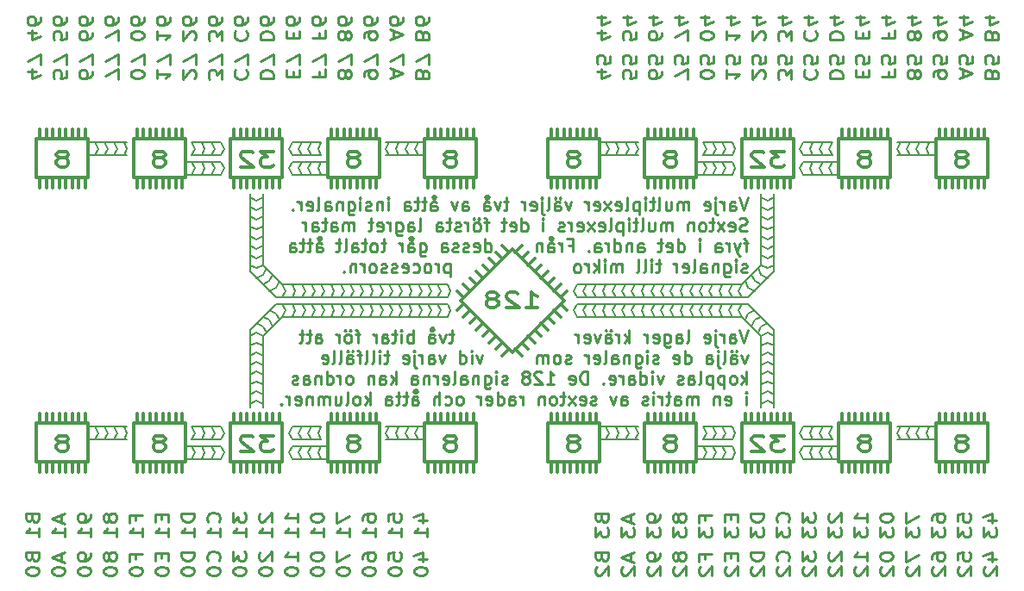
<source format=gbo>
G04 #@! TF.FileFunction,Legend,Bot*
%FSLAX46Y46*%
G04 Gerber Fmt 4.6, Leading zero omitted, Abs format (unit mm)*
G04 Created by KiCad (PCBNEW 0.201511251016+6329~38~ubuntu15.10.1-stable) date ons  2 dec 2015 09:37:10*
%MOMM*%
G01*
G04 APERTURE LIST*
%ADD10C,0.149860*%
%ADD11C,0.254000*%
%ADD12C,0.203200*%
%ADD13C,0.304800*%
%ADD14C,0.500000*%
%ADD15C,2.082800*%
G04 APERTURE END LIST*
D10*
D11*
X99379048Y-78756524D02*
X98955714Y-80026524D01*
X98532381Y-78756524D01*
X97564762Y-80026524D02*
X97564762Y-79361286D01*
X97625239Y-79240333D01*
X97746191Y-79179857D01*
X97988096Y-79179857D01*
X98109048Y-79240333D01*
X97564762Y-79966048D02*
X97685715Y-80026524D01*
X97988096Y-80026524D01*
X98109048Y-79966048D01*
X98169524Y-79845095D01*
X98169524Y-79724143D01*
X98109048Y-79603190D01*
X97988096Y-79542714D01*
X97685715Y-79542714D01*
X97564762Y-79482238D01*
X96960000Y-80026524D02*
X96960000Y-79179857D01*
X96960000Y-79421762D02*
X96899524Y-79300810D01*
X96839048Y-79240333D01*
X96718095Y-79179857D01*
X96597143Y-79179857D01*
X96173810Y-79179857D02*
X96173810Y-80268429D01*
X96234286Y-80389381D01*
X96355239Y-80449857D01*
X96415715Y-80449857D01*
X96173810Y-78756524D02*
X96234286Y-78817000D01*
X96173810Y-78877476D01*
X96113334Y-78817000D01*
X96173810Y-78756524D01*
X96173810Y-78877476D01*
X95085239Y-79966048D02*
X95206191Y-80026524D01*
X95448096Y-80026524D01*
X95569048Y-79966048D01*
X95629524Y-79845095D01*
X95629524Y-79361286D01*
X95569048Y-79240333D01*
X95448096Y-79179857D01*
X95206191Y-79179857D01*
X95085239Y-79240333D01*
X95024762Y-79361286D01*
X95024762Y-79482238D01*
X95629524Y-79603190D01*
X93331429Y-80026524D02*
X93452382Y-79966048D01*
X93512858Y-79845095D01*
X93512858Y-78756524D01*
X92303334Y-80026524D02*
X92303334Y-79361286D01*
X92363811Y-79240333D01*
X92484763Y-79179857D01*
X92726668Y-79179857D01*
X92847620Y-79240333D01*
X92303334Y-79966048D02*
X92424287Y-80026524D01*
X92726668Y-80026524D01*
X92847620Y-79966048D01*
X92908096Y-79845095D01*
X92908096Y-79724143D01*
X92847620Y-79603190D01*
X92726668Y-79542714D01*
X92424287Y-79542714D01*
X92303334Y-79482238D01*
X91154286Y-79179857D02*
X91154286Y-80207952D01*
X91214763Y-80328905D01*
X91275239Y-80389381D01*
X91396191Y-80449857D01*
X91577620Y-80449857D01*
X91698572Y-80389381D01*
X91154286Y-79966048D02*
X91275239Y-80026524D01*
X91517143Y-80026524D01*
X91638096Y-79966048D01*
X91698572Y-79905571D01*
X91759048Y-79784619D01*
X91759048Y-79421762D01*
X91698572Y-79300810D01*
X91638096Y-79240333D01*
X91517143Y-79179857D01*
X91275239Y-79179857D01*
X91154286Y-79240333D01*
X90065715Y-79966048D02*
X90186667Y-80026524D01*
X90428572Y-80026524D01*
X90549524Y-79966048D01*
X90610000Y-79845095D01*
X90610000Y-79361286D01*
X90549524Y-79240333D01*
X90428572Y-79179857D01*
X90186667Y-79179857D01*
X90065715Y-79240333D01*
X90005238Y-79361286D01*
X90005238Y-79482238D01*
X90610000Y-79603190D01*
X89460953Y-80026524D02*
X89460953Y-79179857D01*
X89460953Y-79421762D02*
X89400477Y-79300810D01*
X89340001Y-79240333D01*
X89219048Y-79179857D01*
X89098096Y-79179857D01*
X87707144Y-80026524D02*
X87707144Y-78756524D01*
X87586192Y-79542714D02*
X87223335Y-80026524D01*
X87223335Y-79179857D02*
X87707144Y-79663667D01*
X86679049Y-80026524D02*
X86679049Y-79179857D01*
X86679049Y-79421762D02*
X86618573Y-79300810D01*
X86558097Y-79240333D01*
X86437144Y-79179857D01*
X86316192Y-79179857D01*
X85348573Y-80026524D02*
X85348573Y-79361286D01*
X85409050Y-79240333D01*
X85530002Y-79179857D01*
X85771907Y-79179857D01*
X85892859Y-79240333D01*
X85348573Y-79966048D02*
X85469526Y-80026524D01*
X85771907Y-80026524D01*
X85892859Y-79966048D01*
X85953335Y-79845095D01*
X85953335Y-79724143D01*
X85892859Y-79603190D01*
X85771907Y-79542714D01*
X85469526Y-79542714D01*
X85348573Y-79482238D01*
X85892859Y-78756524D02*
X85832383Y-78817000D01*
X85892859Y-78877476D01*
X85953335Y-78817000D01*
X85892859Y-78756524D01*
X85892859Y-78877476D01*
X85409050Y-78756524D02*
X85348573Y-78817000D01*
X85409050Y-78877476D01*
X85469526Y-78817000D01*
X85409050Y-78756524D01*
X85409050Y-78877476D01*
X84864763Y-79179857D02*
X84562382Y-80026524D01*
X84260002Y-79179857D01*
X83292383Y-79966048D02*
X83413335Y-80026524D01*
X83655240Y-80026524D01*
X83776192Y-79966048D01*
X83836668Y-79845095D01*
X83836668Y-79361286D01*
X83776192Y-79240333D01*
X83655240Y-79179857D01*
X83413335Y-79179857D01*
X83292383Y-79240333D01*
X83231906Y-79361286D01*
X83231906Y-79482238D01*
X83836668Y-79603190D01*
X82687621Y-80026524D02*
X82687621Y-79179857D01*
X82687621Y-79421762D02*
X82627145Y-79300810D01*
X82566669Y-79240333D01*
X82445716Y-79179857D01*
X82324764Y-79179857D01*
X70471432Y-79179857D02*
X69987622Y-79179857D01*
X70290003Y-78756524D02*
X70290003Y-79845095D01*
X70229527Y-79966048D01*
X70108574Y-80026524D01*
X69987622Y-80026524D01*
X69685241Y-79179857D02*
X69382860Y-80026524D01*
X69080480Y-79179857D01*
X68052384Y-80026524D02*
X68052384Y-79361286D01*
X68112861Y-79240333D01*
X68233813Y-79179857D01*
X68475718Y-79179857D01*
X68596670Y-79240333D01*
X68052384Y-79966048D02*
X68173337Y-80026524D01*
X68475718Y-80026524D01*
X68596670Y-79966048D01*
X68657146Y-79845095D01*
X68657146Y-79724143D01*
X68596670Y-79603190D01*
X68475718Y-79542714D01*
X68173337Y-79542714D01*
X68052384Y-79482238D01*
X68354765Y-78877476D02*
X68475718Y-78817000D01*
X68536194Y-78696048D01*
X68475718Y-78575095D01*
X68354765Y-78514619D01*
X68233813Y-78575095D01*
X68173337Y-78696048D01*
X68233813Y-78817000D01*
X68354765Y-78877476D01*
X66480003Y-80026524D02*
X66480003Y-78756524D01*
X66480003Y-79240333D02*
X66359051Y-79179857D01*
X66117146Y-79179857D01*
X65996194Y-79240333D01*
X65935717Y-79300810D01*
X65875241Y-79421762D01*
X65875241Y-79784619D01*
X65935717Y-79905571D01*
X65996194Y-79966048D01*
X66117146Y-80026524D01*
X66359051Y-80026524D01*
X66480003Y-79966048D01*
X65330955Y-80026524D02*
X65330955Y-79179857D01*
X65330955Y-78756524D02*
X65391431Y-78817000D01*
X65330955Y-78877476D01*
X65270479Y-78817000D01*
X65330955Y-78756524D01*
X65330955Y-78877476D01*
X64907622Y-79179857D02*
X64423812Y-79179857D01*
X64726193Y-78756524D02*
X64726193Y-79845095D01*
X64665717Y-79966048D01*
X64544764Y-80026524D01*
X64423812Y-80026524D01*
X63456193Y-80026524D02*
X63456193Y-79361286D01*
X63516670Y-79240333D01*
X63637622Y-79179857D01*
X63879527Y-79179857D01*
X64000479Y-79240333D01*
X63456193Y-79966048D02*
X63577146Y-80026524D01*
X63879527Y-80026524D01*
X64000479Y-79966048D01*
X64060955Y-79845095D01*
X64060955Y-79724143D01*
X64000479Y-79603190D01*
X63879527Y-79542714D01*
X63577146Y-79542714D01*
X63456193Y-79482238D01*
X62851431Y-80026524D02*
X62851431Y-79179857D01*
X62851431Y-79421762D02*
X62790955Y-79300810D01*
X62730479Y-79240333D01*
X62609526Y-79179857D01*
X62488574Y-79179857D01*
X61279051Y-79179857D02*
X60795241Y-79179857D01*
X61097622Y-80026524D02*
X61097622Y-78937952D01*
X61037146Y-78817000D01*
X60916193Y-78756524D01*
X60795241Y-78756524D01*
X60190479Y-80026524D02*
X60311432Y-79966048D01*
X60371908Y-79905571D01*
X60432384Y-79784619D01*
X60432384Y-79421762D01*
X60371908Y-79300810D01*
X60311432Y-79240333D01*
X60190479Y-79179857D01*
X60009051Y-79179857D01*
X59888099Y-79240333D01*
X59827622Y-79300810D01*
X59767146Y-79421762D01*
X59767146Y-79784619D01*
X59827622Y-79905571D01*
X59888099Y-79966048D01*
X60009051Y-80026524D01*
X60190479Y-80026524D01*
X60311432Y-78756524D02*
X60250956Y-78817000D01*
X60311432Y-78877476D01*
X60371908Y-78817000D01*
X60311432Y-78756524D01*
X60311432Y-78877476D01*
X59827622Y-78756524D02*
X59767146Y-78817000D01*
X59827622Y-78877476D01*
X59888099Y-78817000D01*
X59827622Y-78756524D01*
X59827622Y-78877476D01*
X59222860Y-80026524D02*
X59222860Y-79179857D01*
X59222860Y-79421762D02*
X59162384Y-79300810D01*
X59101908Y-79240333D01*
X58980955Y-79179857D01*
X58860003Y-79179857D01*
X56924765Y-80026524D02*
X56924765Y-79361286D01*
X56985242Y-79240333D01*
X57106194Y-79179857D01*
X57348099Y-79179857D01*
X57469051Y-79240333D01*
X56924765Y-79966048D02*
X57045718Y-80026524D01*
X57348099Y-80026524D01*
X57469051Y-79966048D01*
X57529527Y-79845095D01*
X57529527Y-79724143D01*
X57469051Y-79603190D01*
X57348099Y-79542714D01*
X57045718Y-79542714D01*
X56924765Y-79482238D01*
X56501432Y-79179857D02*
X56017622Y-79179857D01*
X56320003Y-78756524D02*
X56320003Y-79845095D01*
X56259527Y-79966048D01*
X56138574Y-80026524D01*
X56017622Y-80026524D01*
X55775718Y-79179857D02*
X55291908Y-79179857D01*
X55594289Y-78756524D02*
X55594289Y-79845095D01*
X55533813Y-79966048D01*
X55412860Y-80026524D01*
X55291908Y-80026524D01*
X99318571Y-81211857D02*
X99016190Y-82058524D01*
X98713810Y-81211857D01*
X97685714Y-82058524D02*
X97685714Y-81393286D01*
X97746191Y-81272333D01*
X97867143Y-81211857D01*
X98109048Y-81211857D01*
X98230000Y-81272333D01*
X97685714Y-81998048D02*
X97806667Y-82058524D01*
X98109048Y-82058524D01*
X98230000Y-81998048D01*
X98290476Y-81877095D01*
X98290476Y-81756143D01*
X98230000Y-81635190D01*
X98109048Y-81574714D01*
X97806667Y-81574714D01*
X97685714Y-81514238D01*
X98230000Y-80788524D02*
X98169524Y-80849000D01*
X98230000Y-80909476D01*
X98290476Y-80849000D01*
X98230000Y-80788524D01*
X98230000Y-80909476D01*
X97746191Y-80788524D02*
X97685714Y-80849000D01*
X97746191Y-80909476D01*
X97806667Y-80849000D01*
X97746191Y-80788524D01*
X97746191Y-80909476D01*
X96899523Y-82058524D02*
X97020476Y-81998048D01*
X97080952Y-81877095D01*
X97080952Y-80788524D01*
X96415714Y-81211857D02*
X96415714Y-82300429D01*
X96476190Y-82421381D01*
X96597143Y-82481857D01*
X96657619Y-82481857D01*
X96415714Y-80788524D02*
X96476190Y-80849000D01*
X96415714Y-80909476D01*
X96355238Y-80849000D01*
X96415714Y-80788524D01*
X96415714Y-80909476D01*
X95266666Y-82058524D02*
X95266666Y-81393286D01*
X95327143Y-81272333D01*
X95448095Y-81211857D01*
X95690000Y-81211857D01*
X95810952Y-81272333D01*
X95266666Y-81998048D02*
X95387619Y-82058524D01*
X95690000Y-82058524D01*
X95810952Y-81998048D01*
X95871428Y-81877095D01*
X95871428Y-81756143D01*
X95810952Y-81635190D01*
X95690000Y-81574714D01*
X95387619Y-81574714D01*
X95266666Y-81514238D01*
X93149999Y-82058524D02*
X93149999Y-80788524D01*
X93149999Y-81998048D02*
X93270952Y-82058524D01*
X93512856Y-82058524D01*
X93633809Y-81998048D01*
X93694285Y-81937571D01*
X93754761Y-81816619D01*
X93754761Y-81453762D01*
X93694285Y-81332810D01*
X93633809Y-81272333D01*
X93512856Y-81211857D01*
X93270952Y-81211857D01*
X93149999Y-81272333D01*
X92061428Y-81998048D02*
X92182380Y-82058524D01*
X92424285Y-82058524D01*
X92545237Y-81998048D01*
X92605713Y-81877095D01*
X92605713Y-81393286D01*
X92545237Y-81272333D01*
X92424285Y-81211857D01*
X92182380Y-81211857D01*
X92061428Y-81272333D01*
X92000951Y-81393286D01*
X92000951Y-81514238D01*
X92605713Y-81635190D01*
X90549523Y-81998048D02*
X90428571Y-82058524D01*
X90186666Y-82058524D01*
X90065714Y-81998048D01*
X90005238Y-81877095D01*
X90005238Y-81816619D01*
X90065714Y-81695667D01*
X90186666Y-81635190D01*
X90368095Y-81635190D01*
X90489047Y-81574714D01*
X90549523Y-81453762D01*
X90549523Y-81393286D01*
X90489047Y-81272333D01*
X90368095Y-81211857D01*
X90186666Y-81211857D01*
X90065714Y-81272333D01*
X89460952Y-82058524D02*
X89460952Y-81211857D01*
X89460952Y-80788524D02*
X89521428Y-80849000D01*
X89460952Y-80909476D01*
X89400476Y-80849000D01*
X89460952Y-80788524D01*
X89460952Y-80909476D01*
X88311904Y-81211857D02*
X88311904Y-82239952D01*
X88372381Y-82360905D01*
X88432857Y-82421381D01*
X88553809Y-82481857D01*
X88735238Y-82481857D01*
X88856190Y-82421381D01*
X88311904Y-81998048D02*
X88432857Y-82058524D01*
X88674761Y-82058524D01*
X88795714Y-81998048D01*
X88856190Y-81937571D01*
X88916666Y-81816619D01*
X88916666Y-81453762D01*
X88856190Y-81332810D01*
X88795714Y-81272333D01*
X88674761Y-81211857D01*
X88432857Y-81211857D01*
X88311904Y-81272333D01*
X87707142Y-81211857D02*
X87707142Y-82058524D01*
X87707142Y-81332810D02*
X87646666Y-81272333D01*
X87525713Y-81211857D01*
X87344285Y-81211857D01*
X87223333Y-81272333D01*
X87162856Y-81393286D01*
X87162856Y-82058524D01*
X86013808Y-82058524D02*
X86013808Y-81393286D01*
X86074285Y-81272333D01*
X86195237Y-81211857D01*
X86437142Y-81211857D01*
X86558094Y-81272333D01*
X86013808Y-81998048D02*
X86134761Y-82058524D01*
X86437142Y-82058524D01*
X86558094Y-81998048D01*
X86618570Y-81877095D01*
X86618570Y-81756143D01*
X86558094Y-81635190D01*
X86437142Y-81574714D01*
X86134761Y-81574714D01*
X86013808Y-81514238D01*
X85227617Y-82058524D02*
X85348570Y-81998048D01*
X85409046Y-81877095D01*
X85409046Y-80788524D01*
X84259999Y-81998048D02*
X84380951Y-82058524D01*
X84622856Y-82058524D01*
X84743808Y-81998048D01*
X84804284Y-81877095D01*
X84804284Y-81393286D01*
X84743808Y-81272333D01*
X84622856Y-81211857D01*
X84380951Y-81211857D01*
X84259999Y-81272333D01*
X84199522Y-81393286D01*
X84199522Y-81514238D01*
X84804284Y-81635190D01*
X83655237Y-82058524D02*
X83655237Y-81211857D01*
X83655237Y-81453762D02*
X83594761Y-81332810D01*
X83534285Y-81272333D01*
X83413332Y-81211857D01*
X83292380Y-81211857D01*
X81961904Y-81998048D02*
X81840952Y-82058524D01*
X81599047Y-82058524D01*
X81478095Y-81998048D01*
X81417619Y-81877095D01*
X81417619Y-81816619D01*
X81478095Y-81695667D01*
X81599047Y-81635190D01*
X81780476Y-81635190D01*
X81901428Y-81574714D01*
X81961904Y-81453762D01*
X81961904Y-81393286D01*
X81901428Y-81272333D01*
X81780476Y-81211857D01*
X81599047Y-81211857D01*
X81478095Y-81272333D01*
X80691904Y-82058524D02*
X80812857Y-81998048D01*
X80873333Y-81937571D01*
X80933809Y-81816619D01*
X80933809Y-81453762D01*
X80873333Y-81332810D01*
X80812857Y-81272333D01*
X80691904Y-81211857D01*
X80510476Y-81211857D01*
X80389524Y-81272333D01*
X80329047Y-81332810D01*
X80268571Y-81453762D01*
X80268571Y-81816619D01*
X80329047Y-81937571D01*
X80389524Y-81998048D01*
X80510476Y-82058524D01*
X80691904Y-82058524D01*
X79724285Y-82058524D02*
X79724285Y-81211857D01*
X79724285Y-81332810D02*
X79663809Y-81272333D01*
X79542856Y-81211857D01*
X79361428Y-81211857D01*
X79240476Y-81272333D01*
X79179999Y-81393286D01*
X79179999Y-82058524D01*
X79179999Y-81393286D02*
X79119523Y-81272333D01*
X78998571Y-81211857D01*
X78817142Y-81211857D01*
X78696190Y-81272333D01*
X78635714Y-81393286D01*
X78635714Y-82058524D01*
X73313809Y-81211857D02*
X73011428Y-82058524D01*
X72709048Y-81211857D01*
X72225238Y-82058524D02*
X72225238Y-81211857D01*
X72225238Y-80788524D02*
X72285714Y-80849000D01*
X72225238Y-80909476D01*
X72164762Y-80849000D01*
X72225238Y-80788524D01*
X72225238Y-80909476D01*
X71076190Y-82058524D02*
X71076190Y-80788524D01*
X71076190Y-81998048D02*
X71197143Y-82058524D01*
X71439047Y-82058524D01*
X71560000Y-81998048D01*
X71620476Y-81937571D01*
X71680952Y-81816619D01*
X71680952Y-81453762D01*
X71620476Y-81332810D01*
X71560000Y-81272333D01*
X71439047Y-81211857D01*
X71197143Y-81211857D01*
X71076190Y-81272333D01*
X69624761Y-81211857D02*
X69322380Y-82058524D01*
X69020000Y-81211857D01*
X67991904Y-82058524D02*
X67991904Y-81393286D01*
X68052381Y-81272333D01*
X68173333Y-81211857D01*
X68415238Y-81211857D01*
X68536190Y-81272333D01*
X67991904Y-81998048D02*
X68112857Y-82058524D01*
X68415238Y-82058524D01*
X68536190Y-81998048D01*
X68596666Y-81877095D01*
X68596666Y-81756143D01*
X68536190Y-81635190D01*
X68415238Y-81574714D01*
X68112857Y-81574714D01*
X67991904Y-81514238D01*
X67387142Y-82058524D02*
X67387142Y-81211857D01*
X67387142Y-81453762D02*
X67326666Y-81332810D01*
X67266190Y-81272333D01*
X67145237Y-81211857D01*
X67024285Y-81211857D01*
X66600952Y-81211857D02*
X66600952Y-82300429D01*
X66661428Y-82421381D01*
X66782381Y-82481857D01*
X66842857Y-82481857D01*
X66600952Y-80788524D02*
X66661428Y-80849000D01*
X66600952Y-80909476D01*
X66540476Y-80849000D01*
X66600952Y-80788524D01*
X66600952Y-80909476D01*
X65512381Y-81998048D02*
X65633333Y-82058524D01*
X65875238Y-82058524D01*
X65996190Y-81998048D01*
X66056666Y-81877095D01*
X66056666Y-81393286D01*
X65996190Y-81272333D01*
X65875238Y-81211857D01*
X65633333Y-81211857D01*
X65512381Y-81272333D01*
X65451904Y-81393286D01*
X65451904Y-81514238D01*
X66056666Y-81635190D01*
X64121429Y-81211857D02*
X63637619Y-81211857D01*
X63940000Y-80788524D02*
X63940000Y-81877095D01*
X63879524Y-81998048D01*
X63758571Y-82058524D01*
X63637619Y-82058524D01*
X63214286Y-82058524D02*
X63214286Y-81211857D01*
X63214286Y-80788524D02*
X63274762Y-80849000D01*
X63214286Y-80909476D01*
X63153810Y-80849000D01*
X63214286Y-80788524D01*
X63214286Y-80909476D01*
X62428095Y-82058524D02*
X62549048Y-81998048D01*
X62609524Y-81877095D01*
X62609524Y-80788524D01*
X61762857Y-82058524D02*
X61883810Y-81998048D01*
X61944286Y-81877095D01*
X61944286Y-80788524D01*
X61460477Y-81211857D02*
X60976667Y-81211857D01*
X61279048Y-82058524D02*
X61279048Y-80969952D01*
X61218572Y-80849000D01*
X61097619Y-80788524D01*
X60976667Y-80788524D01*
X60009048Y-82058524D02*
X60009048Y-81393286D01*
X60069525Y-81272333D01*
X60190477Y-81211857D01*
X60432382Y-81211857D01*
X60553334Y-81272333D01*
X60009048Y-81998048D02*
X60130001Y-82058524D01*
X60432382Y-82058524D01*
X60553334Y-81998048D01*
X60613810Y-81877095D01*
X60613810Y-81756143D01*
X60553334Y-81635190D01*
X60432382Y-81574714D01*
X60130001Y-81574714D01*
X60009048Y-81514238D01*
X60553334Y-80788524D02*
X60492858Y-80849000D01*
X60553334Y-80909476D01*
X60613810Y-80849000D01*
X60553334Y-80788524D01*
X60553334Y-80909476D01*
X60069525Y-80788524D02*
X60009048Y-80849000D01*
X60069525Y-80909476D01*
X60130001Y-80849000D01*
X60069525Y-80788524D01*
X60069525Y-80909476D01*
X59222857Y-82058524D02*
X59343810Y-81998048D01*
X59404286Y-81877095D01*
X59404286Y-80788524D01*
X58557619Y-82058524D02*
X58678572Y-81998048D01*
X58739048Y-81877095D01*
X58739048Y-80788524D01*
X57590001Y-81998048D02*
X57710953Y-82058524D01*
X57952858Y-82058524D01*
X58073810Y-81998048D01*
X58134286Y-81877095D01*
X58134286Y-81393286D01*
X58073810Y-81272333D01*
X57952858Y-81211857D01*
X57710953Y-81211857D01*
X57590001Y-81272333D01*
X57529524Y-81393286D01*
X57529524Y-81514238D01*
X58134286Y-81635190D01*
X99197619Y-84090524D02*
X99197619Y-82820524D01*
X99076667Y-83606714D02*
X98713810Y-84090524D01*
X98713810Y-83243857D02*
X99197619Y-83727667D01*
X97988095Y-84090524D02*
X98109048Y-84030048D01*
X98169524Y-83969571D01*
X98230000Y-83848619D01*
X98230000Y-83485762D01*
X98169524Y-83364810D01*
X98109048Y-83304333D01*
X97988095Y-83243857D01*
X97806667Y-83243857D01*
X97685715Y-83304333D01*
X97625238Y-83364810D01*
X97564762Y-83485762D01*
X97564762Y-83848619D01*
X97625238Y-83969571D01*
X97685715Y-84030048D01*
X97806667Y-84090524D01*
X97988095Y-84090524D01*
X97020476Y-83243857D02*
X97020476Y-84513857D01*
X97020476Y-83304333D02*
X96899524Y-83243857D01*
X96657619Y-83243857D01*
X96536667Y-83304333D01*
X96476190Y-83364810D01*
X96415714Y-83485762D01*
X96415714Y-83848619D01*
X96476190Y-83969571D01*
X96536667Y-84030048D01*
X96657619Y-84090524D01*
X96899524Y-84090524D01*
X97020476Y-84030048D01*
X95871428Y-83243857D02*
X95871428Y-84513857D01*
X95871428Y-83304333D02*
X95750476Y-83243857D01*
X95508571Y-83243857D01*
X95387619Y-83304333D01*
X95327142Y-83364810D01*
X95266666Y-83485762D01*
X95266666Y-83848619D01*
X95327142Y-83969571D01*
X95387619Y-84030048D01*
X95508571Y-84090524D01*
X95750476Y-84090524D01*
X95871428Y-84030048D01*
X94540951Y-84090524D02*
X94661904Y-84030048D01*
X94722380Y-83909095D01*
X94722380Y-82820524D01*
X93512856Y-84090524D02*
X93512856Y-83425286D01*
X93573333Y-83304333D01*
X93694285Y-83243857D01*
X93936190Y-83243857D01*
X94057142Y-83304333D01*
X93512856Y-84030048D02*
X93633809Y-84090524D01*
X93936190Y-84090524D01*
X94057142Y-84030048D01*
X94117618Y-83909095D01*
X94117618Y-83788143D01*
X94057142Y-83667190D01*
X93936190Y-83606714D01*
X93633809Y-83606714D01*
X93512856Y-83546238D01*
X92968570Y-84030048D02*
X92847618Y-84090524D01*
X92605713Y-84090524D01*
X92484761Y-84030048D01*
X92424285Y-83909095D01*
X92424285Y-83848619D01*
X92484761Y-83727667D01*
X92605713Y-83667190D01*
X92787142Y-83667190D01*
X92908094Y-83606714D01*
X92968570Y-83485762D01*
X92968570Y-83425286D01*
X92908094Y-83304333D01*
X92787142Y-83243857D01*
X92605713Y-83243857D01*
X92484761Y-83304333D01*
X91033332Y-83243857D02*
X90730951Y-84090524D01*
X90428571Y-83243857D01*
X89944761Y-84090524D02*
X89944761Y-83243857D01*
X89944761Y-82820524D02*
X90005237Y-82881000D01*
X89944761Y-82941476D01*
X89884285Y-82881000D01*
X89944761Y-82820524D01*
X89944761Y-82941476D01*
X88795713Y-84090524D02*
X88795713Y-82820524D01*
X88795713Y-84030048D02*
X88916666Y-84090524D01*
X89158570Y-84090524D01*
X89279523Y-84030048D01*
X89339999Y-83969571D01*
X89400475Y-83848619D01*
X89400475Y-83485762D01*
X89339999Y-83364810D01*
X89279523Y-83304333D01*
X89158570Y-83243857D01*
X88916666Y-83243857D01*
X88795713Y-83304333D01*
X87646665Y-84090524D02*
X87646665Y-83425286D01*
X87707142Y-83304333D01*
X87828094Y-83243857D01*
X88069999Y-83243857D01*
X88190951Y-83304333D01*
X87646665Y-84030048D02*
X87767618Y-84090524D01*
X88069999Y-84090524D01*
X88190951Y-84030048D01*
X88251427Y-83909095D01*
X88251427Y-83788143D01*
X88190951Y-83667190D01*
X88069999Y-83606714D01*
X87767618Y-83606714D01*
X87646665Y-83546238D01*
X87041903Y-84090524D02*
X87041903Y-83243857D01*
X87041903Y-83485762D02*
X86981427Y-83364810D01*
X86920951Y-83304333D01*
X86799998Y-83243857D01*
X86679046Y-83243857D01*
X85771904Y-84030048D02*
X85892856Y-84090524D01*
X86134761Y-84090524D01*
X86255713Y-84030048D01*
X86316189Y-83909095D01*
X86316189Y-83425286D01*
X86255713Y-83304333D01*
X86134761Y-83243857D01*
X85892856Y-83243857D01*
X85771904Y-83304333D01*
X85711427Y-83425286D01*
X85711427Y-83546238D01*
X86316189Y-83667190D01*
X85167142Y-83969571D02*
X85106666Y-84030048D01*
X85167142Y-84090524D01*
X85227618Y-84030048D01*
X85167142Y-83969571D01*
X85167142Y-84090524D01*
X83594761Y-84090524D02*
X83594761Y-82820524D01*
X83292380Y-82820524D01*
X83110952Y-82881000D01*
X82989999Y-83001952D01*
X82929523Y-83122905D01*
X82869047Y-83364810D01*
X82869047Y-83546238D01*
X82929523Y-83788143D01*
X82989999Y-83909095D01*
X83110952Y-84030048D01*
X83292380Y-84090524D01*
X83594761Y-84090524D01*
X81840952Y-84030048D02*
X81961904Y-84090524D01*
X82203809Y-84090524D01*
X82324761Y-84030048D01*
X82385237Y-83909095D01*
X82385237Y-83425286D01*
X82324761Y-83304333D01*
X82203809Y-83243857D01*
X81961904Y-83243857D01*
X81840952Y-83304333D01*
X81780475Y-83425286D01*
X81780475Y-83546238D01*
X82385237Y-83667190D01*
X79603333Y-84090524D02*
X80329047Y-84090524D01*
X79966190Y-84090524D02*
X79966190Y-82820524D01*
X80087142Y-83001952D01*
X80208095Y-83122905D01*
X80329047Y-83183381D01*
X79119523Y-82941476D02*
X79059047Y-82881000D01*
X78938095Y-82820524D01*
X78635714Y-82820524D01*
X78514761Y-82881000D01*
X78454285Y-82941476D01*
X78393809Y-83062429D01*
X78393809Y-83183381D01*
X78454285Y-83364810D01*
X79179999Y-84090524D01*
X78393809Y-84090524D01*
X77668094Y-83364810D02*
X77789047Y-83304333D01*
X77849523Y-83243857D01*
X77909999Y-83122905D01*
X77909999Y-83062429D01*
X77849523Y-82941476D01*
X77789047Y-82881000D01*
X77668094Y-82820524D01*
X77426190Y-82820524D01*
X77305237Y-82881000D01*
X77244761Y-82941476D01*
X77184285Y-83062429D01*
X77184285Y-83122905D01*
X77244761Y-83243857D01*
X77305237Y-83304333D01*
X77426190Y-83364810D01*
X77668094Y-83364810D01*
X77789047Y-83425286D01*
X77849523Y-83485762D01*
X77909999Y-83606714D01*
X77909999Y-83848619D01*
X77849523Y-83969571D01*
X77789047Y-84030048D01*
X77668094Y-84090524D01*
X77426190Y-84090524D01*
X77305237Y-84030048D01*
X77244761Y-83969571D01*
X77184285Y-83848619D01*
X77184285Y-83606714D01*
X77244761Y-83485762D01*
X77305237Y-83425286D01*
X77426190Y-83364810D01*
X75732856Y-84030048D02*
X75611904Y-84090524D01*
X75369999Y-84090524D01*
X75249047Y-84030048D01*
X75188571Y-83909095D01*
X75188571Y-83848619D01*
X75249047Y-83727667D01*
X75369999Y-83667190D01*
X75551428Y-83667190D01*
X75672380Y-83606714D01*
X75732856Y-83485762D01*
X75732856Y-83425286D01*
X75672380Y-83304333D01*
X75551428Y-83243857D01*
X75369999Y-83243857D01*
X75249047Y-83304333D01*
X74644285Y-84090524D02*
X74644285Y-83243857D01*
X74644285Y-82820524D02*
X74704761Y-82881000D01*
X74644285Y-82941476D01*
X74583809Y-82881000D01*
X74644285Y-82820524D01*
X74644285Y-82941476D01*
X73495237Y-83243857D02*
X73495237Y-84271952D01*
X73555714Y-84392905D01*
X73616190Y-84453381D01*
X73737142Y-84513857D01*
X73918571Y-84513857D01*
X74039523Y-84453381D01*
X73495237Y-84030048D02*
X73616190Y-84090524D01*
X73858094Y-84090524D01*
X73979047Y-84030048D01*
X74039523Y-83969571D01*
X74099999Y-83848619D01*
X74099999Y-83485762D01*
X74039523Y-83364810D01*
X73979047Y-83304333D01*
X73858094Y-83243857D01*
X73616190Y-83243857D01*
X73495237Y-83304333D01*
X72890475Y-83243857D02*
X72890475Y-84090524D01*
X72890475Y-83364810D02*
X72829999Y-83304333D01*
X72709046Y-83243857D01*
X72527618Y-83243857D01*
X72406666Y-83304333D01*
X72346189Y-83425286D01*
X72346189Y-84090524D01*
X71197141Y-84090524D02*
X71197141Y-83425286D01*
X71257618Y-83304333D01*
X71378570Y-83243857D01*
X71620475Y-83243857D01*
X71741427Y-83304333D01*
X71197141Y-84030048D02*
X71318094Y-84090524D01*
X71620475Y-84090524D01*
X71741427Y-84030048D01*
X71801903Y-83909095D01*
X71801903Y-83788143D01*
X71741427Y-83667190D01*
X71620475Y-83606714D01*
X71318094Y-83606714D01*
X71197141Y-83546238D01*
X70410950Y-84090524D02*
X70531903Y-84030048D01*
X70592379Y-83909095D01*
X70592379Y-82820524D01*
X69443332Y-84030048D02*
X69564284Y-84090524D01*
X69806189Y-84090524D01*
X69927141Y-84030048D01*
X69987617Y-83909095D01*
X69987617Y-83425286D01*
X69927141Y-83304333D01*
X69806189Y-83243857D01*
X69564284Y-83243857D01*
X69443332Y-83304333D01*
X69382855Y-83425286D01*
X69382855Y-83546238D01*
X69987617Y-83667190D01*
X68838570Y-84090524D02*
X68838570Y-83243857D01*
X68838570Y-83485762D02*
X68778094Y-83364810D01*
X68717618Y-83304333D01*
X68596665Y-83243857D01*
X68475713Y-83243857D01*
X68052380Y-83243857D02*
X68052380Y-84090524D01*
X68052380Y-83364810D02*
X67991904Y-83304333D01*
X67870951Y-83243857D01*
X67689523Y-83243857D01*
X67568571Y-83304333D01*
X67508094Y-83425286D01*
X67508094Y-84090524D01*
X66359046Y-84090524D02*
X66359046Y-83425286D01*
X66419523Y-83304333D01*
X66540475Y-83243857D01*
X66782380Y-83243857D01*
X66903332Y-83304333D01*
X66359046Y-84030048D02*
X66479999Y-84090524D01*
X66782380Y-84090524D01*
X66903332Y-84030048D01*
X66963808Y-83909095D01*
X66963808Y-83788143D01*
X66903332Y-83667190D01*
X66782380Y-83606714D01*
X66479999Y-83606714D01*
X66359046Y-83546238D01*
X64786665Y-84090524D02*
X64786665Y-82820524D01*
X64665713Y-83606714D02*
X64302856Y-84090524D01*
X64302856Y-83243857D02*
X64786665Y-83727667D01*
X63214284Y-84090524D02*
X63214284Y-83425286D01*
X63274761Y-83304333D01*
X63395713Y-83243857D01*
X63637618Y-83243857D01*
X63758570Y-83304333D01*
X63214284Y-84030048D02*
X63335237Y-84090524D01*
X63637618Y-84090524D01*
X63758570Y-84030048D01*
X63819046Y-83909095D01*
X63819046Y-83788143D01*
X63758570Y-83667190D01*
X63637618Y-83606714D01*
X63335237Y-83606714D01*
X63214284Y-83546238D01*
X62609522Y-83243857D02*
X62609522Y-84090524D01*
X62609522Y-83364810D02*
X62549046Y-83304333D01*
X62428093Y-83243857D01*
X62246665Y-83243857D01*
X62125713Y-83304333D01*
X62065236Y-83425286D01*
X62065236Y-84090524D01*
X60311426Y-84090524D02*
X60432379Y-84030048D01*
X60492855Y-83969571D01*
X60553331Y-83848619D01*
X60553331Y-83485762D01*
X60492855Y-83364810D01*
X60432379Y-83304333D01*
X60311426Y-83243857D01*
X60129998Y-83243857D01*
X60009046Y-83304333D01*
X59948569Y-83364810D01*
X59888093Y-83485762D01*
X59888093Y-83848619D01*
X59948569Y-83969571D01*
X60009046Y-84030048D01*
X60129998Y-84090524D01*
X60311426Y-84090524D01*
X59343807Y-84090524D02*
X59343807Y-83243857D01*
X59343807Y-83485762D02*
X59283331Y-83364810D01*
X59222855Y-83304333D01*
X59101902Y-83243857D01*
X58980950Y-83243857D01*
X58013331Y-84090524D02*
X58013331Y-82820524D01*
X58013331Y-84030048D02*
X58134284Y-84090524D01*
X58376188Y-84090524D01*
X58497141Y-84030048D01*
X58557617Y-83969571D01*
X58618093Y-83848619D01*
X58618093Y-83485762D01*
X58557617Y-83364810D01*
X58497141Y-83304333D01*
X58376188Y-83243857D01*
X58134284Y-83243857D01*
X58013331Y-83304333D01*
X57408569Y-83243857D02*
X57408569Y-84090524D01*
X57408569Y-83364810D02*
X57348093Y-83304333D01*
X57227140Y-83243857D01*
X57045712Y-83243857D01*
X56924760Y-83304333D01*
X56864283Y-83425286D01*
X56864283Y-84090524D01*
X55715235Y-84090524D02*
X55715235Y-83425286D01*
X55775712Y-83304333D01*
X55896664Y-83243857D01*
X56138569Y-83243857D01*
X56259521Y-83304333D01*
X55715235Y-84030048D02*
X55836188Y-84090524D01*
X56138569Y-84090524D01*
X56259521Y-84030048D01*
X56319997Y-83909095D01*
X56319997Y-83788143D01*
X56259521Y-83667190D01*
X56138569Y-83606714D01*
X55836188Y-83606714D01*
X55715235Y-83546238D01*
X55170949Y-84030048D02*
X55049997Y-84090524D01*
X54808092Y-84090524D01*
X54687140Y-84030048D01*
X54626664Y-83909095D01*
X54626664Y-83848619D01*
X54687140Y-83727667D01*
X54808092Y-83667190D01*
X54989521Y-83667190D01*
X55110473Y-83606714D01*
X55170949Y-83485762D01*
X55170949Y-83425286D01*
X55110473Y-83304333D01*
X54989521Y-83243857D01*
X54808092Y-83243857D01*
X54687140Y-83304333D01*
X99197619Y-86122524D02*
X99197619Y-85275857D01*
X99197619Y-84852524D02*
X99258095Y-84913000D01*
X99197619Y-84973476D01*
X99137143Y-84913000D01*
X99197619Y-84852524D01*
X99197619Y-84973476D01*
X97141429Y-86062048D02*
X97262381Y-86122524D01*
X97504286Y-86122524D01*
X97625238Y-86062048D01*
X97685714Y-85941095D01*
X97685714Y-85457286D01*
X97625238Y-85336333D01*
X97504286Y-85275857D01*
X97262381Y-85275857D01*
X97141429Y-85336333D01*
X97080952Y-85457286D01*
X97080952Y-85578238D01*
X97685714Y-85699190D01*
X96536667Y-85275857D02*
X96536667Y-86122524D01*
X96536667Y-85396810D02*
X96476191Y-85336333D01*
X96355238Y-85275857D01*
X96173810Y-85275857D01*
X96052858Y-85336333D01*
X95992381Y-85457286D01*
X95992381Y-86122524D01*
X94420000Y-86122524D02*
X94420000Y-85275857D01*
X94420000Y-85396810D02*
X94359524Y-85336333D01*
X94238571Y-85275857D01*
X94057143Y-85275857D01*
X93936191Y-85336333D01*
X93875714Y-85457286D01*
X93875714Y-86122524D01*
X93875714Y-85457286D02*
X93815238Y-85336333D01*
X93694286Y-85275857D01*
X93512857Y-85275857D01*
X93391905Y-85336333D01*
X93331429Y-85457286D01*
X93331429Y-86122524D01*
X92182381Y-86122524D02*
X92182381Y-85457286D01*
X92242858Y-85336333D01*
X92363810Y-85275857D01*
X92605715Y-85275857D01*
X92726667Y-85336333D01*
X92182381Y-86062048D02*
X92303334Y-86122524D01*
X92605715Y-86122524D01*
X92726667Y-86062048D01*
X92787143Y-85941095D01*
X92787143Y-85820143D01*
X92726667Y-85699190D01*
X92605715Y-85638714D01*
X92303334Y-85638714D01*
X92182381Y-85578238D01*
X91759048Y-85275857D02*
X91275238Y-85275857D01*
X91577619Y-84852524D02*
X91577619Y-85941095D01*
X91517143Y-86062048D01*
X91396190Y-86122524D01*
X91275238Y-86122524D01*
X90851905Y-86122524D02*
X90851905Y-85275857D01*
X90851905Y-85517762D02*
X90791429Y-85396810D01*
X90730953Y-85336333D01*
X90610000Y-85275857D01*
X90489048Y-85275857D01*
X90065715Y-86122524D02*
X90065715Y-85275857D01*
X90065715Y-84852524D02*
X90126191Y-84913000D01*
X90065715Y-84973476D01*
X90005239Y-84913000D01*
X90065715Y-84852524D01*
X90065715Y-84973476D01*
X89521429Y-86062048D02*
X89400477Y-86122524D01*
X89158572Y-86122524D01*
X89037620Y-86062048D01*
X88977144Y-85941095D01*
X88977144Y-85880619D01*
X89037620Y-85759667D01*
X89158572Y-85699190D01*
X89340001Y-85699190D01*
X89460953Y-85638714D01*
X89521429Y-85517762D01*
X89521429Y-85457286D01*
X89460953Y-85336333D01*
X89340001Y-85275857D01*
X89158572Y-85275857D01*
X89037620Y-85336333D01*
X86920953Y-86122524D02*
X86920953Y-85457286D01*
X86981430Y-85336333D01*
X87102382Y-85275857D01*
X87344287Y-85275857D01*
X87465239Y-85336333D01*
X86920953Y-86062048D02*
X87041906Y-86122524D01*
X87344287Y-86122524D01*
X87465239Y-86062048D01*
X87525715Y-85941095D01*
X87525715Y-85820143D01*
X87465239Y-85699190D01*
X87344287Y-85638714D01*
X87041906Y-85638714D01*
X86920953Y-85578238D01*
X86437143Y-85275857D02*
X86134762Y-86122524D01*
X85832382Y-85275857D01*
X84441429Y-86062048D02*
X84320477Y-86122524D01*
X84078572Y-86122524D01*
X83957620Y-86062048D01*
X83897144Y-85941095D01*
X83897144Y-85880619D01*
X83957620Y-85759667D01*
X84078572Y-85699190D01*
X84260001Y-85699190D01*
X84380953Y-85638714D01*
X84441429Y-85517762D01*
X84441429Y-85457286D01*
X84380953Y-85336333D01*
X84260001Y-85275857D01*
X84078572Y-85275857D01*
X83957620Y-85336333D01*
X82869049Y-86062048D02*
X82990001Y-86122524D01*
X83231906Y-86122524D01*
X83352858Y-86062048D01*
X83413334Y-85941095D01*
X83413334Y-85457286D01*
X83352858Y-85336333D01*
X83231906Y-85275857D01*
X82990001Y-85275857D01*
X82869049Y-85336333D01*
X82808572Y-85457286D01*
X82808572Y-85578238D01*
X83413334Y-85699190D01*
X82385239Y-86122524D02*
X81720001Y-85275857D01*
X82385239Y-85275857D02*
X81720001Y-86122524D01*
X81417621Y-85275857D02*
X80933811Y-85275857D01*
X81236192Y-84852524D02*
X81236192Y-85941095D01*
X81175716Y-86062048D01*
X81054763Y-86122524D01*
X80933811Y-86122524D01*
X80329049Y-86122524D02*
X80450002Y-86062048D01*
X80510478Y-86001571D01*
X80570954Y-85880619D01*
X80570954Y-85517762D01*
X80510478Y-85396810D01*
X80450002Y-85336333D01*
X80329049Y-85275857D01*
X80147621Y-85275857D01*
X80026669Y-85336333D01*
X79966192Y-85396810D01*
X79905716Y-85517762D01*
X79905716Y-85880619D01*
X79966192Y-86001571D01*
X80026669Y-86062048D01*
X80147621Y-86122524D01*
X80329049Y-86122524D01*
X79361430Y-85275857D02*
X79361430Y-86122524D01*
X79361430Y-85396810D02*
X79300954Y-85336333D01*
X79180001Y-85275857D01*
X78998573Y-85275857D01*
X78877621Y-85336333D01*
X78817144Y-85457286D01*
X78817144Y-86122524D01*
X77244763Y-86122524D02*
X77244763Y-85275857D01*
X77244763Y-85517762D02*
X77184287Y-85396810D01*
X77123811Y-85336333D01*
X77002858Y-85275857D01*
X76881906Y-85275857D01*
X75914287Y-86122524D02*
X75914287Y-85457286D01*
X75974764Y-85336333D01*
X76095716Y-85275857D01*
X76337621Y-85275857D01*
X76458573Y-85336333D01*
X75914287Y-86062048D02*
X76035240Y-86122524D01*
X76337621Y-86122524D01*
X76458573Y-86062048D01*
X76519049Y-85941095D01*
X76519049Y-85820143D01*
X76458573Y-85699190D01*
X76337621Y-85638714D01*
X76035240Y-85638714D01*
X75914287Y-85578238D01*
X74765239Y-86122524D02*
X74765239Y-84852524D01*
X74765239Y-86062048D02*
X74886192Y-86122524D01*
X75128096Y-86122524D01*
X75249049Y-86062048D01*
X75309525Y-86001571D01*
X75370001Y-85880619D01*
X75370001Y-85517762D01*
X75309525Y-85396810D01*
X75249049Y-85336333D01*
X75128096Y-85275857D01*
X74886192Y-85275857D01*
X74765239Y-85336333D01*
X73676668Y-86062048D02*
X73797620Y-86122524D01*
X74039525Y-86122524D01*
X74160477Y-86062048D01*
X74220953Y-85941095D01*
X74220953Y-85457286D01*
X74160477Y-85336333D01*
X74039525Y-85275857D01*
X73797620Y-85275857D01*
X73676668Y-85336333D01*
X73616191Y-85457286D01*
X73616191Y-85578238D01*
X74220953Y-85699190D01*
X73071906Y-86122524D02*
X73071906Y-85275857D01*
X73071906Y-85517762D02*
X73011430Y-85396810D01*
X72950954Y-85336333D01*
X72830001Y-85275857D01*
X72709049Y-85275857D01*
X71136668Y-86122524D02*
X71257621Y-86062048D01*
X71318097Y-86001571D01*
X71378573Y-85880619D01*
X71378573Y-85517762D01*
X71318097Y-85396810D01*
X71257621Y-85336333D01*
X71136668Y-85275857D01*
X70955240Y-85275857D01*
X70834288Y-85336333D01*
X70773811Y-85396810D01*
X70713335Y-85517762D01*
X70713335Y-85880619D01*
X70773811Y-86001571D01*
X70834288Y-86062048D01*
X70955240Y-86122524D01*
X71136668Y-86122524D01*
X69624763Y-86062048D02*
X69745716Y-86122524D01*
X69987620Y-86122524D01*
X70108573Y-86062048D01*
X70169049Y-86001571D01*
X70229525Y-85880619D01*
X70229525Y-85517762D01*
X70169049Y-85396810D01*
X70108573Y-85336333D01*
X69987620Y-85275857D01*
X69745716Y-85275857D01*
X69624763Y-85336333D01*
X69080478Y-86122524D02*
X69080478Y-84852524D01*
X68536192Y-86122524D02*
X68536192Y-85457286D01*
X68596669Y-85336333D01*
X68717621Y-85275857D01*
X68899049Y-85275857D01*
X69020002Y-85336333D01*
X69080478Y-85396810D01*
X66419525Y-86122524D02*
X66419525Y-85457286D01*
X66480002Y-85336333D01*
X66600954Y-85275857D01*
X66842859Y-85275857D01*
X66963811Y-85336333D01*
X66419525Y-86062048D02*
X66540478Y-86122524D01*
X66842859Y-86122524D01*
X66963811Y-86062048D01*
X67024287Y-85941095D01*
X67024287Y-85820143D01*
X66963811Y-85699190D01*
X66842859Y-85638714D01*
X66540478Y-85638714D01*
X66419525Y-85578238D01*
X66721906Y-84973476D02*
X66842859Y-84913000D01*
X66903335Y-84792048D01*
X66842859Y-84671095D01*
X66721906Y-84610619D01*
X66600954Y-84671095D01*
X66540478Y-84792048D01*
X66600954Y-84913000D01*
X66721906Y-84973476D01*
X65996192Y-85275857D02*
X65512382Y-85275857D01*
X65814763Y-84852524D02*
X65814763Y-85941095D01*
X65754287Y-86062048D01*
X65633334Y-86122524D01*
X65512382Y-86122524D01*
X65270478Y-85275857D02*
X64786668Y-85275857D01*
X65089049Y-84852524D02*
X65089049Y-85941095D01*
X65028573Y-86062048D01*
X64907620Y-86122524D01*
X64786668Y-86122524D01*
X63819049Y-86122524D02*
X63819049Y-85457286D01*
X63879526Y-85336333D01*
X64000478Y-85275857D01*
X64242383Y-85275857D01*
X64363335Y-85336333D01*
X63819049Y-86062048D02*
X63940002Y-86122524D01*
X64242383Y-86122524D01*
X64363335Y-86062048D01*
X64423811Y-85941095D01*
X64423811Y-85820143D01*
X64363335Y-85699190D01*
X64242383Y-85638714D01*
X63940002Y-85638714D01*
X63819049Y-85578238D01*
X62246668Y-86122524D02*
X62246668Y-84852524D01*
X62125716Y-85638714D02*
X61762859Y-86122524D01*
X61762859Y-85275857D02*
X62246668Y-85759667D01*
X61037144Y-86122524D02*
X61158097Y-86062048D01*
X61218573Y-86001571D01*
X61279049Y-85880619D01*
X61279049Y-85517762D01*
X61218573Y-85396810D01*
X61158097Y-85336333D01*
X61037144Y-85275857D01*
X60855716Y-85275857D01*
X60734764Y-85336333D01*
X60674287Y-85396810D01*
X60613811Y-85517762D01*
X60613811Y-85880619D01*
X60674287Y-86001571D01*
X60734764Y-86062048D01*
X60855716Y-86122524D01*
X61037144Y-86122524D01*
X59888096Y-86122524D02*
X60009049Y-86062048D01*
X60069525Y-85941095D01*
X60069525Y-84852524D01*
X58860001Y-85275857D02*
X58860001Y-86122524D01*
X59404287Y-85275857D02*
X59404287Y-85941095D01*
X59343811Y-86062048D01*
X59222858Y-86122524D01*
X59041430Y-86122524D01*
X58920478Y-86062048D01*
X58860001Y-86001571D01*
X58255239Y-86122524D02*
X58255239Y-85275857D01*
X58255239Y-85396810D02*
X58194763Y-85336333D01*
X58073810Y-85275857D01*
X57892382Y-85275857D01*
X57771430Y-85336333D01*
X57710953Y-85457286D01*
X57710953Y-86122524D01*
X57710953Y-85457286D02*
X57650477Y-85336333D01*
X57529525Y-85275857D01*
X57348096Y-85275857D01*
X57227144Y-85336333D01*
X57166668Y-85457286D01*
X57166668Y-86122524D01*
X56561906Y-85275857D02*
X56561906Y-86122524D01*
X56561906Y-85396810D02*
X56501430Y-85336333D01*
X56380477Y-85275857D01*
X56199049Y-85275857D01*
X56078097Y-85336333D01*
X56017620Y-85457286D01*
X56017620Y-86122524D01*
X54929049Y-86062048D02*
X55050001Y-86122524D01*
X55291906Y-86122524D01*
X55412858Y-86062048D01*
X55473334Y-85941095D01*
X55473334Y-85457286D01*
X55412858Y-85336333D01*
X55291906Y-85275857D01*
X55050001Y-85275857D01*
X54929049Y-85336333D01*
X54868572Y-85457286D01*
X54868572Y-85578238D01*
X55473334Y-85699190D01*
X54324287Y-86122524D02*
X54324287Y-85275857D01*
X54324287Y-85517762D02*
X54263811Y-85396810D01*
X54203335Y-85336333D01*
X54082382Y-85275857D01*
X53961430Y-85275857D01*
X53538097Y-86001571D02*
X53477621Y-86062048D01*
X53538097Y-86122524D01*
X53598573Y-86062048D01*
X53538097Y-86001571D01*
X53538097Y-86122524D01*
X99379048Y-65756524D02*
X98955714Y-67026524D01*
X98532381Y-65756524D01*
X97564762Y-67026524D02*
X97564762Y-66361286D01*
X97625239Y-66240333D01*
X97746191Y-66179857D01*
X97988096Y-66179857D01*
X98109048Y-66240333D01*
X97564762Y-66966048D02*
X97685715Y-67026524D01*
X97988096Y-67026524D01*
X98109048Y-66966048D01*
X98169524Y-66845095D01*
X98169524Y-66724143D01*
X98109048Y-66603190D01*
X97988096Y-66542714D01*
X97685715Y-66542714D01*
X97564762Y-66482238D01*
X96960000Y-67026524D02*
X96960000Y-66179857D01*
X96960000Y-66421762D02*
X96899524Y-66300810D01*
X96839048Y-66240333D01*
X96718095Y-66179857D01*
X96597143Y-66179857D01*
X96173810Y-66179857D02*
X96173810Y-67268429D01*
X96234286Y-67389381D01*
X96355239Y-67449857D01*
X96415715Y-67449857D01*
X96173810Y-65756524D02*
X96234286Y-65817000D01*
X96173810Y-65877476D01*
X96113334Y-65817000D01*
X96173810Y-65756524D01*
X96173810Y-65877476D01*
X95085239Y-66966048D02*
X95206191Y-67026524D01*
X95448096Y-67026524D01*
X95569048Y-66966048D01*
X95629524Y-66845095D01*
X95629524Y-66361286D01*
X95569048Y-66240333D01*
X95448096Y-66179857D01*
X95206191Y-66179857D01*
X95085239Y-66240333D01*
X95024762Y-66361286D01*
X95024762Y-66482238D01*
X95629524Y-66603190D01*
X93512858Y-67026524D02*
X93512858Y-66179857D01*
X93512858Y-66300810D02*
X93452382Y-66240333D01*
X93331429Y-66179857D01*
X93150001Y-66179857D01*
X93029049Y-66240333D01*
X92968572Y-66361286D01*
X92968572Y-67026524D01*
X92968572Y-66361286D02*
X92908096Y-66240333D01*
X92787144Y-66179857D01*
X92605715Y-66179857D01*
X92484763Y-66240333D01*
X92424287Y-66361286D01*
X92424287Y-67026524D01*
X91275239Y-66179857D02*
X91275239Y-67026524D01*
X91819525Y-66179857D02*
X91819525Y-66845095D01*
X91759049Y-66966048D01*
X91638096Y-67026524D01*
X91456668Y-67026524D01*
X91335716Y-66966048D01*
X91275239Y-66905571D01*
X90489048Y-67026524D02*
X90610001Y-66966048D01*
X90670477Y-66845095D01*
X90670477Y-65756524D01*
X90186668Y-66179857D02*
X89702858Y-66179857D01*
X90005239Y-65756524D02*
X90005239Y-66845095D01*
X89944763Y-66966048D01*
X89823810Y-67026524D01*
X89702858Y-67026524D01*
X89279525Y-67026524D02*
X89279525Y-66179857D01*
X89279525Y-65756524D02*
X89340001Y-65817000D01*
X89279525Y-65877476D01*
X89219049Y-65817000D01*
X89279525Y-65756524D01*
X89279525Y-65877476D01*
X88674763Y-66179857D02*
X88674763Y-67449857D01*
X88674763Y-66240333D02*
X88553811Y-66179857D01*
X88311906Y-66179857D01*
X88190954Y-66240333D01*
X88130477Y-66300810D01*
X88070001Y-66421762D01*
X88070001Y-66784619D01*
X88130477Y-66905571D01*
X88190954Y-66966048D01*
X88311906Y-67026524D01*
X88553811Y-67026524D01*
X88674763Y-66966048D01*
X87344286Y-67026524D02*
X87465239Y-66966048D01*
X87525715Y-66845095D01*
X87525715Y-65756524D01*
X86376668Y-66966048D02*
X86497620Y-67026524D01*
X86739525Y-67026524D01*
X86860477Y-66966048D01*
X86920953Y-66845095D01*
X86920953Y-66361286D01*
X86860477Y-66240333D01*
X86739525Y-66179857D01*
X86497620Y-66179857D01*
X86376668Y-66240333D01*
X86316191Y-66361286D01*
X86316191Y-66482238D01*
X86920953Y-66603190D01*
X85892858Y-67026524D02*
X85227620Y-66179857D01*
X85892858Y-66179857D02*
X85227620Y-67026524D01*
X84260002Y-66966048D02*
X84380954Y-67026524D01*
X84622859Y-67026524D01*
X84743811Y-66966048D01*
X84804287Y-66845095D01*
X84804287Y-66361286D01*
X84743811Y-66240333D01*
X84622859Y-66179857D01*
X84380954Y-66179857D01*
X84260002Y-66240333D01*
X84199525Y-66361286D01*
X84199525Y-66482238D01*
X84804287Y-66603190D01*
X83655240Y-67026524D02*
X83655240Y-66179857D01*
X83655240Y-66421762D02*
X83594764Y-66300810D01*
X83534288Y-66240333D01*
X83413335Y-66179857D01*
X83292383Y-66179857D01*
X82022383Y-66179857D02*
X81720002Y-67026524D01*
X81417622Y-66179857D01*
X80389526Y-67026524D02*
X80389526Y-66361286D01*
X80450003Y-66240333D01*
X80570955Y-66179857D01*
X80812860Y-66179857D01*
X80933812Y-66240333D01*
X80389526Y-66966048D02*
X80510479Y-67026524D01*
X80812860Y-67026524D01*
X80933812Y-66966048D01*
X80994288Y-66845095D01*
X80994288Y-66724143D01*
X80933812Y-66603190D01*
X80812860Y-66542714D01*
X80510479Y-66542714D01*
X80389526Y-66482238D01*
X80933812Y-65756524D02*
X80873336Y-65817000D01*
X80933812Y-65877476D01*
X80994288Y-65817000D01*
X80933812Y-65756524D01*
X80933812Y-65877476D01*
X80450003Y-65756524D02*
X80389526Y-65817000D01*
X80450003Y-65877476D01*
X80510479Y-65817000D01*
X80450003Y-65756524D01*
X80450003Y-65877476D01*
X79603335Y-67026524D02*
X79724288Y-66966048D01*
X79784764Y-66845095D01*
X79784764Y-65756524D01*
X79119526Y-66179857D02*
X79119526Y-67268429D01*
X79180002Y-67389381D01*
X79300955Y-67449857D01*
X79361431Y-67449857D01*
X79119526Y-65756524D02*
X79180002Y-65817000D01*
X79119526Y-65877476D01*
X79059050Y-65817000D01*
X79119526Y-65756524D01*
X79119526Y-65877476D01*
X78030955Y-66966048D02*
X78151907Y-67026524D01*
X78393812Y-67026524D01*
X78514764Y-66966048D01*
X78575240Y-66845095D01*
X78575240Y-66361286D01*
X78514764Y-66240333D01*
X78393812Y-66179857D01*
X78151907Y-66179857D01*
X78030955Y-66240333D01*
X77970478Y-66361286D01*
X77970478Y-66482238D01*
X78575240Y-66603190D01*
X77426193Y-67026524D02*
X77426193Y-66179857D01*
X77426193Y-66421762D02*
X77365717Y-66300810D01*
X77305241Y-66240333D01*
X77184288Y-66179857D01*
X77063336Y-66179857D01*
X75853813Y-66179857D02*
X75370003Y-66179857D01*
X75672384Y-65756524D02*
X75672384Y-66845095D01*
X75611908Y-66966048D01*
X75490955Y-67026524D01*
X75370003Y-67026524D01*
X75067622Y-66179857D02*
X74765241Y-67026524D01*
X74462861Y-66179857D01*
X73434765Y-67026524D02*
X73434765Y-66361286D01*
X73495242Y-66240333D01*
X73616194Y-66179857D01*
X73858099Y-66179857D01*
X73979051Y-66240333D01*
X73434765Y-66966048D02*
X73555718Y-67026524D01*
X73858099Y-67026524D01*
X73979051Y-66966048D01*
X74039527Y-66845095D01*
X74039527Y-66724143D01*
X73979051Y-66603190D01*
X73858099Y-66542714D01*
X73555718Y-66542714D01*
X73434765Y-66482238D01*
X73737146Y-65877476D02*
X73858099Y-65817000D01*
X73918575Y-65696048D01*
X73858099Y-65575095D01*
X73737146Y-65514619D01*
X73616194Y-65575095D01*
X73555718Y-65696048D01*
X73616194Y-65817000D01*
X73737146Y-65877476D01*
X71318098Y-67026524D02*
X71318098Y-66361286D01*
X71378575Y-66240333D01*
X71499527Y-66179857D01*
X71741432Y-66179857D01*
X71862384Y-66240333D01*
X71318098Y-66966048D02*
X71439051Y-67026524D01*
X71741432Y-67026524D01*
X71862384Y-66966048D01*
X71922860Y-66845095D01*
X71922860Y-66724143D01*
X71862384Y-66603190D01*
X71741432Y-66542714D01*
X71439051Y-66542714D01*
X71318098Y-66482238D01*
X70834288Y-66179857D02*
X70531907Y-67026524D01*
X70229527Y-66179857D01*
X68233812Y-67026524D02*
X68233812Y-66361286D01*
X68294289Y-66240333D01*
X68415241Y-66179857D01*
X68657146Y-66179857D01*
X68778098Y-66240333D01*
X68233812Y-66966048D02*
X68354765Y-67026524D01*
X68657146Y-67026524D01*
X68778098Y-66966048D01*
X68838574Y-66845095D01*
X68838574Y-66724143D01*
X68778098Y-66603190D01*
X68657146Y-66542714D01*
X68354765Y-66542714D01*
X68233812Y-66482238D01*
X68536193Y-65877476D02*
X68657146Y-65817000D01*
X68717622Y-65696048D01*
X68657146Y-65575095D01*
X68536193Y-65514619D01*
X68415241Y-65575095D01*
X68354765Y-65696048D01*
X68415241Y-65817000D01*
X68536193Y-65877476D01*
X67810479Y-66179857D02*
X67326669Y-66179857D01*
X67629050Y-65756524D02*
X67629050Y-66845095D01*
X67568574Y-66966048D01*
X67447621Y-67026524D01*
X67326669Y-67026524D01*
X67084765Y-66179857D02*
X66600955Y-66179857D01*
X66903336Y-65756524D02*
X66903336Y-66845095D01*
X66842860Y-66966048D01*
X66721907Y-67026524D01*
X66600955Y-67026524D01*
X65633336Y-67026524D02*
X65633336Y-66361286D01*
X65693813Y-66240333D01*
X65814765Y-66179857D01*
X66056670Y-66179857D01*
X66177622Y-66240333D01*
X65633336Y-66966048D02*
X65754289Y-67026524D01*
X66056670Y-67026524D01*
X66177622Y-66966048D01*
X66238098Y-66845095D01*
X66238098Y-66724143D01*
X66177622Y-66603190D01*
X66056670Y-66542714D01*
X65754289Y-66542714D01*
X65633336Y-66482238D01*
X64060955Y-67026524D02*
X64060955Y-66179857D01*
X64060955Y-65756524D02*
X64121431Y-65817000D01*
X64060955Y-65877476D01*
X64000479Y-65817000D01*
X64060955Y-65756524D01*
X64060955Y-65877476D01*
X63456193Y-66179857D02*
X63456193Y-67026524D01*
X63456193Y-66300810D02*
X63395717Y-66240333D01*
X63274764Y-66179857D01*
X63093336Y-66179857D01*
X62972384Y-66240333D01*
X62911907Y-66361286D01*
X62911907Y-67026524D01*
X62367621Y-66966048D02*
X62246669Y-67026524D01*
X62004764Y-67026524D01*
X61883812Y-66966048D01*
X61823336Y-66845095D01*
X61823336Y-66784619D01*
X61883812Y-66663667D01*
X62004764Y-66603190D01*
X62186193Y-66603190D01*
X62307145Y-66542714D01*
X62367621Y-66421762D01*
X62367621Y-66361286D01*
X62307145Y-66240333D01*
X62186193Y-66179857D01*
X62004764Y-66179857D01*
X61883812Y-66240333D01*
X61279050Y-67026524D02*
X61279050Y-66179857D01*
X61279050Y-65756524D02*
X61339526Y-65817000D01*
X61279050Y-65877476D01*
X61218574Y-65817000D01*
X61279050Y-65756524D01*
X61279050Y-65877476D01*
X60130002Y-66179857D02*
X60130002Y-67207952D01*
X60190479Y-67328905D01*
X60250955Y-67389381D01*
X60371907Y-67449857D01*
X60553336Y-67449857D01*
X60674288Y-67389381D01*
X60130002Y-66966048D02*
X60250955Y-67026524D01*
X60492859Y-67026524D01*
X60613812Y-66966048D01*
X60674288Y-66905571D01*
X60734764Y-66784619D01*
X60734764Y-66421762D01*
X60674288Y-66300810D01*
X60613812Y-66240333D01*
X60492859Y-66179857D01*
X60250955Y-66179857D01*
X60130002Y-66240333D01*
X59525240Y-66179857D02*
X59525240Y-67026524D01*
X59525240Y-66300810D02*
X59464764Y-66240333D01*
X59343811Y-66179857D01*
X59162383Y-66179857D01*
X59041431Y-66240333D01*
X58980954Y-66361286D01*
X58980954Y-67026524D01*
X57831906Y-67026524D02*
X57831906Y-66361286D01*
X57892383Y-66240333D01*
X58013335Y-66179857D01*
X58255240Y-66179857D01*
X58376192Y-66240333D01*
X57831906Y-66966048D02*
X57952859Y-67026524D01*
X58255240Y-67026524D01*
X58376192Y-66966048D01*
X58436668Y-66845095D01*
X58436668Y-66724143D01*
X58376192Y-66603190D01*
X58255240Y-66542714D01*
X57952859Y-66542714D01*
X57831906Y-66482238D01*
X57045715Y-67026524D02*
X57166668Y-66966048D01*
X57227144Y-66845095D01*
X57227144Y-65756524D01*
X56078097Y-66966048D02*
X56199049Y-67026524D01*
X56440954Y-67026524D01*
X56561906Y-66966048D01*
X56622382Y-66845095D01*
X56622382Y-66361286D01*
X56561906Y-66240333D01*
X56440954Y-66179857D01*
X56199049Y-66179857D01*
X56078097Y-66240333D01*
X56017620Y-66361286D01*
X56017620Y-66482238D01*
X56622382Y-66603190D01*
X55473335Y-67026524D02*
X55473335Y-66179857D01*
X55473335Y-66421762D02*
X55412859Y-66300810D01*
X55352383Y-66240333D01*
X55231430Y-66179857D01*
X55110478Y-66179857D01*
X54687145Y-66905571D02*
X54626669Y-66966048D01*
X54687145Y-67026524D01*
X54747621Y-66966048D01*
X54687145Y-66905571D01*
X54687145Y-67026524D01*
X99258095Y-68998048D02*
X99076667Y-69058524D01*
X98774286Y-69058524D01*
X98653333Y-68998048D01*
X98592857Y-68937571D01*
X98532381Y-68816619D01*
X98532381Y-68695667D01*
X98592857Y-68574714D01*
X98653333Y-68514238D01*
X98774286Y-68453762D01*
X99016190Y-68393286D01*
X99137143Y-68332810D01*
X99197619Y-68272333D01*
X99258095Y-68151381D01*
X99258095Y-68030429D01*
X99197619Y-67909476D01*
X99137143Y-67849000D01*
X99016190Y-67788524D01*
X98713810Y-67788524D01*
X98532381Y-67849000D01*
X97504286Y-68998048D02*
X97625238Y-69058524D01*
X97867143Y-69058524D01*
X97988095Y-68998048D01*
X98048571Y-68877095D01*
X98048571Y-68393286D01*
X97988095Y-68272333D01*
X97867143Y-68211857D01*
X97625238Y-68211857D01*
X97504286Y-68272333D01*
X97443809Y-68393286D01*
X97443809Y-68514238D01*
X98048571Y-68635190D01*
X97020476Y-69058524D02*
X96355238Y-68211857D01*
X97020476Y-68211857D02*
X96355238Y-69058524D01*
X96052858Y-68211857D02*
X95569048Y-68211857D01*
X95871429Y-67788524D02*
X95871429Y-68877095D01*
X95810953Y-68998048D01*
X95690000Y-69058524D01*
X95569048Y-69058524D01*
X94964286Y-69058524D02*
X95085239Y-68998048D01*
X95145715Y-68937571D01*
X95206191Y-68816619D01*
X95206191Y-68453762D01*
X95145715Y-68332810D01*
X95085239Y-68272333D01*
X94964286Y-68211857D01*
X94782858Y-68211857D01*
X94661906Y-68272333D01*
X94601429Y-68332810D01*
X94540953Y-68453762D01*
X94540953Y-68816619D01*
X94601429Y-68937571D01*
X94661906Y-68998048D01*
X94782858Y-69058524D01*
X94964286Y-69058524D01*
X93996667Y-68211857D02*
X93996667Y-69058524D01*
X93996667Y-68332810D02*
X93936191Y-68272333D01*
X93815238Y-68211857D01*
X93633810Y-68211857D01*
X93512858Y-68272333D01*
X93452381Y-68393286D01*
X93452381Y-69058524D01*
X91880000Y-69058524D02*
X91880000Y-68211857D01*
X91880000Y-68332810D02*
X91819524Y-68272333D01*
X91698571Y-68211857D01*
X91517143Y-68211857D01*
X91396191Y-68272333D01*
X91335714Y-68393286D01*
X91335714Y-69058524D01*
X91335714Y-68393286D02*
X91275238Y-68272333D01*
X91154286Y-68211857D01*
X90972857Y-68211857D01*
X90851905Y-68272333D01*
X90791429Y-68393286D01*
X90791429Y-69058524D01*
X89642381Y-68211857D02*
X89642381Y-69058524D01*
X90186667Y-68211857D02*
X90186667Y-68877095D01*
X90126191Y-68998048D01*
X90005238Y-69058524D01*
X89823810Y-69058524D01*
X89702858Y-68998048D01*
X89642381Y-68937571D01*
X88856190Y-69058524D02*
X88977143Y-68998048D01*
X89037619Y-68877095D01*
X89037619Y-67788524D01*
X88553810Y-68211857D02*
X88070000Y-68211857D01*
X88372381Y-67788524D02*
X88372381Y-68877095D01*
X88311905Y-68998048D01*
X88190952Y-69058524D01*
X88070000Y-69058524D01*
X87646667Y-69058524D02*
X87646667Y-68211857D01*
X87646667Y-67788524D02*
X87707143Y-67849000D01*
X87646667Y-67909476D01*
X87586191Y-67849000D01*
X87646667Y-67788524D01*
X87646667Y-67909476D01*
X87041905Y-68211857D02*
X87041905Y-69481857D01*
X87041905Y-68272333D02*
X86920953Y-68211857D01*
X86679048Y-68211857D01*
X86558096Y-68272333D01*
X86497619Y-68332810D01*
X86437143Y-68453762D01*
X86437143Y-68816619D01*
X86497619Y-68937571D01*
X86558096Y-68998048D01*
X86679048Y-69058524D01*
X86920953Y-69058524D01*
X87041905Y-68998048D01*
X85711428Y-69058524D02*
X85832381Y-68998048D01*
X85892857Y-68877095D01*
X85892857Y-67788524D01*
X84743810Y-68998048D02*
X84864762Y-69058524D01*
X85106667Y-69058524D01*
X85227619Y-68998048D01*
X85288095Y-68877095D01*
X85288095Y-68393286D01*
X85227619Y-68272333D01*
X85106667Y-68211857D01*
X84864762Y-68211857D01*
X84743810Y-68272333D01*
X84683333Y-68393286D01*
X84683333Y-68514238D01*
X85288095Y-68635190D01*
X84260000Y-69058524D02*
X83594762Y-68211857D01*
X84260000Y-68211857D02*
X83594762Y-69058524D01*
X82627144Y-68998048D02*
X82748096Y-69058524D01*
X82990001Y-69058524D01*
X83110953Y-68998048D01*
X83171429Y-68877095D01*
X83171429Y-68393286D01*
X83110953Y-68272333D01*
X82990001Y-68211857D01*
X82748096Y-68211857D01*
X82627144Y-68272333D01*
X82566667Y-68393286D01*
X82566667Y-68514238D01*
X83171429Y-68635190D01*
X82022382Y-69058524D02*
X82022382Y-68211857D01*
X82022382Y-68453762D02*
X81961906Y-68332810D01*
X81901430Y-68272333D01*
X81780477Y-68211857D01*
X81659525Y-68211857D01*
X81296668Y-68998048D02*
X81175716Y-69058524D01*
X80933811Y-69058524D01*
X80812859Y-68998048D01*
X80752383Y-68877095D01*
X80752383Y-68816619D01*
X80812859Y-68695667D01*
X80933811Y-68635190D01*
X81115240Y-68635190D01*
X81236192Y-68574714D01*
X81296668Y-68453762D01*
X81296668Y-68393286D01*
X81236192Y-68272333D01*
X81115240Y-68211857D01*
X80933811Y-68211857D01*
X80812859Y-68272333D01*
X79240478Y-69058524D02*
X79240478Y-68211857D01*
X79240478Y-67788524D02*
X79300954Y-67849000D01*
X79240478Y-67909476D01*
X79180002Y-67849000D01*
X79240478Y-67788524D01*
X79240478Y-67909476D01*
X77123811Y-69058524D02*
X77123811Y-67788524D01*
X77123811Y-68998048D02*
X77244764Y-69058524D01*
X77486668Y-69058524D01*
X77607621Y-68998048D01*
X77668097Y-68937571D01*
X77728573Y-68816619D01*
X77728573Y-68453762D01*
X77668097Y-68332810D01*
X77607621Y-68272333D01*
X77486668Y-68211857D01*
X77244764Y-68211857D01*
X77123811Y-68272333D01*
X76035240Y-68998048D02*
X76156192Y-69058524D01*
X76398097Y-69058524D01*
X76519049Y-68998048D01*
X76579525Y-68877095D01*
X76579525Y-68393286D01*
X76519049Y-68272333D01*
X76398097Y-68211857D01*
X76156192Y-68211857D01*
X76035240Y-68272333D01*
X75974763Y-68393286D01*
X75974763Y-68514238D01*
X76579525Y-68635190D01*
X75611907Y-68211857D02*
X75128097Y-68211857D01*
X75430478Y-67788524D02*
X75430478Y-68877095D01*
X75370002Y-68998048D01*
X75249049Y-69058524D01*
X75128097Y-69058524D01*
X73918574Y-68211857D02*
X73434764Y-68211857D01*
X73737145Y-69058524D02*
X73737145Y-67969952D01*
X73676669Y-67849000D01*
X73555716Y-67788524D01*
X73434764Y-67788524D01*
X72830002Y-69058524D02*
X72950955Y-68998048D01*
X73011431Y-68937571D01*
X73071907Y-68816619D01*
X73071907Y-68453762D01*
X73011431Y-68332810D01*
X72950955Y-68272333D01*
X72830002Y-68211857D01*
X72648574Y-68211857D01*
X72527622Y-68272333D01*
X72467145Y-68332810D01*
X72406669Y-68453762D01*
X72406669Y-68816619D01*
X72467145Y-68937571D01*
X72527622Y-68998048D01*
X72648574Y-69058524D01*
X72830002Y-69058524D01*
X72950955Y-67788524D02*
X72890479Y-67849000D01*
X72950955Y-67909476D01*
X73011431Y-67849000D01*
X72950955Y-67788524D01*
X72950955Y-67909476D01*
X72467145Y-67788524D02*
X72406669Y-67849000D01*
X72467145Y-67909476D01*
X72527622Y-67849000D01*
X72467145Y-67788524D01*
X72467145Y-67909476D01*
X71862383Y-69058524D02*
X71862383Y-68211857D01*
X71862383Y-68453762D02*
X71801907Y-68332810D01*
X71741431Y-68272333D01*
X71620478Y-68211857D01*
X71499526Y-68211857D01*
X71136669Y-68998048D02*
X71015717Y-69058524D01*
X70773812Y-69058524D01*
X70652860Y-68998048D01*
X70592384Y-68877095D01*
X70592384Y-68816619D01*
X70652860Y-68695667D01*
X70773812Y-68635190D01*
X70955241Y-68635190D01*
X71076193Y-68574714D01*
X71136669Y-68453762D01*
X71136669Y-68393286D01*
X71076193Y-68272333D01*
X70955241Y-68211857D01*
X70773812Y-68211857D01*
X70652860Y-68272333D01*
X70229527Y-68211857D02*
X69745717Y-68211857D01*
X70048098Y-67788524D02*
X70048098Y-68877095D01*
X69987622Y-68998048D01*
X69866669Y-69058524D01*
X69745717Y-69058524D01*
X68778098Y-69058524D02*
X68778098Y-68393286D01*
X68838575Y-68272333D01*
X68959527Y-68211857D01*
X69201432Y-68211857D01*
X69322384Y-68272333D01*
X68778098Y-68998048D02*
X68899051Y-69058524D01*
X69201432Y-69058524D01*
X69322384Y-68998048D01*
X69382860Y-68877095D01*
X69382860Y-68756143D01*
X69322384Y-68635190D01*
X69201432Y-68574714D01*
X68899051Y-68574714D01*
X68778098Y-68514238D01*
X67024288Y-69058524D02*
X67145241Y-68998048D01*
X67205717Y-68877095D01*
X67205717Y-67788524D01*
X65996193Y-69058524D02*
X65996193Y-68393286D01*
X66056670Y-68272333D01*
X66177622Y-68211857D01*
X66419527Y-68211857D01*
X66540479Y-68272333D01*
X65996193Y-68998048D02*
X66117146Y-69058524D01*
X66419527Y-69058524D01*
X66540479Y-68998048D01*
X66600955Y-68877095D01*
X66600955Y-68756143D01*
X66540479Y-68635190D01*
X66419527Y-68574714D01*
X66117146Y-68574714D01*
X65996193Y-68514238D01*
X64847145Y-68211857D02*
X64847145Y-69239952D01*
X64907622Y-69360905D01*
X64968098Y-69421381D01*
X65089050Y-69481857D01*
X65270479Y-69481857D01*
X65391431Y-69421381D01*
X64847145Y-68998048D02*
X64968098Y-69058524D01*
X65210002Y-69058524D01*
X65330955Y-68998048D01*
X65391431Y-68937571D01*
X65451907Y-68816619D01*
X65451907Y-68453762D01*
X65391431Y-68332810D01*
X65330955Y-68272333D01*
X65210002Y-68211857D01*
X64968098Y-68211857D01*
X64847145Y-68272333D01*
X64242383Y-69058524D02*
X64242383Y-68211857D01*
X64242383Y-68453762D02*
X64181907Y-68332810D01*
X64121431Y-68272333D01*
X64000478Y-68211857D01*
X63879526Y-68211857D01*
X62972384Y-68998048D02*
X63093336Y-69058524D01*
X63335241Y-69058524D01*
X63456193Y-68998048D01*
X63516669Y-68877095D01*
X63516669Y-68393286D01*
X63456193Y-68272333D01*
X63335241Y-68211857D01*
X63093336Y-68211857D01*
X62972384Y-68272333D01*
X62911907Y-68393286D01*
X62911907Y-68514238D01*
X63516669Y-68635190D01*
X62549051Y-68211857D02*
X62065241Y-68211857D01*
X62367622Y-67788524D02*
X62367622Y-68877095D01*
X62307146Y-68998048D01*
X62186193Y-69058524D01*
X62065241Y-69058524D01*
X60674289Y-69058524D02*
X60674289Y-68211857D01*
X60674289Y-68332810D02*
X60613813Y-68272333D01*
X60492860Y-68211857D01*
X60311432Y-68211857D01*
X60190480Y-68272333D01*
X60130003Y-68393286D01*
X60130003Y-69058524D01*
X60130003Y-68393286D02*
X60069527Y-68272333D01*
X59948575Y-68211857D01*
X59767146Y-68211857D01*
X59646194Y-68272333D01*
X59585718Y-68393286D01*
X59585718Y-69058524D01*
X58436670Y-69058524D02*
X58436670Y-68393286D01*
X58497147Y-68272333D01*
X58618099Y-68211857D01*
X58860004Y-68211857D01*
X58980956Y-68272333D01*
X58436670Y-68998048D02*
X58557623Y-69058524D01*
X58860004Y-69058524D01*
X58980956Y-68998048D01*
X59041432Y-68877095D01*
X59041432Y-68756143D01*
X58980956Y-68635190D01*
X58860004Y-68574714D01*
X58557623Y-68574714D01*
X58436670Y-68514238D01*
X58013337Y-68211857D02*
X57529527Y-68211857D01*
X57831908Y-67788524D02*
X57831908Y-68877095D01*
X57771432Y-68998048D01*
X57650479Y-69058524D01*
X57529527Y-69058524D01*
X56561908Y-69058524D02*
X56561908Y-68393286D01*
X56622385Y-68272333D01*
X56743337Y-68211857D01*
X56985242Y-68211857D01*
X57106194Y-68272333D01*
X56561908Y-68998048D02*
X56682861Y-69058524D01*
X56985242Y-69058524D01*
X57106194Y-68998048D01*
X57166670Y-68877095D01*
X57166670Y-68756143D01*
X57106194Y-68635190D01*
X56985242Y-68574714D01*
X56682861Y-68574714D01*
X56561908Y-68514238D01*
X55957146Y-69058524D02*
X55957146Y-68211857D01*
X55957146Y-68453762D02*
X55896670Y-68332810D01*
X55836194Y-68272333D01*
X55715241Y-68211857D01*
X55594289Y-68211857D01*
X99379048Y-70243857D02*
X98895238Y-70243857D01*
X99197619Y-71090524D02*
X99197619Y-70001952D01*
X99137143Y-69881000D01*
X99016190Y-69820524D01*
X98895238Y-69820524D01*
X98592857Y-70243857D02*
X98290476Y-71090524D01*
X97988096Y-70243857D02*
X98290476Y-71090524D01*
X98411429Y-71392905D01*
X98471905Y-71453381D01*
X98592857Y-71513857D01*
X97504286Y-71090524D02*
X97504286Y-70243857D01*
X97504286Y-70485762D02*
X97443810Y-70364810D01*
X97383334Y-70304333D01*
X97262381Y-70243857D01*
X97141429Y-70243857D01*
X96173810Y-71090524D02*
X96173810Y-70425286D01*
X96234287Y-70304333D01*
X96355239Y-70243857D01*
X96597144Y-70243857D01*
X96718096Y-70304333D01*
X96173810Y-71030048D02*
X96294763Y-71090524D01*
X96597144Y-71090524D01*
X96718096Y-71030048D01*
X96778572Y-70909095D01*
X96778572Y-70788143D01*
X96718096Y-70667190D01*
X96597144Y-70606714D01*
X96294763Y-70606714D01*
X96173810Y-70546238D01*
X94601429Y-71090524D02*
X94601429Y-70243857D01*
X94601429Y-69820524D02*
X94661905Y-69881000D01*
X94601429Y-69941476D01*
X94540953Y-69881000D01*
X94601429Y-69820524D01*
X94601429Y-69941476D01*
X92484762Y-71090524D02*
X92484762Y-69820524D01*
X92484762Y-71030048D02*
X92605715Y-71090524D01*
X92847619Y-71090524D01*
X92968572Y-71030048D01*
X93029048Y-70969571D01*
X93089524Y-70848619D01*
X93089524Y-70485762D01*
X93029048Y-70364810D01*
X92968572Y-70304333D01*
X92847619Y-70243857D01*
X92605715Y-70243857D01*
X92484762Y-70304333D01*
X91396191Y-71030048D02*
X91517143Y-71090524D01*
X91759048Y-71090524D01*
X91880000Y-71030048D01*
X91940476Y-70909095D01*
X91940476Y-70425286D01*
X91880000Y-70304333D01*
X91759048Y-70243857D01*
X91517143Y-70243857D01*
X91396191Y-70304333D01*
X91335714Y-70425286D01*
X91335714Y-70546238D01*
X91940476Y-70667190D01*
X90972858Y-70243857D02*
X90489048Y-70243857D01*
X90791429Y-69820524D02*
X90791429Y-70909095D01*
X90730953Y-71030048D01*
X90610000Y-71090524D01*
X90489048Y-71090524D01*
X88553810Y-71090524D02*
X88553810Y-70425286D01*
X88614287Y-70304333D01*
X88735239Y-70243857D01*
X88977144Y-70243857D01*
X89098096Y-70304333D01*
X88553810Y-71030048D02*
X88674763Y-71090524D01*
X88977144Y-71090524D01*
X89098096Y-71030048D01*
X89158572Y-70909095D01*
X89158572Y-70788143D01*
X89098096Y-70667190D01*
X88977144Y-70606714D01*
X88674763Y-70606714D01*
X88553810Y-70546238D01*
X87949048Y-70243857D02*
X87949048Y-71090524D01*
X87949048Y-70364810D02*
X87888572Y-70304333D01*
X87767619Y-70243857D01*
X87586191Y-70243857D01*
X87465239Y-70304333D01*
X87404762Y-70425286D01*
X87404762Y-71090524D01*
X86255714Y-71090524D02*
X86255714Y-69820524D01*
X86255714Y-71030048D02*
X86376667Y-71090524D01*
X86618571Y-71090524D01*
X86739524Y-71030048D01*
X86800000Y-70969571D01*
X86860476Y-70848619D01*
X86860476Y-70485762D01*
X86800000Y-70364810D01*
X86739524Y-70304333D01*
X86618571Y-70243857D01*
X86376667Y-70243857D01*
X86255714Y-70304333D01*
X85650952Y-71090524D02*
X85650952Y-70243857D01*
X85650952Y-70485762D02*
X85590476Y-70364810D01*
X85530000Y-70304333D01*
X85409047Y-70243857D01*
X85288095Y-70243857D01*
X84320476Y-71090524D02*
X84320476Y-70425286D01*
X84380953Y-70304333D01*
X84501905Y-70243857D01*
X84743810Y-70243857D01*
X84864762Y-70304333D01*
X84320476Y-71030048D02*
X84441429Y-71090524D01*
X84743810Y-71090524D01*
X84864762Y-71030048D01*
X84925238Y-70909095D01*
X84925238Y-70788143D01*
X84864762Y-70667190D01*
X84743810Y-70606714D01*
X84441429Y-70606714D01*
X84320476Y-70546238D01*
X83715714Y-70969571D02*
X83655238Y-71030048D01*
X83715714Y-71090524D01*
X83776190Y-71030048D01*
X83715714Y-70969571D01*
X83715714Y-71090524D01*
X81720000Y-70425286D02*
X82143333Y-70425286D01*
X82143333Y-71090524D02*
X82143333Y-69820524D01*
X81538571Y-69820524D01*
X81054762Y-71090524D02*
X81054762Y-70243857D01*
X81054762Y-70485762D02*
X80994286Y-70364810D01*
X80933810Y-70304333D01*
X80812857Y-70243857D01*
X80691905Y-70243857D01*
X79724286Y-71090524D02*
X79724286Y-70425286D01*
X79784763Y-70304333D01*
X79905715Y-70243857D01*
X80147620Y-70243857D01*
X80268572Y-70304333D01*
X79724286Y-71030048D02*
X79845239Y-71090524D01*
X80147620Y-71090524D01*
X80268572Y-71030048D01*
X80329048Y-70909095D01*
X80329048Y-70788143D01*
X80268572Y-70667190D01*
X80147620Y-70606714D01*
X79845239Y-70606714D01*
X79724286Y-70546238D01*
X80026667Y-69941476D02*
X80147620Y-69881000D01*
X80208096Y-69760048D01*
X80147620Y-69639095D01*
X80026667Y-69578619D01*
X79905715Y-69639095D01*
X79845239Y-69760048D01*
X79905715Y-69881000D01*
X80026667Y-69941476D01*
X79119524Y-70243857D02*
X79119524Y-71090524D01*
X79119524Y-70364810D02*
X79059048Y-70304333D01*
X78938095Y-70243857D01*
X78756667Y-70243857D01*
X78635715Y-70304333D01*
X78575238Y-70425286D01*
X78575238Y-71090524D01*
X73555714Y-71090524D02*
X73555714Y-69820524D01*
X73555714Y-71030048D02*
X73676667Y-71090524D01*
X73918571Y-71090524D01*
X74039524Y-71030048D01*
X74100000Y-70969571D01*
X74160476Y-70848619D01*
X74160476Y-70485762D01*
X74100000Y-70364810D01*
X74039524Y-70304333D01*
X73918571Y-70243857D01*
X73676667Y-70243857D01*
X73555714Y-70304333D01*
X72467143Y-71030048D02*
X72588095Y-71090524D01*
X72830000Y-71090524D01*
X72950952Y-71030048D01*
X73011428Y-70909095D01*
X73011428Y-70425286D01*
X72950952Y-70304333D01*
X72830000Y-70243857D01*
X72588095Y-70243857D01*
X72467143Y-70304333D01*
X72406666Y-70425286D01*
X72406666Y-70546238D01*
X73011428Y-70667190D01*
X71922857Y-71030048D02*
X71801905Y-71090524D01*
X71560000Y-71090524D01*
X71439048Y-71030048D01*
X71378572Y-70909095D01*
X71378572Y-70848619D01*
X71439048Y-70727667D01*
X71560000Y-70667190D01*
X71741429Y-70667190D01*
X71862381Y-70606714D01*
X71922857Y-70485762D01*
X71922857Y-70425286D01*
X71862381Y-70304333D01*
X71741429Y-70243857D01*
X71560000Y-70243857D01*
X71439048Y-70304333D01*
X70894762Y-71030048D02*
X70773810Y-71090524D01*
X70531905Y-71090524D01*
X70410953Y-71030048D01*
X70350477Y-70909095D01*
X70350477Y-70848619D01*
X70410953Y-70727667D01*
X70531905Y-70667190D01*
X70713334Y-70667190D01*
X70834286Y-70606714D01*
X70894762Y-70485762D01*
X70894762Y-70425286D01*
X70834286Y-70304333D01*
X70713334Y-70243857D01*
X70531905Y-70243857D01*
X70410953Y-70304333D01*
X69261905Y-71090524D02*
X69261905Y-70425286D01*
X69322382Y-70304333D01*
X69443334Y-70243857D01*
X69685239Y-70243857D01*
X69806191Y-70304333D01*
X69261905Y-71030048D02*
X69382858Y-71090524D01*
X69685239Y-71090524D01*
X69806191Y-71030048D01*
X69866667Y-70909095D01*
X69866667Y-70788143D01*
X69806191Y-70667190D01*
X69685239Y-70606714D01*
X69382858Y-70606714D01*
X69261905Y-70546238D01*
X67145238Y-70243857D02*
X67145238Y-71271952D01*
X67205715Y-71392905D01*
X67266191Y-71453381D01*
X67387143Y-71513857D01*
X67568572Y-71513857D01*
X67689524Y-71453381D01*
X67145238Y-71030048D02*
X67266191Y-71090524D01*
X67508095Y-71090524D01*
X67629048Y-71030048D01*
X67689524Y-70969571D01*
X67750000Y-70848619D01*
X67750000Y-70485762D01*
X67689524Y-70364810D01*
X67629048Y-70304333D01*
X67508095Y-70243857D01*
X67266191Y-70243857D01*
X67145238Y-70304333D01*
X65996190Y-71090524D02*
X65996190Y-70425286D01*
X66056667Y-70304333D01*
X66177619Y-70243857D01*
X66419524Y-70243857D01*
X66540476Y-70304333D01*
X65996190Y-71030048D02*
X66117143Y-71090524D01*
X66419524Y-71090524D01*
X66540476Y-71030048D01*
X66600952Y-70909095D01*
X66600952Y-70788143D01*
X66540476Y-70667190D01*
X66419524Y-70606714D01*
X66117143Y-70606714D01*
X65996190Y-70546238D01*
X66298571Y-69941476D02*
X66419524Y-69881000D01*
X66480000Y-69760048D01*
X66419524Y-69639095D01*
X66298571Y-69578619D01*
X66177619Y-69639095D01*
X66117143Y-69760048D01*
X66177619Y-69881000D01*
X66298571Y-69941476D01*
X65391428Y-71090524D02*
X65391428Y-70243857D01*
X65391428Y-70485762D02*
X65330952Y-70364810D01*
X65270476Y-70304333D01*
X65149523Y-70243857D01*
X65028571Y-70243857D01*
X63819048Y-70243857D02*
X63335238Y-70243857D01*
X63637619Y-69820524D02*
X63637619Y-70909095D01*
X63577143Y-71030048D01*
X63456190Y-71090524D01*
X63335238Y-71090524D01*
X62730476Y-71090524D02*
X62851429Y-71030048D01*
X62911905Y-70969571D01*
X62972381Y-70848619D01*
X62972381Y-70485762D01*
X62911905Y-70364810D01*
X62851429Y-70304333D01*
X62730476Y-70243857D01*
X62549048Y-70243857D01*
X62428096Y-70304333D01*
X62367619Y-70364810D01*
X62307143Y-70485762D01*
X62307143Y-70848619D01*
X62367619Y-70969571D01*
X62428096Y-71030048D01*
X62549048Y-71090524D01*
X62730476Y-71090524D01*
X61944286Y-70243857D02*
X61460476Y-70243857D01*
X61762857Y-69820524D02*
X61762857Y-70909095D01*
X61702381Y-71030048D01*
X61581428Y-71090524D01*
X61460476Y-71090524D01*
X60492857Y-71090524D02*
X60492857Y-70425286D01*
X60553334Y-70304333D01*
X60674286Y-70243857D01*
X60916191Y-70243857D01*
X61037143Y-70304333D01*
X60492857Y-71030048D02*
X60613810Y-71090524D01*
X60916191Y-71090524D01*
X61037143Y-71030048D01*
X61097619Y-70909095D01*
X61097619Y-70788143D01*
X61037143Y-70667190D01*
X60916191Y-70606714D01*
X60613810Y-70606714D01*
X60492857Y-70546238D01*
X59706666Y-71090524D02*
X59827619Y-71030048D01*
X59888095Y-70909095D01*
X59888095Y-69820524D01*
X59404286Y-70243857D02*
X58920476Y-70243857D01*
X59222857Y-69820524D02*
X59222857Y-70909095D01*
X59162381Y-71030048D01*
X59041428Y-71090524D01*
X58920476Y-71090524D01*
X56985238Y-71090524D02*
X56985238Y-70425286D01*
X57045715Y-70304333D01*
X57166667Y-70243857D01*
X57408572Y-70243857D01*
X57529524Y-70304333D01*
X56985238Y-71030048D02*
X57106191Y-71090524D01*
X57408572Y-71090524D01*
X57529524Y-71030048D01*
X57590000Y-70909095D01*
X57590000Y-70788143D01*
X57529524Y-70667190D01*
X57408572Y-70606714D01*
X57106191Y-70606714D01*
X56985238Y-70546238D01*
X57287619Y-69941476D02*
X57408572Y-69881000D01*
X57469048Y-69760048D01*
X57408572Y-69639095D01*
X57287619Y-69578619D01*
X57166667Y-69639095D01*
X57106191Y-69760048D01*
X57166667Y-69881000D01*
X57287619Y-69941476D01*
X56561905Y-70243857D02*
X56078095Y-70243857D01*
X56380476Y-69820524D02*
X56380476Y-70909095D01*
X56320000Y-71030048D01*
X56199047Y-71090524D01*
X56078095Y-71090524D01*
X55836191Y-70243857D02*
X55352381Y-70243857D01*
X55654762Y-69820524D02*
X55654762Y-70909095D01*
X55594286Y-71030048D01*
X55473333Y-71090524D01*
X55352381Y-71090524D01*
X54384762Y-71090524D02*
X54384762Y-70425286D01*
X54445239Y-70304333D01*
X54566191Y-70243857D01*
X54808096Y-70243857D01*
X54929048Y-70304333D01*
X54384762Y-71030048D02*
X54505715Y-71090524D01*
X54808096Y-71090524D01*
X54929048Y-71030048D01*
X54989524Y-70909095D01*
X54989524Y-70788143D01*
X54929048Y-70667190D01*
X54808096Y-70606714D01*
X54505715Y-70606714D01*
X54384762Y-70546238D01*
X99258095Y-73062048D02*
X99137143Y-73122524D01*
X98895238Y-73122524D01*
X98774286Y-73062048D01*
X98713810Y-72941095D01*
X98713810Y-72880619D01*
X98774286Y-72759667D01*
X98895238Y-72699190D01*
X99076667Y-72699190D01*
X99197619Y-72638714D01*
X99258095Y-72517762D01*
X99258095Y-72457286D01*
X99197619Y-72336333D01*
X99076667Y-72275857D01*
X98895238Y-72275857D01*
X98774286Y-72336333D01*
X98169524Y-73122524D02*
X98169524Y-72275857D01*
X98169524Y-71852524D02*
X98230000Y-71913000D01*
X98169524Y-71973476D01*
X98109048Y-71913000D01*
X98169524Y-71852524D01*
X98169524Y-71973476D01*
X97020476Y-72275857D02*
X97020476Y-73303952D01*
X97080953Y-73424905D01*
X97141429Y-73485381D01*
X97262381Y-73545857D01*
X97443810Y-73545857D01*
X97564762Y-73485381D01*
X97020476Y-73062048D02*
X97141429Y-73122524D01*
X97383333Y-73122524D01*
X97504286Y-73062048D01*
X97564762Y-73001571D01*
X97625238Y-72880619D01*
X97625238Y-72517762D01*
X97564762Y-72396810D01*
X97504286Y-72336333D01*
X97383333Y-72275857D01*
X97141429Y-72275857D01*
X97020476Y-72336333D01*
X96415714Y-72275857D02*
X96415714Y-73122524D01*
X96415714Y-72396810D02*
X96355238Y-72336333D01*
X96234285Y-72275857D01*
X96052857Y-72275857D01*
X95931905Y-72336333D01*
X95871428Y-72457286D01*
X95871428Y-73122524D01*
X94722380Y-73122524D02*
X94722380Y-72457286D01*
X94782857Y-72336333D01*
X94903809Y-72275857D01*
X95145714Y-72275857D01*
X95266666Y-72336333D01*
X94722380Y-73062048D02*
X94843333Y-73122524D01*
X95145714Y-73122524D01*
X95266666Y-73062048D01*
X95327142Y-72941095D01*
X95327142Y-72820143D01*
X95266666Y-72699190D01*
X95145714Y-72638714D01*
X94843333Y-72638714D01*
X94722380Y-72578238D01*
X93936189Y-73122524D02*
X94057142Y-73062048D01*
X94117618Y-72941095D01*
X94117618Y-71852524D01*
X92968571Y-73062048D02*
X93089523Y-73122524D01*
X93331428Y-73122524D01*
X93452380Y-73062048D01*
X93512856Y-72941095D01*
X93512856Y-72457286D01*
X93452380Y-72336333D01*
X93331428Y-72275857D01*
X93089523Y-72275857D01*
X92968571Y-72336333D01*
X92908094Y-72457286D01*
X92908094Y-72578238D01*
X93512856Y-72699190D01*
X92363809Y-73122524D02*
X92363809Y-72275857D01*
X92363809Y-72517762D02*
X92303333Y-72396810D01*
X92242857Y-72336333D01*
X92121904Y-72275857D01*
X92000952Y-72275857D01*
X90791429Y-72275857D02*
X90307619Y-72275857D01*
X90610000Y-71852524D02*
X90610000Y-72941095D01*
X90549524Y-73062048D01*
X90428571Y-73122524D01*
X90307619Y-73122524D01*
X89884286Y-73122524D02*
X89884286Y-72275857D01*
X89884286Y-71852524D02*
X89944762Y-71913000D01*
X89884286Y-71973476D01*
X89823810Y-71913000D01*
X89884286Y-71852524D01*
X89884286Y-71973476D01*
X89098095Y-73122524D02*
X89219048Y-73062048D01*
X89279524Y-72941095D01*
X89279524Y-71852524D01*
X88432857Y-73122524D02*
X88553810Y-73062048D01*
X88614286Y-72941095D01*
X88614286Y-71852524D01*
X86981429Y-73122524D02*
X86981429Y-72275857D01*
X86981429Y-72396810D02*
X86920953Y-72336333D01*
X86800000Y-72275857D01*
X86618572Y-72275857D01*
X86497620Y-72336333D01*
X86437143Y-72457286D01*
X86437143Y-73122524D01*
X86437143Y-72457286D02*
X86376667Y-72336333D01*
X86255715Y-72275857D01*
X86074286Y-72275857D01*
X85953334Y-72336333D01*
X85892858Y-72457286D01*
X85892858Y-73122524D01*
X85288096Y-73122524D02*
X85288096Y-72275857D01*
X85288096Y-71852524D02*
X85348572Y-71913000D01*
X85288096Y-71973476D01*
X85227620Y-71913000D01*
X85288096Y-71852524D01*
X85288096Y-71973476D01*
X84683334Y-73122524D02*
X84683334Y-71852524D01*
X84562382Y-72638714D02*
X84199525Y-73122524D01*
X84199525Y-72275857D02*
X84683334Y-72759667D01*
X83655239Y-73122524D02*
X83655239Y-72275857D01*
X83655239Y-72517762D02*
X83594763Y-72396810D01*
X83534287Y-72336333D01*
X83413334Y-72275857D01*
X83292382Y-72275857D01*
X82687620Y-73122524D02*
X82808573Y-73062048D01*
X82869049Y-73001571D01*
X82929525Y-72880619D01*
X82929525Y-72517762D01*
X82869049Y-72396810D01*
X82808573Y-72336333D01*
X82687620Y-72275857D01*
X82506192Y-72275857D01*
X82385240Y-72336333D01*
X82324763Y-72396810D01*
X82264287Y-72517762D01*
X82264287Y-72880619D01*
X82324763Y-73001571D01*
X82385240Y-73062048D01*
X82506192Y-73122524D01*
X82687620Y-73122524D01*
X70108573Y-72275857D02*
X70108573Y-73545857D01*
X70108573Y-72336333D02*
X69987621Y-72275857D01*
X69745716Y-72275857D01*
X69624764Y-72336333D01*
X69564287Y-72396810D01*
X69503811Y-72517762D01*
X69503811Y-72880619D01*
X69564287Y-73001571D01*
X69624764Y-73062048D01*
X69745716Y-73122524D01*
X69987621Y-73122524D01*
X70108573Y-73062048D01*
X68959525Y-73122524D02*
X68959525Y-72275857D01*
X68959525Y-72517762D02*
X68899049Y-72396810D01*
X68838573Y-72336333D01*
X68717620Y-72275857D01*
X68596668Y-72275857D01*
X67991906Y-73122524D02*
X68112859Y-73062048D01*
X68173335Y-73001571D01*
X68233811Y-72880619D01*
X68233811Y-72517762D01*
X68173335Y-72396810D01*
X68112859Y-72336333D01*
X67991906Y-72275857D01*
X67810478Y-72275857D01*
X67689526Y-72336333D01*
X67629049Y-72396810D01*
X67568573Y-72517762D01*
X67568573Y-72880619D01*
X67629049Y-73001571D01*
X67689526Y-73062048D01*
X67810478Y-73122524D01*
X67991906Y-73122524D01*
X66480001Y-73062048D02*
X66600954Y-73122524D01*
X66842858Y-73122524D01*
X66963811Y-73062048D01*
X67024287Y-73001571D01*
X67084763Y-72880619D01*
X67084763Y-72517762D01*
X67024287Y-72396810D01*
X66963811Y-72336333D01*
X66842858Y-72275857D01*
X66600954Y-72275857D01*
X66480001Y-72336333D01*
X65451907Y-73062048D02*
X65572859Y-73122524D01*
X65814764Y-73122524D01*
X65935716Y-73062048D01*
X65996192Y-72941095D01*
X65996192Y-72457286D01*
X65935716Y-72336333D01*
X65814764Y-72275857D01*
X65572859Y-72275857D01*
X65451907Y-72336333D01*
X65391430Y-72457286D01*
X65391430Y-72578238D01*
X65996192Y-72699190D01*
X64907621Y-73062048D02*
X64786669Y-73122524D01*
X64544764Y-73122524D01*
X64423812Y-73062048D01*
X64363336Y-72941095D01*
X64363336Y-72880619D01*
X64423812Y-72759667D01*
X64544764Y-72699190D01*
X64726193Y-72699190D01*
X64847145Y-72638714D01*
X64907621Y-72517762D01*
X64907621Y-72457286D01*
X64847145Y-72336333D01*
X64726193Y-72275857D01*
X64544764Y-72275857D01*
X64423812Y-72336333D01*
X63879526Y-73062048D02*
X63758574Y-73122524D01*
X63516669Y-73122524D01*
X63395717Y-73062048D01*
X63335241Y-72941095D01*
X63335241Y-72880619D01*
X63395717Y-72759667D01*
X63516669Y-72699190D01*
X63698098Y-72699190D01*
X63819050Y-72638714D01*
X63879526Y-72517762D01*
X63879526Y-72457286D01*
X63819050Y-72336333D01*
X63698098Y-72275857D01*
X63516669Y-72275857D01*
X63395717Y-72336333D01*
X62609526Y-73122524D02*
X62730479Y-73062048D01*
X62790955Y-73001571D01*
X62851431Y-72880619D01*
X62851431Y-72517762D01*
X62790955Y-72396810D01*
X62730479Y-72336333D01*
X62609526Y-72275857D01*
X62428098Y-72275857D01*
X62307146Y-72336333D01*
X62246669Y-72396810D01*
X62186193Y-72517762D01*
X62186193Y-72880619D01*
X62246669Y-73001571D01*
X62307146Y-73062048D01*
X62428098Y-73122524D01*
X62609526Y-73122524D01*
X61641907Y-73122524D02*
X61641907Y-72275857D01*
X61641907Y-72517762D02*
X61581431Y-72396810D01*
X61520955Y-72336333D01*
X61400002Y-72275857D01*
X61279050Y-72275857D01*
X60855717Y-72275857D02*
X60855717Y-73122524D01*
X60855717Y-72396810D02*
X60795241Y-72336333D01*
X60674288Y-72275857D01*
X60492860Y-72275857D01*
X60371908Y-72336333D01*
X60311431Y-72457286D01*
X60311431Y-73122524D01*
X59706669Y-73001571D02*
X59646193Y-73062048D01*
X59706669Y-73122524D01*
X59767145Y-73062048D01*
X59706669Y-73001571D01*
X59706669Y-73122524D01*
X47413105Y-101438134D02*
X47472306Y-101364519D01*
X47528973Y-101145783D01*
X47526440Y-101000662D01*
X47462174Y-100784035D01*
X47338706Y-100641026D01*
X47216506Y-100570576D01*
X46973371Y-100502238D01*
X46791971Y-100505405D01*
X46551369Y-100582186D01*
X46431701Y-100656858D01*
X46313301Y-100804089D01*
X46256634Y-101022826D01*
X46259167Y-101167947D01*
X46323433Y-101384573D01*
X46385166Y-101456077D01*
X46280698Y-102401473D02*
X46283231Y-102546594D01*
X46346231Y-102690660D01*
X46407964Y-102762164D01*
X46530165Y-102832613D01*
X46773299Y-102900952D01*
X47075634Y-102895675D01*
X47316236Y-102818892D01*
X47435903Y-102744221D01*
X47495104Y-102670606D01*
X47553038Y-102524430D01*
X47550504Y-102379309D01*
X47487505Y-102235243D01*
X47425770Y-102163739D01*
X47303570Y-102093289D01*
X47060435Y-102024951D01*
X46758100Y-102030228D01*
X46517500Y-102107010D01*
X46397832Y-102181682D01*
X46338632Y-102255297D01*
X46280698Y-102401473D01*
X44978841Y-100565299D02*
X43709034Y-100587464D01*
X43715367Y-100950265D01*
X43779633Y-101166892D01*
X43903100Y-101309901D01*
X44025301Y-101380351D01*
X44268436Y-101448689D01*
X44449836Y-101445523D01*
X44690438Y-101368741D01*
X44810105Y-101294069D01*
X44928506Y-101146838D01*
X44985174Y-100928101D01*
X44978841Y-100565299D01*
X43740698Y-102401473D02*
X43743231Y-102546594D01*
X43806231Y-102690660D01*
X43867964Y-102762164D01*
X43990165Y-102832613D01*
X44233299Y-102900952D01*
X44535634Y-102895675D01*
X44776236Y-102818892D01*
X44895903Y-102744221D01*
X44955104Y-102670606D01*
X45013038Y-102524430D01*
X45010504Y-102379309D01*
X44947505Y-102235243D01*
X44885770Y-102163739D01*
X44763570Y-102093289D01*
X44520435Y-102024951D01*
X44218100Y-102030228D01*
X43977500Y-102107010D01*
X43857832Y-102181682D01*
X43798632Y-102255297D01*
X43740698Y-102401473D01*
X39246370Y-101302513D02*
X39237504Y-100794590D01*
X39902640Y-100782980D02*
X38632834Y-100805144D01*
X38645499Y-101530748D01*
X38660698Y-102401473D02*
X38663231Y-102546594D01*
X38726231Y-102690660D01*
X38787964Y-102762164D01*
X38910165Y-102832613D01*
X39153299Y-102900952D01*
X39455634Y-102895675D01*
X39696236Y-102818892D01*
X39815903Y-102744221D01*
X39875104Y-102670606D01*
X39933038Y-102524430D01*
X39930504Y-102379309D01*
X39867505Y-102235243D01*
X39805770Y-102163739D01*
X39683570Y-102093289D01*
X39440435Y-102024951D01*
X39138100Y-102030228D01*
X38897500Y-102107010D01*
X38777832Y-102181682D01*
X38718632Y-102255297D01*
X38660698Y-102401473D01*
X41776237Y-100722030D02*
X41785103Y-101229953D01*
X42454039Y-101436023D02*
X42441374Y-100710420D01*
X41171567Y-100732585D01*
X41184233Y-101458188D01*
X41200698Y-102401473D02*
X41203231Y-102546594D01*
X41266231Y-102690660D01*
X41327964Y-102762164D01*
X41450165Y-102832613D01*
X41693299Y-102900952D01*
X41995634Y-102895675D01*
X42236236Y-102818892D01*
X42355903Y-102744221D01*
X42415104Y-102670606D01*
X42473038Y-102524430D01*
X42470504Y-102379309D01*
X42407505Y-102235243D01*
X42345770Y-102163739D01*
X42223570Y-102093289D01*
X41980435Y-102024951D01*
X41678100Y-102030228D01*
X41437500Y-102107010D01*
X41317832Y-102181682D01*
X41258632Y-102255297D01*
X41200698Y-102401473D01*
X31918572Y-100716753D02*
X31931238Y-101442356D01*
X32278841Y-100565299D02*
X31017900Y-101095386D01*
X32296572Y-101581144D01*
X31040698Y-102401473D02*
X31043231Y-102546594D01*
X31106231Y-102690660D01*
X31167964Y-102762164D01*
X31290165Y-102832613D01*
X31533299Y-102900952D01*
X31835634Y-102895675D01*
X32076236Y-102818892D01*
X32195903Y-102744221D01*
X32255104Y-102670606D01*
X32313038Y-102524430D01*
X32310504Y-102379309D01*
X32247505Y-102235243D01*
X32185770Y-102163739D01*
X32063570Y-102093289D01*
X31820435Y-102024951D01*
X31518100Y-102030228D01*
X31277500Y-102107010D01*
X31157832Y-102181682D01*
X31098632Y-102255297D01*
X31040698Y-102401473D01*
X29082570Y-101084832D02*
X29146836Y-101301457D01*
X29208570Y-101372963D01*
X29330770Y-101443412D01*
X29512171Y-101440245D01*
X29631838Y-101365574D01*
X29691039Y-101291958D01*
X29748973Y-101145783D01*
X29738841Y-100565299D01*
X28469034Y-100587464D01*
X28477900Y-101095386D01*
X28540900Y-101239452D01*
X28602633Y-101310956D01*
X28724834Y-101381406D01*
X28845768Y-101379295D01*
X28965435Y-101304623D01*
X29024636Y-101231008D01*
X29082570Y-101084832D01*
X29073704Y-100576909D01*
X28500698Y-102401473D02*
X28503231Y-102546594D01*
X28566231Y-102690660D01*
X28627964Y-102762164D01*
X28750165Y-102832613D01*
X28993299Y-102900952D01*
X29295634Y-102895675D01*
X29536236Y-102818892D01*
X29655903Y-102744221D01*
X29715104Y-102670606D01*
X29773038Y-102524430D01*
X29770504Y-102379309D01*
X29707505Y-102235243D01*
X29645770Y-102163739D01*
X29523570Y-102093289D01*
X29280435Y-102024951D01*
X28978100Y-102030228D01*
X28737500Y-102107010D01*
X28617832Y-102181682D01*
X28558632Y-102255297D01*
X28500698Y-102401473D01*
X34821374Y-100710420D02*
X34826440Y-101000661D01*
X34768506Y-101146837D01*
X34709305Y-101220454D01*
X34530438Y-101368740D01*
X34289836Y-101445523D01*
X33806101Y-101453966D01*
X33683900Y-101383516D01*
X33622167Y-101312012D01*
X33559167Y-101167946D01*
X33554100Y-100877704D01*
X33612034Y-100731529D01*
X33671234Y-100657913D01*
X33790902Y-100583242D01*
X34093237Y-100577965D01*
X34215437Y-100648414D01*
X34277171Y-100719919D01*
X34340171Y-100863984D01*
X34345237Y-101154225D01*
X34287303Y-101300402D01*
X34228103Y-101374017D01*
X34108436Y-101448689D01*
X33580698Y-102401473D02*
X33583231Y-102546594D01*
X33646231Y-102690660D01*
X33707964Y-102762164D01*
X33830165Y-102832613D01*
X34073299Y-102900952D01*
X34375634Y-102895675D01*
X34616236Y-102818892D01*
X34735903Y-102744221D01*
X34795104Y-102670606D01*
X34853038Y-102524430D01*
X34850504Y-102379309D01*
X34787505Y-102235243D01*
X34725770Y-102163739D01*
X34603570Y-102093289D01*
X34360435Y-102024951D01*
X34058100Y-102030228D01*
X33817500Y-102107010D01*
X33697832Y-102181682D01*
X33638632Y-102255297D01*
X33580698Y-102401473D01*
X36638304Y-100868205D02*
X36575303Y-100724141D01*
X36513569Y-100652635D01*
X36391369Y-100582186D01*
X36330902Y-100583242D01*
X36211234Y-100657913D01*
X36152034Y-100731529D01*
X36094100Y-100877704D01*
X36099167Y-101167946D01*
X36162167Y-101312012D01*
X36223900Y-101383516D01*
X36346101Y-101453966D01*
X36406568Y-101452911D01*
X36526235Y-101378239D01*
X36585435Y-101304623D01*
X36643370Y-101158447D01*
X36638304Y-100868205D01*
X36696237Y-100722030D01*
X36755437Y-100648414D01*
X36875105Y-100573743D01*
X37116973Y-100569521D01*
X37239173Y-100639970D01*
X37300907Y-100711475D01*
X37363907Y-100855540D01*
X37368973Y-101145782D01*
X37311039Y-101291958D01*
X37251838Y-101365573D01*
X37132171Y-101440245D01*
X36890303Y-101444467D01*
X36768103Y-101374017D01*
X36706370Y-101302513D01*
X36643370Y-101158447D01*
X36120698Y-102401473D02*
X36123231Y-102546594D01*
X36186231Y-102690660D01*
X36247964Y-102762164D01*
X36370165Y-102832613D01*
X36613299Y-102900952D01*
X36915634Y-102895675D01*
X37156236Y-102818892D01*
X37275903Y-102744221D01*
X37335104Y-102670606D01*
X37393038Y-102524430D01*
X37390504Y-102379309D01*
X37327505Y-102235243D01*
X37265770Y-102163739D01*
X37143570Y-102093289D01*
X36900435Y-102024951D01*
X36598100Y-102030228D01*
X36357500Y-102107010D01*
X36237832Y-102181682D01*
X36178632Y-102255297D01*
X36120698Y-102401473D01*
X56415367Y-100950265D02*
X56417900Y-101095386D01*
X56480900Y-101239452D01*
X56542633Y-101310956D01*
X56664834Y-101381405D01*
X56907968Y-101449744D01*
X57210303Y-101444467D01*
X57450905Y-101367684D01*
X57570572Y-101293013D01*
X57629773Y-101219398D01*
X57687707Y-101073222D01*
X57685174Y-100928101D01*
X57622174Y-100784035D01*
X57560439Y-100712531D01*
X57438239Y-100642081D01*
X57195105Y-100573743D01*
X56892770Y-100579020D01*
X56652169Y-100655802D01*
X56532501Y-100730474D01*
X56473301Y-100804089D01*
X56415367Y-100950265D01*
X56440698Y-102401473D02*
X56443231Y-102546594D01*
X56506231Y-102690660D01*
X56567964Y-102762164D01*
X56690165Y-102832613D01*
X56933299Y-102900952D01*
X57235634Y-102895675D01*
X57476236Y-102818892D01*
X57595903Y-102744221D01*
X57655104Y-102670606D01*
X57713038Y-102524430D01*
X57710504Y-102379309D01*
X57647505Y-102235243D01*
X57585770Y-102163739D01*
X57463570Y-102093289D01*
X57220435Y-102024951D01*
X56918100Y-102030228D01*
X56677500Y-102107010D01*
X56557832Y-102181682D01*
X56498632Y-102255297D01*
X56440698Y-102401473D01*
X55154039Y-101436023D02*
X55138841Y-100565299D01*
X55146440Y-101000661D02*
X53876634Y-101022825D01*
X54055501Y-100874538D01*
X54173902Y-100727307D01*
X54231836Y-100581131D01*
X53900698Y-102401473D02*
X53903231Y-102546594D01*
X53966231Y-102690660D01*
X54027964Y-102762164D01*
X54150165Y-102832613D01*
X54393299Y-102900952D01*
X54695634Y-102895675D01*
X54936236Y-102818892D01*
X55055903Y-102744221D01*
X55115104Y-102670606D01*
X55173038Y-102524430D01*
X55170504Y-102379309D01*
X55107505Y-102235243D01*
X55045770Y-102163739D01*
X54923570Y-102093289D01*
X54680435Y-102024951D01*
X54378100Y-102030228D01*
X54137500Y-102107010D01*
X54017832Y-102181682D01*
X53958632Y-102255297D01*
X53900698Y-102401473D01*
X48787768Y-100514903D02*
X48804233Y-101458188D01*
X49279102Y-100941822D01*
X49282902Y-101159503D01*
X49345903Y-101303568D01*
X49407636Y-101375073D01*
X49529836Y-101445523D01*
X49832171Y-101440245D01*
X49951838Y-101365573D01*
X50011039Y-101291958D01*
X50068973Y-101145782D01*
X50061374Y-100710420D01*
X49998374Y-100566355D01*
X49936640Y-100494849D01*
X48820698Y-102401473D02*
X48823231Y-102546594D01*
X48886231Y-102690660D01*
X48947964Y-102762164D01*
X49070165Y-102832613D01*
X49313299Y-102900952D01*
X49615634Y-102895675D01*
X49856236Y-102818892D01*
X49975903Y-102744221D01*
X50035104Y-102670606D01*
X50093038Y-102524430D01*
X50090504Y-102379309D01*
X50027505Y-102235243D01*
X49965770Y-102163739D01*
X49843570Y-102093289D01*
X49600435Y-102024951D01*
X49298100Y-102030228D01*
X49057500Y-102107010D01*
X48937832Y-102181682D01*
X48878632Y-102255297D01*
X48820698Y-102401473D01*
X51449968Y-100585353D02*
X51390768Y-100658968D01*
X51332834Y-100805144D01*
X51339167Y-101167946D01*
X51402167Y-101312012D01*
X51463900Y-101383516D01*
X51586101Y-101453966D01*
X51707035Y-101451855D01*
X51887169Y-101376128D01*
X52597574Y-100492738D01*
X52614039Y-101436023D01*
X51360698Y-102401473D02*
X51363231Y-102546594D01*
X51426231Y-102690660D01*
X51487964Y-102762164D01*
X51610165Y-102832613D01*
X51853299Y-102900952D01*
X52155634Y-102895675D01*
X52396236Y-102818892D01*
X52515903Y-102744221D01*
X52575104Y-102670606D01*
X52633038Y-102524430D01*
X52630504Y-102379309D01*
X52567505Y-102235243D01*
X52505770Y-102163739D01*
X52383570Y-102093289D01*
X52140435Y-102024951D01*
X51838100Y-102030228D01*
X51597500Y-102107010D01*
X51477832Y-102181682D01*
X51418632Y-102255297D01*
X51360698Y-102401473D01*
X61501700Y-101313067D02*
X61496634Y-101022825D01*
X61554567Y-100876649D01*
X61613767Y-100803034D01*
X61792636Y-100654746D01*
X62033237Y-100577965D01*
X62516973Y-100569521D01*
X62639173Y-100639970D01*
X62700907Y-100711475D01*
X62763907Y-100855540D01*
X62768973Y-101145782D01*
X62711039Y-101291958D01*
X62651838Y-101365573D01*
X62532171Y-101440245D01*
X62229836Y-101445523D01*
X62107636Y-101375073D01*
X62045903Y-101303568D01*
X61982902Y-101159503D01*
X61977836Y-100869261D01*
X62035770Y-100723085D01*
X62094971Y-100649469D01*
X62214638Y-100574798D01*
X61520698Y-102401473D02*
X61523231Y-102546594D01*
X61586231Y-102690660D01*
X61647964Y-102762164D01*
X61770165Y-102832613D01*
X62013299Y-102900952D01*
X62315634Y-102895675D01*
X62556236Y-102818892D01*
X62675903Y-102744221D01*
X62735104Y-102670606D01*
X62793038Y-102524430D01*
X62790504Y-102379309D01*
X62727505Y-102235243D01*
X62665770Y-102163739D01*
X62543570Y-102093289D01*
X62300435Y-102024951D01*
X61998100Y-102030228D01*
X61757500Y-102107010D01*
X61637832Y-102181682D01*
X61578632Y-102255297D01*
X61520698Y-102401473D01*
X58947768Y-100514903D02*
X58965499Y-101530748D01*
X60223907Y-100855540D01*
X58980698Y-102401473D02*
X58983231Y-102546594D01*
X59046231Y-102690660D01*
X59107964Y-102762164D01*
X59230165Y-102832613D01*
X59473299Y-102900952D01*
X59775634Y-102895675D01*
X60016236Y-102818892D01*
X60135903Y-102744221D01*
X60195104Y-102670606D01*
X60253038Y-102524430D01*
X60250504Y-102379309D01*
X60187505Y-102235243D01*
X60125770Y-102163739D01*
X60003570Y-102093289D01*
X59760435Y-102024951D01*
X59458100Y-102030228D01*
X59217500Y-102107010D01*
X59097832Y-102181682D01*
X59038632Y-102255297D01*
X58980698Y-102401473D01*
X64042966Y-101385627D02*
X64030301Y-100660024D01*
X64633704Y-100576909D01*
X64574504Y-100650524D01*
X64516569Y-100796701D01*
X64522902Y-101159503D01*
X64585903Y-101303568D01*
X64647636Y-101375073D01*
X64769836Y-101445523D01*
X65072171Y-101440245D01*
X65191838Y-101365573D01*
X65251039Y-101291958D01*
X65308973Y-101145782D01*
X65302640Y-100782980D01*
X65239641Y-100638914D01*
X65177906Y-100567410D01*
X64060698Y-102401473D02*
X64063231Y-102546594D01*
X64126231Y-102690660D01*
X64187964Y-102762164D01*
X64310165Y-102832613D01*
X64553299Y-102900952D01*
X64855634Y-102895675D01*
X65096236Y-102818892D01*
X65215903Y-102744221D01*
X65275104Y-102670606D01*
X65333038Y-102524430D01*
X65330504Y-102379309D01*
X65267505Y-102235243D01*
X65205770Y-102163739D01*
X65083570Y-102093289D01*
X64840435Y-102024951D01*
X64538100Y-102030228D01*
X64297500Y-102107010D01*
X64177832Y-102181682D01*
X64118632Y-102255297D01*
X64060698Y-102401473D01*
X67004968Y-101305679D02*
X67851506Y-101290903D01*
X66514900Y-100951321D02*
X67415571Y-100572687D01*
X67432036Y-101515972D01*
X66600698Y-102401473D02*
X66603231Y-102546594D01*
X66666231Y-102690660D01*
X66727964Y-102762164D01*
X66850165Y-102832613D01*
X67093299Y-102900952D01*
X67395634Y-102895675D01*
X67636236Y-102818892D01*
X67755903Y-102744221D01*
X67815104Y-102670606D01*
X67873038Y-102524430D01*
X67870504Y-102379309D01*
X67807505Y-102235243D01*
X67745770Y-102163739D01*
X67623570Y-102093289D01*
X67380435Y-102024951D01*
X67078100Y-102030228D01*
X66837500Y-102107010D01*
X66717832Y-102181682D01*
X66658632Y-102255297D01*
X66600698Y-102401473D01*
X67004968Y-97495679D02*
X67851506Y-97480903D01*
X66514900Y-97141321D02*
X67415571Y-96762687D01*
X67432036Y-97705972D01*
X67879370Y-99077231D02*
X67864172Y-98206507D01*
X67871771Y-98641869D02*
X66601964Y-98664033D01*
X66780832Y-98515746D01*
X66899233Y-98368515D01*
X66957167Y-98222339D01*
X64042966Y-97575627D02*
X64030301Y-96850024D01*
X64633704Y-96766909D01*
X64574504Y-96840524D01*
X64516569Y-96986701D01*
X64522902Y-97349503D01*
X64585903Y-97493568D01*
X64647636Y-97565073D01*
X64769836Y-97635523D01*
X65072171Y-97630245D01*
X65191838Y-97555573D01*
X65251039Y-97481958D01*
X65308973Y-97335782D01*
X65302640Y-96972980D01*
X65239641Y-96828914D01*
X65177906Y-96757410D01*
X65339370Y-99077231D02*
X65324172Y-98206507D01*
X65331771Y-98641869D02*
X64061964Y-98664033D01*
X64240832Y-98515746D01*
X64359233Y-98368515D01*
X64417167Y-98222339D01*
X58947768Y-96704903D02*
X58965499Y-97720748D01*
X60223907Y-97045540D01*
X60259370Y-99077231D02*
X60244172Y-98206507D01*
X60251771Y-98641869D02*
X58981964Y-98664033D01*
X59160832Y-98515746D01*
X59279233Y-98368515D01*
X59337167Y-98222339D01*
X61501700Y-97503067D02*
X61496634Y-97212825D01*
X61554567Y-97066649D01*
X61613767Y-96993034D01*
X61792636Y-96844746D01*
X62033237Y-96767965D01*
X62516973Y-96759521D01*
X62639173Y-96829970D01*
X62700907Y-96901475D01*
X62763907Y-97045540D01*
X62768973Y-97335782D01*
X62711039Y-97481958D01*
X62651838Y-97555573D01*
X62532171Y-97630245D01*
X62229836Y-97635523D01*
X62107636Y-97565073D01*
X62045903Y-97493568D01*
X61982902Y-97349503D01*
X61977836Y-97059261D01*
X62035770Y-96913085D01*
X62094971Y-96839469D01*
X62214638Y-96764798D01*
X62799370Y-99077231D02*
X62784172Y-98206507D01*
X62791771Y-98641869D02*
X61521964Y-98664033D01*
X61700832Y-98515746D01*
X61819233Y-98368515D01*
X61877167Y-98222339D01*
X51449968Y-96775353D02*
X51390768Y-96848968D01*
X51332834Y-96995144D01*
X51339167Y-97357946D01*
X51402167Y-97502012D01*
X51463900Y-97573516D01*
X51586101Y-97643966D01*
X51707035Y-97641855D01*
X51887169Y-97566128D01*
X52597574Y-96682738D01*
X52614039Y-97626023D01*
X52639370Y-99077231D02*
X52624172Y-98206507D01*
X52631771Y-98641869D02*
X51361964Y-98664033D01*
X51540832Y-98515746D01*
X51659233Y-98368515D01*
X51717167Y-98222339D01*
X48787768Y-96704903D02*
X48804233Y-97648188D01*
X49279102Y-97131822D01*
X49282902Y-97349503D01*
X49345903Y-97493568D01*
X49407636Y-97565073D01*
X49529836Y-97635523D01*
X49832171Y-97630245D01*
X49951838Y-97555573D01*
X50011039Y-97481958D01*
X50068973Y-97335782D01*
X50061374Y-96900420D01*
X49998374Y-96756355D01*
X49936640Y-96684849D01*
X50099370Y-99077231D02*
X50084172Y-98206507D01*
X50091771Y-98641869D02*
X48821964Y-98664033D01*
X49000832Y-98515746D01*
X49119233Y-98368515D01*
X49177167Y-98222339D01*
X55154039Y-97626023D02*
X55138841Y-96755299D01*
X55146440Y-97190661D02*
X53876634Y-97212825D01*
X54055501Y-97064538D01*
X54173902Y-96917307D01*
X54231836Y-96771131D01*
X55179370Y-99077231D02*
X55164172Y-98206507D01*
X55171771Y-98641869D02*
X53901964Y-98664033D01*
X54080832Y-98515746D01*
X54199233Y-98368515D01*
X54257167Y-98222339D01*
X56415367Y-97140265D02*
X56417900Y-97285386D01*
X56480900Y-97429452D01*
X56542633Y-97500956D01*
X56664834Y-97571405D01*
X56907968Y-97639744D01*
X57210303Y-97634467D01*
X57450905Y-97557684D01*
X57570572Y-97483013D01*
X57629773Y-97409398D01*
X57687707Y-97263222D01*
X57685174Y-97118101D01*
X57622174Y-96974035D01*
X57560439Y-96902531D01*
X57438239Y-96832081D01*
X57195105Y-96763743D01*
X56892770Y-96769020D01*
X56652169Y-96845802D01*
X56532501Y-96920474D01*
X56473301Y-96994089D01*
X56415367Y-97140265D01*
X57719370Y-99077231D02*
X57704172Y-98206507D01*
X57711771Y-98641869D02*
X56441964Y-98664033D01*
X56620832Y-98515746D01*
X56739233Y-98368515D01*
X56797167Y-98222339D01*
X36638304Y-97058205D02*
X36575303Y-96914141D01*
X36513569Y-96842635D01*
X36391369Y-96772186D01*
X36330902Y-96773242D01*
X36211234Y-96847913D01*
X36152034Y-96921529D01*
X36094100Y-97067704D01*
X36099167Y-97357946D01*
X36162167Y-97502012D01*
X36223900Y-97573516D01*
X36346101Y-97643966D01*
X36406568Y-97642911D01*
X36526235Y-97568239D01*
X36585435Y-97494623D01*
X36643370Y-97348447D01*
X36638304Y-97058205D01*
X36696237Y-96912030D01*
X36755437Y-96838414D01*
X36875105Y-96763743D01*
X37116973Y-96759521D01*
X37239173Y-96829970D01*
X37300907Y-96901475D01*
X37363907Y-97045540D01*
X37368973Y-97335782D01*
X37311039Y-97481958D01*
X37251838Y-97555573D01*
X37132171Y-97630245D01*
X36890303Y-97634467D01*
X36768103Y-97564017D01*
X36706370Y-97492513D01*
X36643370Y-97348447D01*
X37399370Y-99077231D02*
X37384172Y-98206507D01*
X37391771Y-98641869D02*
X36121964Y-98664033D01*
X36300832Y-98515746D01*
X36419233Y-98368515D01*
X36477167Y-98222339D01*
X34821374Y-96900420D02*
X34826440Y-97190661D01*
X34768506Y-97336837D01*
X34709305Y-97410454D01*
X34530438Y-97558740D01*
X34289836Y-97635523D01*
X33806101Y-97643966D01*
X33683900Y-97573516D01*
X33622167Y-97502012D01*
X33559167Y-97357946D01*
X33554100Y-97067704D01*
X33612034Y-96921529D01*
X33671234Y-96847913D01*
X33790902Y-96773242D01*
X34093237Y-96767965D01*
X34215437Y-96838414D01*
X34277171Y-96909919D01*
X34340171Y-97053984D01*
X34345237Y-97344225D01*
X34287303Y-97490402D01*
X34228103Y-97564017D01*
X34108436Y-97638689D01*
X34859370Y-99077231D02*
X34844172Y-98206507D01*
X34851771Y-98641869D02*
X33581964Y-98664033D01*
X33760832Y-98515746D01*
X33879233Y-98368515D01*
X33937167Y-98222339D01*
X29082570Y-97274832D02*
X29146836Y-97491457D01*
X29208570Y-97562963D01*
X29330770Y-97633412D01*
X29512171Y-97630245D01*
X29631838Y-97555574D01*
X29691039Y-97481958D01*
X29748973Y-97335783D01*
X29738841Y-96755299D01*
X28469034Y-96777464D01*
X28477900Y-97285386D01*
X28540900Y-97429452D01*
X28602633Y-97500956D01*
X28724834Y-97571406D01*
X28845768Y-97569295D01*
X28965435Y-97494623D01*
X29024636Y-97421008D01*
X29082570Y-97274832D01*
X29073704Y-96766909D01*
X29779370Y-99077231D02*
X29764172Y-98206507D01*
X29771771Y-98641869D02*
X28501964Y-98664033D01*
X28680832Y-98515746D01*
X28799233Y-98368515D01*
X28857167Y-98222339D01*
X31918572Y-96906753D02*
X31931238Y-97632356D01*
X32278841Y-96755299D02*
X31017900Y-97285386D01*
X32296572Y-97771144D01*
X32319370Y-99077231D02*
X32304172Y-98206507D01*
X32311771Y-98641869D02*
X31041964Y-98664033D01*
X31220832Y-98515746D01*
X31339233Y-98368515D01*
X31397167Y-98222339D01*
X41776237Y-96912030D02*
X41785103Y-97419953D01*
X42454039Y-97626023D02*
X42441374Y-96900420D01*
X41171567Y-96922585D01*
X41184233Y-97648188D01*
X42479370Y-99077231D02*
X42464172Y-98206507D01*
X42471771Y-98641869D02*
X41201964Y-98664033D01*
X41380832Y-98515746D01*
X41499233Y-98368515D01*
X41557167Y-98222339D01*
X39246370Y-97492513D02*
X39237504Y-96984590D01*
X39902640Y-96972980D02*
X38632834Y-96995144D01*
X38645499Y-97720748D01*
X39939370Y-99077231D02*
X39924172Y-98206507D01*
X39931771Y-98641869D02*
X38661964Y-98664033D01*
X38840832Y-98515746D01*
X38959233Y-98368515D01*
X39017167Y-98222339D01*
X44978841Y-96755299D02*
X43709034Y-96777464D01*
X43715367Y-97140265D01*
X43779633Y-97356892D01*
X43903100Y-97499901D01*
X44025301Y-97570351D01*
X44268436Y-97638689D01*
X44449836Y-97635523D01*
X44690438Y-97558741D01*
X44810105Y-97484069D01*
X44928506Y-97336838D01*
X44985174Y-97118101D01*
X44978841Y-96755299D01*
X45019370Y-99077231D02*
X45004172Y-98206507D01*
X45011771Y-98641869D02*
X43741964Y-98664033D01*
X43920832Y-98515746D01*
X44039233Y-98368515D01*
X44097167Y-98222339D01*
X47413105Y-97628134D02*
X47472306Y-97554519D01*
X47528973Y-97335783D01*
X47526440Y-97190662D01*
X47462174Y-96974035D01*
X47338706Y-96831026D01*
X47216506Y-96760576D01*
X46973371Y-96692238D01*
X46791971Y-96695405D01*
X46551369Y-96772186D01*
X46431701Y-96846858D01*
X46313301Y-96994089D01*
X46256634Y-97212826D01*
X46259167Y-97357947D01*
X46323433Y-97574573D01*
X46385166Y-97646077D01*
X47559370Y-99077231D02*
X47544172Y-98206507D01*
X47551771Y-98641869D02*
X46281964Y-98664033D01*
X46460832Y-98515746D01*
X46579233Y-98368515D01*
X46637167Y-98222339D01*
X103293105Y-97628134D02*
X103352306Y-97554519D01*
X103408973Y-97335783D01*
X103406440Y-97190662D01*
X103342174Y-96974035D01*
X103218706Y-96831026D01*
X103096506Y-96760576D01*
X102853371Y-96692238D01*
X102671971Y-96695405D01*
X102431369Y-96772186D01*
X102311701Y-96846858D01*
X102193301Y-96994089D01*
X102136634Y-97212826D01*
X102139167Y-97357947D01*
X102203433Y-97574573D01*
X102265166Y-97646077D01*
X102153099Y-98156111D02*
X102169564Y-99099396D01*
X102644433Y-98583030D01*
X102648233Y-98800711D01*
X102711234Y-98944776D01*
X102772967Y-99016280D01*
X102895167Y-99086730D01*
X103197502Y-99081453D01*
X103317169Y-99006781D01*
X103376370Y-98933166D01*
X103434304Y-98786990D01*
X103426705Y-98351628D01*
X103363705Y-98207562D01*
X103301971Y-98136057D01*
X100858841Y-96755299D02*
X99589034Y-96777464D01*
X99595367Y-97140265D01*
X99659633Y-97356892D01*
X99783100Y-97499901D01*
X99905301Y-97570351D01*
X100148436Y-97638689D01*
X100329836Y-97635523D01*
X100570438Y-97558741D01*
X100690105Y-97484069D01*
X100808506Y-97336838D01*
X100865174Y-97118101D01*
X100858841Y-96755299D01*
X99613099Y-98156111D02*
X99629564Y-99099396D01*
X100104433Y-98583030D01*
X100108233Y-98800711D01*
X100171234Y-98944776D01*
X100232967Y-99016280D01*
X100355167Y-99086730D01*
X100657502Y-99081453D01*
X100777169Y-99006781D01*
X100836370Y-98933166D01*
X100894304Y-98786990D01*
X100886705Y-98351628D01*
X100823705Y-98207562D01*
X100761971Y-98136057D01*
X95126370Y-97492513D02*
X95117504Y-96984590D01*
X95782640Y-96972980D02*
X94512834Y-96995144D01*
X94525499Y-97720748D01*
X94533099Y-98156111D02*
X94549564Y-99099396D01*
X95024433Y-98583030D01*
X95028233Y-98800711D01*
X95091234Y-98944776D01*
X95152967Y-99016280D01*
X95275167Y-99086730D01*
X95577502Y-99081453D01*
X95697169Y-99006781D01*
X95756370Y-98933166D01*
X95814304Y-98786990D01*
X95806705Y-98351628D01*
X95743705Y-98207562D01*
X95681971Y-98136057D01*
X97656237Y-96912030D02*
X97665103Y-97419953D01*
X98334039Y-97626023D02*
X98321374Y-96900420D01*
X97051567Y-96922585D01*
X97064233Y-97648188D01*
X97073099Y-98156111D02*
X97089564Y-99099396D01*
X97564433Y-98583030D01*
X97568233Y-98800711D01*
X97631234Y-98944776D01*
X97692967Y-99016280D01*
X97815167Y-99086730D01*
X98117502Y-99081453D01*
X98237169Y-99006781D01*
X98296370Y-98933166D01*
X98354304Y-98786990D01*
X98346705Y-98351628D01*
X98283705Y-98207562D01*
X98221971Y-98136057D01*
X87798572Y-96906753D02*
X87811238Y-97632356D01*
X88158841Y-96755299D02*
X86897900Y-97285386D01*
X88176572Y-97771144D01*
X86913099Y-98156111D02*
X86929564Y-99099396D01*
X87404433Y-98583030D01*
X87408233Y-98800711D01*
X87471234Y-98944776D01*
X87532967Y-99016280D01*
X87655167Y-99086730D01*
X87957502Y-99081453D01*
X88077169Y-99006781D01*
X88136370Y-98933166D01*
X88194304Y-98786990D01*
X88186705Y-98351628D01*
X88123705Y-98207562D01*
X88061971Y-98136057D01*
X84962570Y-97274832D02*
X85026836Y-97491457D01*
X85088570Y-97562963D01*
X85210770Y-97633412D01*
X85392171Y-97630245D01*
X85511838Y-97555574D01*
X85571039Y-97481958D01*
X85628973Y-97335783D01*
X85618841Y-96755299D01*
X84349034Y-96777464D01*
X84357900Y-97285386D01*
X84420900Y-97429452D01*
X84482633Y-97500956D01*
X84604834Y-97571406D01*
X84725768Y-97569295D01*
X84845435Y-97494623D01*
X84904636Y-97421008D01*
X84962570Y-97274832D01*
X84953704Y-96766909D01*
X84373099Y-98156111D02*
X84389564Y-99099396D01*
X84864433Y-98583030D01*
X84868233Y-98800711D01*
X84931234Y-98944776D01*
X84992967Y-99016280D01*
X85115167Y-99086730D01*
X85417502Y-99081453D01*
X85537169Y-99006781D01*
X85596370Y-98933166D01*
X85654304Y-98786990D01*
X85646705Y-98351628D01*
X85583705Y-98207562D01*
X85521971Y-98136057D01*
X90701374Y-96900420D02*
X90706440Y-97190661D01*
X90648506Y-97336837D01*
X90589305Y-97410454D01*
X90410438Y-97558740D01*
X90169836Y-97635523D01*
X89686101Y-97643966D01*
X89563900Y-97573516D01*
X89502167Y-97502012D01*
X89439167Y-97357946D01*
X89434100Y-97067704D01*
X89492034Y-96921529D01*
X89551234Y-96847913D01*
X89670902Y-96773242D01*
X89973237Y-96767965D01*
X90095437Y-96838414D01*
X90157171Y-96909919D01*
X90220171Y-97053984D01*
X90225237Y-97344225D01*
X90167303Y-97490402D01*
X90108103Y-97564017D01*
X89988436Y-97638689D01*
X89453099Y-98156111D02*
X89469564Y-99099396D01*
X89944433Y-98583030D01*
X89948233Y-98800711D01*
X90011234Y-98944776D01*
X90072967Y-99016280D01*
X90195167Y-99086730D01*
X90497502Y-99081453D01*
X90617169Y-99006781D01*
X90676370Y-98933166D01*
X90734304Y-98786990D01*
X90726705Y-98351628D01*
X90663705Y-98207562D01*
X90601971Y-98136057D01*
X92518304Y-97058205D02*
X92455303Y-96914141D01*
X92393569Y-96842635D01*
X92271369Y-96772186D01*
X92210902Y-96773242D01*
X92091234Y-96847913D01*
X92032034Y-96921529D01*
X91974100Y-97067704D01*
X91979167Y-97357946D01*
X92042167Y-97502012D01*
X92103900Y-97573516D01*
X92226101Y-97643966D01*
X92286568Y-97642911D01*
X92406235Y-97568239D01*
X92465435Y-97494623D01*
X92523370Y-97348447D01*
X92518304Y-97058205D01*
X92576237Y-96912030D01*
X92635437Y-96838414D01*
X92755105Y-96763743D01*
X92996973Y-96759521D01*
X93119173Y-96829970D01*
X93180907Y-96901475D01*
X93243907Y-97045540D01*
X93248973Y-97335782D01*
X93191039Y-97481958D01*
X93131838Y-97555573D01*
X93012171Y-97630245D01*
X92770303Y-97634467D01*
X92648103Y-97564017D01*
X92586370Y-97492513D01*
X92523370Y-97348447D01*
X91993099Y-98156111D02*
X92009564Y-99099396D01*
X92484433Y-98583030D01*
X92488233Y-98800711D01*
X92551234Y-98944776D01*
X92612967Y-99016280D01*
X92735167Y-99086730D01*
X93037502Y-99081453D01*
X93157169Y-99006781D01*
X93216370Y-98933166D01*
X93274304Y-98786990D01*
X93266705Y-98351628D01*
X93203705Y-98207562D01*
X93141971Y-98136057D01*
X112295367Y-97140265D02*
X112297900Y-97285386D01*
X112360900Y-97429452D01*
X112422633Y-97500956D01*
X112544834Y-97571405D01*
X112787968Y-97639744D01*
X113090303Y-97634467D01*
X113330905Y-97557684D01*
X113450572Y-97483013D01*
X113509773Y-97409398D01*
X113567707Y-97263222D01*
X113565174Y-97118101D01*
X113502174Y-96974035D01*
X113440439Y-96902531D01*
X113318239Y-96832081D01*
X113075105Y-96763743D01*
X112772770Y-96769020D01*
X112532169Y-96845802D01*
X112412501Y-96920474D01*
X112353301Y-96994089D01*
X112295367Y-97140265D01*
X112313099Y-98156111D02*
X112329564Y-99099396D01*
X112804433Y-98583030D01*
X112808233Y-98800711D01*
X112871234Y-98944776D01*
X112932967Y-99016280D01*
X113055167Y-99086730D01*
X113357502Y-99081453D01*
X113477169Y-99006781D01*
X113536370Y-98933166D01*
X113594304Y-98786990D01*
X113586705Y-98351628D01*
X113523705Y-98207562D01*
X113461971Y-98136057D01*
X111034039Y-97626023D02*
X111018841Y-96755299D01*
X111026440Y-97190661D02*
X109756634Y-97212825D01*
X109935501Y-97064538D01*
X110053902Y-96917307D01*
X110111836Y-96771131D01*
X109773099Y-98156111D02*
X109789564Y-99099396D01*
X110264433Y-98583030D01*
X110268233Y-98800711D01*
X110331234Y-98944776D01*
X110392967Y-99016280D01*
X110515167Y-99086730D01*
X110817502Y-99081453D01*
X110937169Y-99006781D01*
X110996370Y-98933166D01*
X111054304Y-98786990D01*
X111046705Y-98351628D01*
X110983705Y-98207562D01*
X110921971Y-98136057D01*
X104667768Y-96704903D02*
X104684233Y-97648188D01*
X105159102Y-97131822D01*
X105162902Y-97349503D01*
X105225903Y-97493568D01*
X105287636Y-97565073D01*
X105409836Y-97635523D01*
X105712171Y-97630245D01*
X105831838Y-97555573D01*
X105891039Y-97481958D01*
X105948973Y-97335782D01*
X105941374Y-96900420D01*
X105878374Y-96756355D01*
X105816640Y-96684849D01*
X104693099Y-98156111D02*
X104709564Y-99099396D01*
X105184433Y-98583030D01*
X105188233Y-98800711D01*
X105251234Y-98944776D01*
X105312967Y-99016280D01*
X105435167Y-99086730D01*
X105737502Y-99081453D01*
X105857169Y-99006781D01*
X105916370Y-98933166D01*
X105974304Y-98786990D01*
X105966705Y-98351628D01*
X105903705Y-98207562D01*
X105841971Y-98136057D01*
X107329968Y-96775353D02*
X107270768Y-96848968D01*
X107212834Y-96995144D01*
X107219167Y-97357946D01*
X107282167Y-97502012D01*
X107343900Y-97573516D01*
X107466101Y-97643966D01*
X107587035Y-97641855D01*
X107767169Y-97566128D01*
X108477574Y-96682738D01*
X108494039Y-97626023D01*
X107233099Y-98156111D02*
X107249564Y-99099396D01*
X107724433Y-98583030D01*
X107728233Y-98800711D01*
X107791234Y-98944776D01*
X107852967Y-99016280D01*
X107975167Y-99086730D01*
X108277502Y-99081453D01*
X108397169Y-99006781D01*
X108456370Y-98933166D01*
X108514304Y-98786990D01*
X108506705Y-98351628D01*
X108443705Y-98207562D01*
X108381971Y-98136057D01*
X117381700Y-97503067D02*
X117376634Y-97212825D01*
X117434567Y-97066649D01*
X117493767Y-96993034D01*
X117672636Y-96844746D01*
X117913237Y-96767965D01*
X118396973Y-96759521D01*
X118519173Y-96829970D01*
X118580907Y-96901475D01*
X118643907Y-97045540D01*
X118648973Y-97335782D01*
X118591039Y-97481958D01*
X118531838Y-97555573D01*
X118412171Y-97630245D01*
X118109836Y-97635523D01*
X117987636Y-97565073D01*
X117925903Y-97493568D01*
X117862902Y-97349503D01*
X117857836Y-97059261D01*
X117915770Y-96913085D01*
X117974971Y-96839469D01*
X118094638Y-96764798D01*
X117393099Y-98156111D02*
X117409564Y-99099396D01*
X117884433Y-98583030D01*
X117888233Y-98800711D01*
X117951234Y-98944776D01*
X118012967Y-99016280D01*
X118135167Y-99086730D01*
X118437502Y-99081453D01*
X118557169Y-99006781D01*
X118616370Y-98933166D01*
X118674304Y-98786990D01*
X118666705Y-98351628D01*
X118603705Y-98207562D01*
X118541971Y-98136057D01*
X114827768Y-96704903D02*
X114845499Y-97720748D01*
X116103907Y-97045540D01*
X114853099Y-98156111D02*
X114869564Y-99099396D01*
X115344433Y-98583030D01*
X115348233Y-98800711D01*
X115411234Y-98944776D01*
X115472967Y-99016280D01*
X115595167Y-99086730D01*
X115897502Y-99081453D01*
X116017169Y-99006781D01*
X116076370Y-98933166D01*
X116134304Y-98786990D01*
X116126705Y-98351628D01*
X116063705Y-98207562D01*
X116001971Y-98136057D01*
X119922966Y-97575627D02*
X119910301Y-96850024D01*
X120513704Y-96766909D01*
X120454504Y-96840524D01*
X120396569Y-96986701D01*
X120402902Y-97349503D01*
X120465903Y-97493568D01*
X120527636Y-97565073D01*
X120649836Y-97635523D01*
X120952171Y-97630245D01*
X121071838Y-97555573D01*
X121131039Y-97481958D01*
X121188973Y-97335782D01*
X121182640Y-96972980D01*
X121119641Y-96828914D01*
X121057906Y-96757410D01*
X119933099Y-98156111D02*
X119949564Y-99099396D01*
X120424433Y-98583030D01*
X120428233Y-98800711D01*
X120491234Y-98944776D01*
X120552967Y-99016280D01*
X120675167Y-99086730D01*
X120977502Y-99081453D01*
X121097169Y-99006781D01*
X121156370Y-98933166D01*
X121214304Y-98786990D01*
X121206705Y-98351628D01*
X121143705Y-98207562D01*
X121081971Y-98136057D01*
X122884968Y-97495679D02*
X123731506Y-97480903D01*
X122394900Y-97141321D02*
X123295571Y-96762687D01*
X123312036Y-97705972D01*
X122473099Y-98156111D02*
X122489564Y-99099396D01*
X122964433Y-98583030D01*
X122968233Y-98800711D01*
X123031234Y-98944776D01*
X123092967Y-99016280D01*
X123215167Y-99086730D01*
X123517502Y-99081453D01*
X123637169Y-99006781D01*
X123696370Y-98933166D01*
X123754304Y-98786990D01*
X123746705Y-98351628D01*
X123683705Y-98207562D01*
X123621971Y-98136057D01*
X122884968Y-101305679D02*
X123731506Y-101290903D01*
X122394900Y-100951321D02*
X123295571Y-100572687D01*
X123312036Y-101515972D01*
X122595299Y-102036561D02*
X122536099Y-102110176D01*
X122478165Y-102256352D01*
X122484498Y-102619154D01*
X122547497Y-102763220D01*
X122609231Y-102834724D01*
X122731432Y-102905174D01*
X122852365Y-102903063D01*
X123032500Y-102827336D01*
X123742905Y-101943946D01*
X123759370Y-102887231D01*
X119922966Y-101385627D02*
X119910301Y-100660024D01*
X120513704Y-100576909D01*
X120454504Y-100650524D01*
X120396569Y-100796701D01*
X120402902Y-101159503D01*
X120465903Y-101303568D01*
X120527636Y-101375073D01*
X120649836Y-101445523D01*
X120952171Y-101440245D01*
X121071838Y-101365573D01*
X121131039Y-101291958D01*
X121188973Y-101145782D01*
X121182640Y-100782980D01*
X121119641Y-100638914D01*
X121057906Y-100567410D01*
X120055299Y-102036561D02*
X119996099Y-102110176D01*
X119938165Y-102256352D01*
X119944498Y-102619154D01*
X120007497Y-102763220D01*
X120069231Y-102834724D01*
X120191432Y-102905174D01*
X120312365Y-102903063D01*
X120492500Y-102827336D01*
X121202905Y-101943946D01*
X121219370Y-102887231D01*
X114827768Y-100514903D02*
X114845499Y-101530748D01*
X116103907Y-100855540D01*
X114975299Y-102036561D02*
X114916099Y-102110176D01*
X114858165Y-102256352D01*
X114864498Y-102619154D01*
X114927497Y-102763220D01*
X114989231Y-102834724D01*
X115111432Y-102905174D01*
X115232365Y-102903063D01*
X115412500Y-102827336D01*
X116122905Y-101943946D01*
X116139370Y-102887231D01*
X117381700Y-101313067D02*
X117376634Y-101022825D01*
X117434567Y-100876649D01*
X117493767Y-100803034D01*
X117672636Y-100654746D01*
X117913237Y-100577965D01*
X118396973Y-100569521D01*
X118519173Y-100639970D01*
X118580907Y-100711475D01*
X118643907Y-100855540D01*
X118648973Y-101145782D01*
X118591039Y-101291958D01*
X118531838Y-101365573D01*
X118412171Y-101440245D01*
X118109836Y-101445523D01*
X117987636Y-101375073D01*
X117925903Y-101303568D01*
X117862902Y-101159503D01*
X117857836Y-100869261D01*
X117915770Y-100723085D01*
X117974971Y-100649469D01*
X118094638Y-100574798D01*
X117515299Y-102036561D02*
X117456099Y-102110176D01*
X117398165Y-102256352D01*
X117404498Y-102619154D01*
X117467497Y-102763220D01*
X117529231Y-102834724D01*
X117651432Y-102905174D01*
X117772365Y-102903063D01*
X117952500Y-102827336D01*
X118662905Y-101943946D01*
X118679370Y-102887231D01*
X107329968Y-100585353D02*
X107270768Y-100658968D01*
X107212834Y-100805144D01*
X107219167Y-101167946D01*
X107282167Y-101312012D01*
X107343900Y-101383516D01*
X107466101Y-101453966D01*
X107587035Y-101451855D01*
X107767169Y-101376128D01*
X108477574Y-100492738D01*
X108494039Y-101436023D01*
X107355299Y-102036561D02*
X107296099Y-102110176D01*
X107238165Y-102256352D01*
X107244498Y-102619154D01*
X107307497Y-102763220D01*
X107369231Y-102834724D01*
X107491432Y-102905174D01*
X107612365Y-102903063D01*
X107792500Y-102827336D01*
X108502905Y-101943946D01*
X108519370Y-102887231D01*
X104667768Y-100514903D02*
X104684233Y-101458188D01*
X105159102Y-100941822D01*
X105162902Y-101159503D01*
X105225903Y-101303568D01*
X105287636Y-101375073D01*
X105409836Y-101445523D01*
X105712171Y-101440245D01*
X105831838Y-101365573D01*
X105891039Y-101291958D01*
X105948973Y-101145782D01*
X105941374Y-100710420D01*
X105878374Y-100566355D01*
X105816640Y-100494849D01*
X104815299Y-102036561D02*
X104756099Y-102110176D01*
X104698165Y-102256352D01*
X104704498Y-102619154D01*
X104767497Y-102763220D01*
X104829231Y-102834724D01*
X104951432Y-102905174D01*
X105072365Y-102903063D01*
X105252500Y-102827336D01*
X105962905Y-101943946D01*
X105979370Y-102887231D01*
X111034039Y-101436023D02*
X111018841Y-100565299D01*
X111026440Y-101000661D02*
X109756634Y-101022825D01*
X109935501Y-100874538D01*
X110053902Y-100727307D01*
X110111836Y-100581131D01*
X109895299Y-102036561D02*
X109836099Y-102110176D01*
X109778165Y-102256352D01*
X109784498Y-102619154D01*
X109847497Y-102763220D01*
X109909231Y-102834724D01*
X110031432Y-102905174D01*
X110152365Y-102903063D01*
X110332500Y-102827336D01*
X111042905Y-101943946D01*
X111059370Y-102887231D01*
X112295367Y-100950265D02*
X112297900Y-101095386D01*
X112360900Y-101239452D01*
X112422633Y-101310956D01*
X112544834Y-101381405D01*
X112787968Y-101449744D01*
X113090303Y-101444467D01*
X113330905Y-101367684D01*
X113450572Y-101293013D01*
X113509773Y-101219398D01*
X113567707Y-101073222D01*
X113565174Y-100928101D01*
X113502174Y-100784035D01*
X113440439Y-100712531D01*
X113318239Y-100642081D01*
X113075105Y-100573743D01*
X112772770Y-100579020D01*
X112532169Y-100655802D01*
X112412501Y-100730474D01*
X112353301Y-100804089D01*
X112295367Y-100950265D01*
X112435299Y-102036561D02*
X112376099Y-102110176D01*
X112318165Y-102256352D01*
X112324498Y-102619154D01*
X112387497Y-102763220D01*
X112449231Y-102834724D01*
X112571432Y-102905174D01*
X112692365Y-102903063D01*
X112872500Y-102827336D01*
X113582905Y-101943946D01*
X113599370Y-102887231D01*
X92518304Y-100868205D02*
X92455303Y-100724141D01*
X92393569Y-100652635D01*
X92271369Y-100582186D01*
X92210902Y-100583242D01*
X92091234Y-100657913D01*
X92032034Y-100731529D01*
X91974100Y-100877704D01*
X91979167Y-101167946D01*
X92042167Y-101312012D01*
X92103900Y-101383516D01*
X92226101Y-101453966D01*
X92286568Y-101452911D01*
X92406235Y-101378239D01*
X92465435Y-101304623D01*
X92523370Y-101158447D01*
X92518304Y-100868205D01*
X92576237Y-100722030D01*
X92635437Y-100648414D01*
X92755105Y-100573743D01*
X92996973Y-100569521D01*
X93119173Y-100639970D01*
X93180907Y-100711475D01*
X93243907Y-100855540D01*
X93248973Y-101145782D01*
X93191039Y-101291958D01*
X93131838Y-101365573D01*
X93012171Y-101440245D01*
X92770303Y-101444467D01*
X92648103Y-101374017D01*
X92586370Y-101302513D01*
X92523370Y-101158447D01*
X92115299Y-102036561D02*
X92056099Y-102110176D01*
X91998165Y-102256352D01*
X92004498Y-102619154D01*
X92067497Y-102763220D01*
X92129231Y-102834724D01*
X92251432Y-102905174D01*
X92372365Y-102903063D01*
X92552500Y-102827336D01*
X93262905Y-101943946D01*
X93279370Y-102887231D01*
X90701374Y-100710420D02*
X90706440Y-101000661D01*
X90648506Y-101146837D01*
X90589305Y-101220454D01*
X90410438Y-101368740D01*
X90169836Y-101445523D01*
X89686101Y-101453966D01*
X89563900Y-101383516D01*
X89502167Y-101312012D01*
X89439167Y-101167946D01*
X89434100Y-100877704D01*
X89492034Y-100731529D01*
X89551234Y-100657913D01*
X89670902Y-100583242D01*
X89973237Y-100577965D01*
X90095437Y-100648414D01*
X90157171Y-100719919D01*
X90220171Y-100863984D01*
X90225237Y-101154225D01*
X90167303Y-101300402D01*
X90108103Y-101374017D01*
X89988436Y-101448689D01*
X89575299Y-102036561D02*
X89516099Y-102110176D01*
X89458165Y-102256352D01*
X89464498Y-102619154D01*
X89527497Y-102763220D01*
X89589231Y-102834724D01*
X89711432Y-102905174D01*
X89832365Y-102903063D01*
X90012500Y-102827336D01*
X90722905Y-101943946D01*
X90739370Y-102887231D01*
X84962570Y-101084832D02*
X85026836Y-101301457D01*
X85088570Y-101372963D01*
X85210770Y-101443412D01*
X85392171Y-101440245D01*
X85511838Y-101365574D01*
X85571039Y-101291958D01*
X85628973Y-101145783D01*
X85618841Y-100565299D01*
X84349034Y-100587464D01*
X84357900Y-101095386D01*
X84420900Y-101239452D01*
X84482633Y-101310956D01*
X84604834Y-101381406D01*
X84725768Y-101379295D01*
X84845435Y-101304623D01*
X84904636Y-101231008D01*
X84962570Y-101084832D01*
X84953704Y-100576909D01*
X84495299Y-102036561D02*
X84436099Y-102110176D01*
X84378165Y-102256352D01*
X84384498Y-102619154D01*
X84447497Y-102763220D01*
X84509231Y-102834724D01*
X84631432Y-102905174D01*
X84752365Y-102903063D01*
X84932500Y-102827336D01*
X85642905Y-101943946D01*
X85659370Y-102887231D01*
X87798572Y-100716753D02*
X87811238Y-101442356D01*
X88158841Y-100565299D02*
X86897900Y-101095386D01*
X88176572Y-101581144D01*
X87035299Y-102036561D02*
X86976099Y-102110176D01*
X86918165Y-102256352D01*
X86924498Y-102619154D01*
X86987497Y-102763220D01*
X87049231Y-102834724D01*
X87171432Y-102905174D01*
X87292365Y-102903063D01*
X87472500Y-102827336D01*
X88182905Y-101943946D01*
X88199370Y-102887231D01*
X97656237Y-100722030D02*
X97665103Y-101229953D01*
X98334039Y-101436023D02*
X98321374Y-100710420D01*
X97051567Y-100732585D01*
X97064233Y-101458188D01*
X97195299Y-102036561D02*
X97136099Y-102110176D01*
X97078165Y-102256352D01*
X97084498Y-102619154D01*
X97147497Y-102763220D01*
X97209231Y-102834724D01*
X97331432Y-102905174D01*
X97452365Y-102903063D01*
X97632500Y-102827336D01*
X98342905Y-101943946D01*
X98359370Y-102887231D01*
X95126370Y-101302513D02*
X95117504Y-100794590D01*
X95782640Y-100782980D02*
X94512834Y-100805144D01*
X94525499Y-101530748D01*
X94655299Y-102036561D02*
X94596099Y-102110176D01*
X94538165Y-102256352D01*
X94544498Y-102619154D01*
X94607497Y-102763220D01*
X94669231Y-102834724D01*
X94791432Y-102905174D01*
X94912365Y-102903063D01*
X95092500Y-102827336D01*
X95802905Y-101943946D01*
X95819370Y-102887231D01*
X100858841Y-100565299D02*
X99589034Y-100587464D01*
X99595367Y-100950265D01*
X99659633Y-101166892D01*
X99783100Y-101309901D01*
X99905301Y-101380351D01*
X100148436Y-101448689D01*
X100329836Y-101445523D01*
X100570438Y-101368741D01*
X100690105Y-101294069D01*
X100808506Y-101146838D01*
X100865174Y-100928101D01*
X100858841Y-100565299D01*
X99735299Y-102036561D02*
X99676099Y-102110176D01*
X99618165Y-102256352D01*
X99624498Y-102619154D01*
X99687497Y-102763220D01*
X99749231Y-102834724D01*
X99871432Y-102905174D01*
X99992365Y-102903063D01*
X100172500Y-102827336D01*
X100882905Y-101943946D01*
X100899370Y-102887231D01*
X103293105Y-101438134D02*
X103352306Y-101364519D01*
X103408973Y-101145783D01*
X103406440Y-101000662D01*
X103342174Y-100784035D01*
X103218706Y-100641026D01*
X103096506Y-100570576D01*
X102853371Y-100502238D01*
X102671971Y-100505405D01*
X102431369Y-100582186D01*
X102311701Y-100656858D01*
X102193301Y-100804089D01*
X102136634Y-101022826D01*
X102139167Y-101167947D01*
X102203433Y-101384573D01*
X102265166Y-101456077D01*
X102275299Y-102036561D02*
X102216099Y-102110176D01*
X102158165Y-102256352D01*
X102164498Y-102619154D01*
X102227497Y-102763220D01*
X102289231Y-102834724D01*
X102411432Y-102905174D01*
X102532365Y-102903063D01*
X102712500Y-102827336D01*
X103422905Y-101943946D01*
X103439370Y-102887231D01*
X104956429Y-49366715D02*
X104895952Y-49439286D01*
X104835476Y-49657000D01*
X104835476Y-49802143D01*
X104895952Y-50019858D01*
X105016905Y-50165000D01*
X105137857Y-50237572D01*
X105379762Y-50310143D01*
X105561190Y-50310143D01*
X105803095Y-50237572D01*
X105924048Y-50165000D01*
X106045000Y-50019858D01*
X106105476Y-49802143D01*
X106105476Y-49657000D01*
X106045000Y-49439286D01*
X105984524Y-49366715D01*
X105682143Y-48060429D02*
X104835476Y-48060429D01*
X106165952Y-48423286D02*
X105258810Y-48786143D01*
X105258810Y-47842715D01*
X107375476Y-50237572D02*
X108645476Y-50237572D01*
X108645476Y-49874715D01*
X108585000Y-49657000D01*
X108464048Y-49511858D01*
X108343095Y-49439286D01*
X108101190Y-49366715D01*
X107919762Y-49366715D01*
X107677857Y-49439286D01*
X107556905Y-49511858D01*
X107435952Y-49657000D01*
X107375476Y-49874715D01*
X107375476Y-50237572D01*
X108222143Y-48060429D02*
X107375476Y-48060429D01*
X108705952Y-48423286D02*
X107798810Y-48786143D01*
X107798810Y-47842715D01*
X113120714Y-49511858D02*
X113120714Y-50019858D01*
X112455476Y-50019858D02*
X113725476Y-50019858D01*
X113725476Y-49294144D01*
X113302143Y-48060429D02*
X112455476Y-48060429D01*
X113785952Y-48423286D02*
X112878810Y-48786143D01*
X112878810Y-47842715D01*
X110580714Y-50092429D02*
X110580714Y-49584429D01*
X109915476Y-49366715D02*
X109915476Y-50092429D01*
X111185476Y-50092429D01*
X111185476Y-49366715D01*
X110762143Y-48060429D02*
X109915476Y-48060429D01*
X111245952Y-48423286D02*
X110338810Y-48786143D01*
X110338810Y-47842715D01*
X120438333Y-50092429D02*
X120438333Y-49366715D01*
X120075476Y-50237572D02*
X121345476Y-49729572D01*
X120075476Y-49221572D01*
X120922143Y-48060429D02*
X120075476Y-48060429D01*
X121405952Y-48423286D02*
X120498810Y-48786143D01*
X120498810Y-47842715D01*
X123280714Y-49729572D02*
X123220238Y-49511858D01*
X123159762Y-49439286D01*
X123038810Y-49366715D01*
X122857381Y-49366715D01*
X122736429Y-49439286D01*
X122675952Y-49511858D01*
X122615476Y-49657000D01*
X122615476Y-50237572D01*
X123885476Y-50237572D01*
X123885476Y-49729572D01*
X123825000Y-49584429D01*
X123764524Y-49511858D01*
X123643571Y-49439286D01*
X123522619Y-49439286D01*
X123401667Y-49511858D01*
X123341190Y-49584429D01*
X123280714Y-49729572D01*
X123280714Y-50237572D01*
X123462143Y-48060429D02*
X122615476Y-48060429D01*
X123945952Y-48423286D02*
X123038810Y-48786143D01*
X123038810Y-47842715D01*
X117535476Y-50092429D02*
X117535476Y-49802144D01*
X117595952Y-49657001D01*
X117656429Y-49584429D01*
X117837857Y-49439287D01*
X118079762Y-49366715D01*
X118563571Y-49366715D01*
X118684524Y-49439287D01*
X118745000Y-49511858D01*
X118805476Y-49657001D01*
X118805476Y-49947287D01*
X118745000Y-50092429D01*
X118684524Y-50165001D01*
X118563571Y-50237572D01*
X118261190Y-50237572D01*
X118140238Y-50165001D01*
X118079762Y-50092429D01*
X118019286Y-49947287D01*
X118019286Y-49657001D01*
X118079762Y-49511858D01*
X118140238Y-49439287D01*
X118261190Y-49366715D01*
X118382143Y-48060429D02*
X117535476Y-48060429D01*
X118865952Y-48423286D02*
X117958810Y-48786143D01*
X117958810Y-47842715D01*
X115721190Y-49947287D02*
X115781667Y-50092429D01*
X115842143Y-50165001D01*
X115963095Y-50237572D01*
X116023571Y-50237572D01*
X116144524Y-50165001D01*
X116205000Y-50092429D01*
X116265476Y-49947287D01*
X116265476Y-49657001D01*
X116205000Y-49511858D01*
X116144524Y-49439287D01*
X116023571Y-49366715D01*
X115963095Y-49366715D01*
X115842143Y-49439287D01*
X115781667Y-49511858D01*
X115721190Y-49657001D01*
X115721190Y-49947287D01*
X115660714Y-50092429D01*
X115600238Y-50165001D01*
X115479286Y-50237572D01*
X115237381Y-50237572D01*
X115116429Y-50165001D01*
X115055952Y-50092429D01*
X114995476Y-49947287D01*
X114995476Y-49657001D01*
X115055952Y-49511858D01*
X115116429Y-49439287D01*
X115237381Y-49366715D01*
X115479286Y-49366715D01*
X115600238Y-49439287D01*
X115660714Y-49511858D01*
X115721190Y-49657001D01*
X115842143Y-48060429D02*
X114995476Y-48060429D01*
X116325952Y-48423286D02*
X115418810Y-48786143D01*
X115418810Y-47842715D01*
X95945476Y-49874715D02*
X95945476Y-49729572D01*
X95885000Y-49584429D01*
X95824524Y-49511858D01*
X95703571Y-49439287D01*
X95461667Y-49366715D01*
X95159286Y-49366715D01*
X94917381Y-49439287D01*
X94796429Y-49511858D01*
X94735952Y-49584429D01*
X94675476Y-49729572D01*
X94675476Y-49874715D01*
X94735952Y-50019858D01*
X94796429Y-50092429D01*
X94917381Y-50165001D01*
X95159286Y-50237572D01*
X95461667Y-50237572D01*
X95703571Y-50165001D01*
X95824524Y-50092429D01*
X95885000Y-50019858D01*
X95945476Y-49874715D01*
X95522143Y-48060429D02*
X94675476Y-48060429D01*
X96005952Y-48423286D02*
X95098810Y-48786143D01*
X95098810Y-47842715D01*
X97215476Y-49366715D02*
X97215476Y-50237572D01*
X97215476Y-49802144D02*
X98485476Y-49802144D01*
X98304048Y-49947287D01*
X98183095Y-50092429D01*
X98122619Y-50237572D01*
X98062143Y-48060429D02*
X97215476Y-48060429D01*
X98545952Y-48423286D02*
X97638810Y-48786143D01*
X97638810Y-47842715D01*
X103565476Y-50310144D02*
X103565476Y-49366715D01*
X103081667Y-49874715D01*
X103081667Y-49657001D01*
X103021190Y-49511858D01*
X102960714Y-49439287D01*
X102839762Y-49366715D01*
X102537381Y-49366715D01*
X102416429Y-49439287D01*
X102355952Y-49511858D01*
X102295476Y-49657001D01*
X102295476Y-50092429D01*
X102355952Y-50237572D01*
X102416429Y-50310144D01*
X103142143Y-48060429D02*
X102295476Y-48060429D01*
X103625952Y-48423286D02*
X102718810Y-48786143D01*
X102718810Y-47842715D01*
X100904524Y-50237572D02*
X100965000Y-50165001D01*
X101025476Y-50019858D01*
X101025476Y-49657001D01*
X100965000Y-49511858D01*
X100904524Y-49439287D01*
X100783571Y-49366715D01*
X100662619Y-49366715D01*
X100481190Y-49439287D01*
X99755476Y-50310144D01*
X99755476Y-49366715D01*
X100602143Y-48060429D02*
X99755476Y-48060429D01*
X101085952Y-48423286D02*
X100178810Y-48786143D01*
X100178810Y-47842715D01*
X90865476Y-49511858D02*
X90865476Y-49802144D01*
X90805000Y-49947287D01*
X90744524Y-50019858D01*
X90563095Y-50165001D01*
X90321190Y-50237572D01*
X89837381Y-50237572D01*
X89716429Y-50165001D01*
X89655952Y-50092429D01*
X89595476Y-49947287D01*
X89595476Y-49657001D01*
X89655952Y-49511858D01*
X89716429Y-49439287D01*
X89837381Y-49366715D01*
X90139762Y-49366715D01*
X90260714Y-49439287D01*
X90321190Y-49511858D01*
X90381667Y-49657001D01*
X90381667Y-49947287D01*
X90321190Y-50092429D01*
X90260714Y-50165001D01*
X90139762Y-50237572D01*
X90442143Y-48060429D02*
X89595476Y-48060429D01*
X90925952Y-48423286D02*
X90018810Y-48786143D01*
X90018810Y-47842715D01*
X93405476Y-50310144D02*
X93405476Y-49294144D01*
X92135476Y-49947287D01*
X92982143Y-48060429D02*
X92135476Y-48060429D01*
X93465952Y-48423286D02*
X92558810Y-48786143D01*
X92558810Y-47842715D01*
X88325476Y-49439287D02*
X88325476Y-50165001D01*
X87720714Y-50237572D01*
X87781190Y-50165001D01*
X87841667Y-50019858D01*
X87841667Y-49657001D01*
X87781190Y-49511858D01*
X87720714Y-49439287D01*
X87599762Y-49366715D01*
X87297381Y-49366715D01*
X87176429Y-49439287D01*
X87115952Y-49511858D01*
X87055476Y-49657001D01*
X87055476Y-50019858D01*
X87115952Y-50165001D01*
X87176429Y-50237572D01*
X87902143Y-48060429D02*
X87055476Y-48060429D01*
X88385952Y-48423286D02*
X87478810Y-48786143D01*
X87478810Y-47842715D01*
X85362143Y-49511858D02*
X84515476Y-49511858D01*
X85845952Y-49874715D02*
X84938810Y-50237572D01*
X84938810Y-49294144D01*
X85362143Y-48060429D02*
X84515476Y-48060429D01*
X85845952Y-48423286D02*
X84938810Y-48786143D01*
X84938810Y-47842715D01*
X85362143Y-53321858D02*
X84515476Y-53321858D01*
X85845952Y-53684715D02*
X84938810Y-54047572D01*
X84938810Y-53104144D01*
X85785476Y-51797858D02*
X85785476Y-52523572D01*
X85180714Y-52596143D01*
X85241190Y-52523572D01*
X85301667Y-52378429D01*
X85301667Y-52015572D01*
X85241190Y-51870429D01*
X85180714Y-51797858D01*
X85059762Y-51725286D01*
X84757381Y-51725286D01*
X84636429Y-51797858D01*
X84575952Y-51870429D01*
X84515476Y-52015572D01*
X84515476Y-52378429D01*
X84575952Y-52523572D01*
X84636429Y-52596143D01*
X88325476Y-53249287D02*
X88325476Y-53975001D01*
X87720714Y-54047572D01*
X87781190Y-53975001D01*
X87841667Y-53829858D01*
X87841667Y-53467001D01*
X87781190Y-53321858D01*
X87720714Y-53249287D01*
X87599762Y-53176715D01*
X87297381Y-53176715D01*
X87176429Y-53249287D01*
X87115952Y-53321858D01*
X87055476Y-53467001D01*
X87055476Y-53829858D01*
X87115952Y-53975001D01*
X87176429Y-54047572D01*
X88325476Y-51797858D02*
X88325476Y-52523572D01*
X87720714Y-52596143D01*
X87781190Y-52523572D01*
X87841667Y-52378429D01*
X87841667Y-52015572D01*
X87781190Y-51870429D01*
X87720714Y-51797858D01*
X87599762Y-51725286D01*
X87297381Y-51725286D01*
X87176429Y-51797858D01*
X87115952Y-51870429D01*
X87055476Y-52015572D01*
X87055476Y-52378429D01*
X87115952Y-52523572D01*
X87176429Y-52596143D01*
X93405476Y-54120144D02*
X93405476Y-53104144D01*
X92135476Y-53757287D01*
X93405476Y-51797858D02*
X93405476Y-52523572D01*
X92800714Y-52596143D01*
X92861190Y-52523572D01*
X92921667Y-52378429D01*
X92921667Y-52015572D01*
X92861190Y-51870429D01*
X92800714Y-51797858D01*
X92679762Y-51725286D01*
X92377381Y-51725286D01*
X92256429Y-51797858D01*
X92195952Y-51870429D01*
X92135476Y-52015572D01*
X92135476Y-52378429D01*
X92195952Y-52523572D01*
X92256429Y-52596143D01*
X90865476Y-53321858D02*
X90865476Y-53612144D01*
X90805000Y-53757287D01*
X90744524Y-53829858D01*
X90563095Y-53975001D01*
X90321190Y-54047572D01*
X89837381Y-54047572D01*
X89716429Y-53975001D01*
X89655952Y-53902429D01*
X89595476Y-53757287D01*
X89595476Y-53467001D01*
X89655952Y-53321858D01*
X89716429Y-53249287D01*
X89837381Y-53176715D01*
X90139762Y-53176715D01*
X90260714Y-53249287D01*
X90321190Y-53321858D01*
X90381667Y-53467001D01*
X90381667Y-53757287D01*
X90321190Y-53902429D01*
X90260714Y-53975001D01*
X90139762Y-54047572D01*
X90865476Y-51797858D02*
X90865476Y-52523572D01*
X90260714Y-52596143D01*
X90321190Y-52523572D01*
X90381667Y-52378429D01*
X90381667Y-52015572D01*
X90321190Y-51870429D01*
X90260714Y-51797858D01*
X90139762Y-51725286D01*
X89837381Y-51725286D01*
X89716429Y-51797858D01*
X89655952Y-51870429D01*
X89595476Y-52015572D01*
X89595476Y-52378429D01*
X89655952Y-52523572D01*
X89716429Y-52596143D01*
X100904524Y-54047572D02*
X100965000Y-53975001D01*
X101025476Y-53829858D01*
X101025476Y-53467001D01*
X100965000Y-53321858D01*
X100904524Y-53249287D01*
X100783571Y-53176715D01*
X100662619Y-53176715D01*
X100481190Y-53249287D01*
X99755476Y-54120144D01*
X99755476Y-53176715D01*
X101025476Y-51797858D02*
X101025476Y-52523572D01*
X100420714Y-52596143D01*
X100481190Y-52523572D01*
X100541667Y-52378429D01*
X100541667Y-52015572D01*
X100481190Y-51870429D01*
X100420714Y-51797858D01*
X100299762Y-51725286D01*
X99997381Y-51725286D01*
X99876429Y-51797858D01*
X99815952Y-51870429D01*
X99755476Y-52015572D01*
X99755476Y-52378429D01*
X99815952Y-52523572D01*
X99876429Y-52596143D01*
X103565476Y-54120144D02*
X103565476Y-53176715D01*
X103081667Y-53684715D01*
X103081667Y-53467001D01*
X103021190Y-53321858D01*
X102960714Y-53249287D01*
X102839762Y-53176715D01*
X102537381Y-53176715D01*
X102416429Y-53249287D01*
X102355952Y-53321858D01*
X102295476Y-53467001D01*
X102295476Y-53902429D01*
X102355952Y-54047572D01*
X102416429Y-54120144D01*
X103565476Y-51797858D02*
X103565476Y-52523572D01*
X102960714Y-52596143D01*
X103021190Y-52523572D01*
X103081667Y-52378429D01*
X103081667Y-52015572D01*
X103021190Y-51870429D01*
X102960714Y-51797858D01*
X102839762Y-51725286D01*
X102537381Y-51725286D01*
X102416429Y-51797858D01*
X102355952Y-51870429D01*
X102295476Y-52015572D01*
X102295476Y-52378429D01*
X102355952Y-52523572D01*
X102416429Y-52596143D01*
X97215476Y-53176715D02*
X97215476Y-54047572D01*
X97215476Y-53612144D02*
X98485476Y-53612144D01*
X98304048Y-53757287D01*
X98183095Y-53902429D01*
X98122619Y-54047572D01*
X98485476Y-51797858D02*
X98485476Y-52523572D01*
X97880714Y-52596143D01*
X97941190Y-52523572D01*
X98001667Y-52378429D01*
X98001667Y-52015572D01*
X97941190Y-51870429D01*
X97880714Y-51797858D01*
X97759762Y-51725286D01*
X97457381Y-51725286D01*
X97336429Y-51797858D01*
X97275952Y-51870429D01*
X97215476Y-52015572D01*
X97215476Y-52378429D01*
X97275952Y-52523572D01*
X97336429Y-52596143D01*
X95945476Y-53684715D02*
X95945476Y-53539572D01*
X95885000Y-53394429D01*
X95824524Y-53321858D01*
X95703571Y-53249287D01*
X95461667Y-53176715D01*
X95159286Y-53176715D01*
X94917381Y-53249287D01*
X94796429Y-53321858D01*
X94735952Y-53394429D01*
X94675476Y-53539572D01*
X94675476Y-53684715D01*
X94735952Y-53829858D01*
X94796429Y-53902429D01*
X94917381Y-53975001D01*
X95159286Y-54047572D01*
X95461667Y-54047572D01*
X95703571Y-53975001D01*
X95824524Y-53902429D01*
X95885000Y-53829858D01*
X95945476Y-53684715D01*
X95945476Y-51797858D02*
X95945476Y-52523572D01*
X95340714Y-52596143D01*
X95401190Y-52523572D01*
X95461667Y-52378429D01*
X95461667Y-52015572D01*
X95401190Y-51870429D01*
X95340714Y-51797858D01*
X95219762Y-51725286D01*
X94917381Y-51725286D01*
X94796429Y-51797858D01*
X94735952Y-51870429D01*
X94675476Y-52015572D01*
X94675476Y-52378429D01*
X94735952Y-52523572D01*
X94796429Y-52596143D01*
X115721190Y-53757287D02*
X115781667Y-53902429D01*
X115842143Y-53975001D01*
X115963095Y-54047572D01*
X116023571Y-54047572D01*
X116144524Y-53975001D01*
X116205000Y-53902429D01*
X116265476Y-53757287D01*
X116265476Y-53467001D01*
X116205000Y-53321858D01*
X116144524Y-53249287D01*
X116023571Y-53176715D01*
X115963095Y-53176715D01*
X115842143Y-53249287D01*
X115781667Y-53321858D01*
X115721190Y-53467001D01*
X115721190Y-53757287D01*
X115660714Y-53902429D01*
X115600238Y-53975001D01*
X115479286Y-54047572D01*
X115237381Y-54047572D01*
X115116429Y-53975001D01*
X115055952Y-53902429D01*
X114995476Y-53757287D01*
X114995476Y-53467001D01*
X115055952Y-53321858D01*
X115116429Y-53249287D01*
X115237381Y-53176715D01*
X115479286Y-53176715D01*
X115600238Y-53249287D01*
X115660714Y-53321858D01*
X115721190Y-53467001D01*
X116265476Y-51797858D02*
X116265476Y-52523572D01*
X115660714Y-52596143D01*
X115721190Y-52523572D01*
X115781667Y-52378429D01*
X115781667Y-52015572D01*
X115721190Y-51870429D01*
X115660714Y-51797858D01*
X115539762Y-51725286D01*
X115237381Y-51725286D01*
X115116429Y-51797858D01*
X115055952Y-51870429D01*
X114995476Y-52015572D01*
X114995476Y-52378429D01*
X115055952Y-52523572D01*
X115116429Y-52596143D01*
X117535476Y-53902429D02*
X117535476Y-53612144D01*
X117595952Y-53467001D01*
X117656429Y-53394429D01*
X117837857Y-53249287D01*
X118079762Y-53176715D01*
X118563571Y-53176715D01*
X118684524Y-53249287D01*
X118745000Y-53321858D01*
X118805476Y-53467001D01*
X118805476Y-53757287D01*
X118745000Y-53902429D01*
X118684524Y-53975001D01*
X118563571Y-54047572D01*
X118261190Y-54047572D01*
X118140238Y-53975001D01*
X118079762Y-53902429D01*
X118019286Y-53757287D01*
X118019286Y-53467001D01*
X118079762Y-53321858D01*
X118140238Y-53249287D01*
X118261190Y-53176715D01*
X118805476Y-51797858D02*
X118805476Y-52523572D01*
X118200714Y-52596143D01*
X118261190Y-52523572D01*
X118321667Y-52378429D01*
X118321667Y-52015572D01*
X118261190Y-51870429D01*
X118200714Y-51797858D01*
X118079762Y-51725286D01*
X117777381Y-51725286D01*
X117656429Y-51797858D01*
X117595952Y-51870429D01*
X117535476Y-52015572D01*
X117535476Y-52378429D01*
X117595952Y-52523572D01*
X117656429Y-52596143D01*
X123280714Y-53539572D02*
X123220238Y-53321858D01*
X123159762Y-53249286D01*
X123038810Y-53176715D01*
X122857381Y-53176715D01*
X122736429Y-53249286D01*
X122675952Y-53321858D01*
X122615476Y-53467000D01*
X122615476Y-54047572D01*
X123885476Y-54047572D01*
X123885476Y-53539572D01*
X123825000Y-53394429D01*
X123764524Y-53321858D01*
X123643571Y-53249286D01*
X123522619Y-53249286D01*
X123401667Y-53321858D01*
X123341190Y-53394429D01*
X123280714Y-53539572D01*
X123280714Y-54047572D01*
X123885476Y-51797858D02*
X123885476Y-52523572D01*
X123280714Y-52596143D01*
X123341190Y-52523572D01*
X123401667Y-52378429D01*
X123401667Y-52015572D01*
X123341190Y-51870429D01*
X123280714Y-51797858D01*
X123159762Y-51725286D01*
X122857381Y-51725286D01*
X122736429Y-51797858D01*
X122675952Y-51870429D01*
X122615476Y-52015572D01*
X122615476Y-52378429D01*
X122675952Y-52523572D01*
X122736429Y-52596143D01*
X120438333Y-53902429D02*
X120438333Y-53176715D01*
X120075476Y-54047572D02*
X121345476Y-53539572D01*
X120075476Y-53031572D01*
X121345476Y-51797858D02*
X121345476Y-52523572D01*
X120740714Y-52596143D01*
X120801190Y-52523572D01*
X120861667Y-52378429D01*
X120861667Y-52015572D01*
X120801190Y-51870429D01*
X120740714Y-51797858D01*
X120619762Y-51725286D01*
X120317381Y-51725286D01*
X120196429Y-51797858D01*
X120135952Y-51870429D01*
X120075476Y-52015572D01*
X120075476Y-52378429D01*
X120135952Y-52523572D01*
X120196429Y-52596143D01*
X110580714Y-53902429D02*
X110580714Y-53394429D01*
X109915476Y-53176715D02*
X109915476Y-53902429D01*
X111185476Y-53902429D01*
X111185476Y-53176715D01*
X111185476Y-51797858D02*
X111185476Y-52523572D01*
X110580714Y-52596143D01*
X110641190Y-52523572D01*
X110701667Y-52378429D01*
X110701667Y-52015572D01*
X110641190Y-51870429D01*
X110580714Y-51797858D01*
X110459762Y-51725286D01*
X110157381Y-51725286D01*
X110036429Y-51797858D01*
X109975952Y-51870429D01*
X109915476Y-52015572D01*
X109915476Y-52378429D01*
X109975952Y-52523572D01*
X110036429Y-52596143D01*
X113120714Y-53321858D02*
X113120714Y-53829858D01*
X112455476Y-53829858D02*
X113725476Y-53829858D01*
X113725476Y-53104144D01*
X113725476Y-51797858D02*
X113725476Y-52523572D01*
X113120714Y-52596143D01*
X113181190Y-52523572D01*
X113241667Y-52378429D01*
X113241667Y-52015572D01*
X113181190Y-51870429D01*
X113120714Y-51797858D01*
X112999762Y-51725286D01*
X112697381Y-51725286D01*
X112576429Y-51797858D01*
X112515952Y-51870429D01*
X112455476Y-52015572D01*
X112455476Y-52378429D01*
X112515952Y-52523572D01*
X112576429Y-52596143D01*
X107375476Y-54047572D02*
X108645476Y-54047572D01*
X108645476Y-53684715D01*
X108585000Y-53467000D01*
X108464048Y-53321858D01*
X108343095Y-53249286D01*
X108101190Y-53176715D01*
X107919762Y-53176715D01*
X107677857Y-53249286D01*
X107556905Y-53321858D01*
X107435952Y-53467000D01*
X107375476Y-53684715D01*
X107375476Y-54047572D01*
X108645476Y-51797858D02*
X108645476Y-52523572D01*
X108040714Y-52596143D01*
X108101190Y-52523572D01*
X108161667Y-52378429D01*
X108161667Y-52015572D01*
X108101190Y-51870429D01*
X108040714Y-51797858D01*
X107919762Y-51725286D01*
X107617381Y-51725286D01*
X107496429Y-51797858D01*
X107435952Y-51870429D01*
X107375476Y-52015572D01*
X107375476Y-52378429D01*
X107435952Y-52523572D01*
X107496429Y-52596143D01*
X104956429Y-53176715D02*
X104895952Y-53249286D01*
X104835476Y-53467000D01*
X104835476Y-53612143D01*
X104895952Y-53829858D01*
X105016905Y-53975000D01*
X105137857Y-54047572D01*
X105379762Y-54120143D01*
X105561190Y-54120143D01*
X105803095Y-54047572D01*
X105924048Y-53975000D01*
X106045000Y-53829858D01*
X106105476Y-53612143D01*
X106105476Y-53467000D01*
X106045000Y-53249286D01*
X105984524Y-53176715D01*
X106105476Y-51797858D02*
X106105476Y-52523572D01*
X105500714Y-52596143D01*
X105561190Y-52523572D01*
X105621667Y-52378429D01*
X105621667Y-52015572D01*
X105561190Y-51870429D01*
X105500714Y-51797858D01*
X105379762Y-51725286D01*
X105077381Y-51725286D01*
X104956429Y-51797858D01*
X104895952Y-51870429D01*
X104835476Y-52015572D01*
X104835476Y-52378429D01*
X104895952Y-52523572D01*
X104956429Y-52596143D01*
X49076429Y-53176715D02*
X49015952Y-53249286D01*
X48955476Y-53467000D01*
X48955476Y-53612143D01*
X49015952Y-53829858D01*
X49136905Y-53975000D01*
X49257857Y-54047572D01*
X49499762Y-54120143D01*
X49681190Y-54120143D01*
X49923095Y-54047572D01*
X50044048Y-53975000D01*
X50165000Y-53829858D01*
X50225476Y-53612143D01*
X50225476Y-53467000D01*
X50165000Y-53249286D01*
X50104524Y-53176715D01*
X50225476Y-52668715D02*
X50225476Y-51652715D01*
X48955476Y-52305858D01*
X51495476Y-54047572D02*
X52765476Y-54047572D01*
X52765476Y-53684715D01*
X52705000Y-53467000D01*
X52584048Y-53321858D01*
X52463095Y-53249286D01*
X52221190Y-53176715D01*
X52039762Y-53176715D01*
X51797857Y-53249286D01*
X51676905Y-53321858D01*
X51555952Y-53467000D01*
X51495476Y-53684715D01*
X51495476Y-54047572D01*
X52765476Y-52668715D02*
X52765476Y-51652715D01*
X51495476Y-52305858D01*
X57240714Y-53321858D02*
X57240714Y-53829858D01*
X56575476Y-53829858D02*
X57845476Y-53829858D01*
X57845476Y-53104144D01*
X57845476Y-52668715D02*
X57845476Y-51652715D01*
X56575476Y-52305858D01*
X54700714Y-53902429D02*
X54700714Y-53394429D01*
X54035476Y-53176715D02*
X54035476Y-53902429D01*
X55305476Y-53902429D01*
X55305476Y-53176715D01*
X55305476Y-52668715D02*
X55305476Y-51652715D01*
X54035476Y-52305858D01*
X64558333Y-53902429D02*
X64558333Y-53176715D01*
X64195476Y-54047572D02*
X65465476Y-53539572D01*
X64195476Y-53031572D01*
X65465476Y-52668715D02*
X65465476Y-51652715D01*
X64195476Y-52305858D01*
X67400714Y-53539572D02*
X67340238Y-53321858D01*
X67279762Y-53249286D01*
X67158810Y-53176715D01*
X66977381Y-53176715D01*
X66856429Y-53249286D01*
X66795952Y-53321858D01*
X66735476Y-53467000D01*
X66735476Y-54047572D01*
X68005476Y-54047572D01*
X68005476Y-53539572D01*
X67945000Y-53394429D01*
X67884524Y-53321858D01*
X67763571Y-53249286D01*
X67642619Y-53249286D01*
X67521667Y-53321858D01*
X67461190Y-53394429D01*
X67400714Y-53539572D01*
X67400714Y-54047572D01*
X68005476Y-52668715D02*
X68005476Y-51652715D01*
X66735476Y-52305858D01*
X61655476Y-53902429D02*
X61655476Y-53612144D01*
X61715952Y-53467001D01*
X61776429Y-53394429D01*
X61957857Y-53249287D01*
X62199762Y-53176715D01*
X62683571Y-53176715D01*
X62804524Y-53249287D01*
X62865000Y-53321858D01*
X62925476Y-53467001D01*
X62925476Y-53757287D01*
X62865000Y-53902429D01*
X62804524Y-53975001D01*
X62683571Y-54047572D01*
X62381190Y-54047572D01*
X62260238Y-53975001D01*
X62199762Y-53902429D01*
X62139286Y-53757287D01*
X62139286Y-53467001D01*
X62199762Y-53321858D01*
X62260238Y-53249287D01*
X62381190Y-53176715D01*
X62925476Y-52668715D02*
X62925476Y-51652715D01*
X61655476Y-52305858D01*
X59841190Y-53757287D02*
X59901667Y-53902429D01*
X59962143Y-53975001D01*
X60083095Y-54047572D01*
X60143571Y-54047572D01*
X60264524Y-53975001D01*
X60325000Y-53902429D01*
X60385476Y-53757287D01*
X60385476Y-53467001D01*
X60325000Y-53321858D01*
X60264524Y-53249287D01*
X60143571Y-53176715D01*
X60083095Y-53176715D01*
X59962143Y-53249287D01*
X59901667Y-53321858D01*
X59841190Y-53467001D01*
X59841190Y-53757287D01*
X59780714Y-53902429D01*
X59720238Y-53975001D01*
X59599286Y-54047572D01*
X59357381Y-54047572D01*
X59236429Y-53975001D01*
X59175952Y-53902429D01*
X59115476Y-53757287D01*
X59115476Y-53467001D01*
X59175952Y-53321858D01*
X59236429Y-53249287D01*
X59357381Y-53176715D01*
X59599286Y-53176715D01*
X59720238Y-53249287D01*
X59780714Y-53321858D01*
X59841190Y-53467001D01*
X60385476Y-52668715D02*
X60385476Y-51652715D01*
X59115476Y-52305858D01*
X40065476Y-53684715D02*
X40065476Y-53539572D01*
X40005000Y-53394429D01*
X39944524Y-53321858D01*
X39823571Y-53249287D01*
X39581667Y-53176715D01*
X39279286Y-53176715D01*
X39037381Y-53249287D01*
X38916429Y-53321858D01*
X38855952Y-53394429D01*
X38795476Y-53539572D01*
X38795476Y-53684715D01*
X38855952Y-53829858D01*
X38916429Y-53902429D01*
X39037381Y-53975001D01*
X39279286Y-54047572D01*
X39581667Y-54047572D01*
X39823571Y-53975001D01*
X39944524Y-53902429D01*
X40005000Y-53829858D01*
X40065476Y-53684715D01*
X40065476Y-52668715D02*
X40065476Y-51652715D01*
X38795476Y-52305858D01*
X41335476Y-53176715D02*
X41335476Y-54047572D01*
X41335476Y-53612144D02*
X42605476Y-53612144D01*
X42424048Y-53757287D01*
X42303095Y-53902429D01*
X42242619Y-54047572D01*
X42605476Y-52668715D02*
X42605476Y-51652715D01*
X41335476Y-52305858D01*
X47685476Y-54120144D02*
X47685476Y-53176715D01*
X47201667Y-53684715D01*
X47201667Y-53467001D01*
X47141190Y-53321858D01*
X47080714Y-53249287D01*
X46959762Y-53176715D01*
X46657381Y-53176715D01*
X46536429Y-53249287D01*
X46475952Y-53321858D01*
X46415476Y-53467001D01*
X46415476Y-53902429D01*
X46475952Y-54047572D01*
X46536429Y-54120144D01*
X47685476Y-52668715D02*
X47685476Y-51652715D01*
X46415476Y-52305858D01*
X45024524Y-54047572D02*
X45085000Y-53975001D01*
X45145476Y-53829858D01*
X45145476Y-53467001D01*
X45085000Y-53321858D01*
X45024524Y-53249287D01*
X44903571Y-53176715D01*
X44782619Y-53176715D01*
X44601190Y-53249287D01*
X43875476Y-54120144D01*
X43875476Y-53176715D01*
X45145476Y-52668715D02*
X45145476Y-51652715D01*
X43875476Y-52305858D01*
X34985476Y-53321858D02*
X34985476Y-53612144D01*
X34925000Y-53757287D01*
X34864524Y-53829858D01*
X34683095Y-53975001D01*
X34441190Y-54047572D01*
X33957381Y-54047572D01*
X33836429Y-53975001D01*
X33775952Y-53902429D01*
X33715476Y-53757287D01*
X33715476Y-53467001D01*
X33775952Y-53321858D01*
X33836429Y-53249287D01*
X33957381Y-53176715D01*
X34259762Y-53176715D01*
X34380714Y-53249287D01*
X34441190Y-53321858D01*
X34501667Y-53467001D01*
X34501667Y-53757287D01*
X34441190Y-53902429D01*
X34380714Y-53975001D01*
X34259762Y-54047572D01*
X34985476Y-52668715D02*
X34985476Y-51652715D01*
X33715476Y-52305858D01*
X37525476Y-54120144D02*
X37525476Y-53104144D01*
X36255476Y-53757287D01*
X37525476Y-52668715D02*
X37525476Y-51652715D01*
X36255476Y-52305858D01*
X32445476Y-53249287D02*
X32445476Y-53975001D01*
X31840714Y-54047572D01*
X31901190Y-53975001D01*
X31961667Y-53829858D01*
X31961667Y-53467001D01*
X31901190Y-53321858D01*
X31840714Y-53249287D01*
X31719762Y-53176715D01*
X31417381Y-53176715D01*
X31296429Y-53249287D01*
X31235952Y-53321858D01*
X31175476Y-53467001D01*
X31175476Y-53829858D01*
X31235952Y-53975001D01*
X31296429Y-54047572D01*
X32445476Y-52668715D02*
X32445476Y-51652715D01*
X31175476Y-52305858D01*
X29482143Y-53321858D02*
X28635476Y-53321858D01*
X29965952Y-53684715D02*
X29058810Y-54047572D01*
X29058810Y-53104144D01*
X29905476Y-52668715D02*
X29905476Y-51652715D01*
X28635476Y-52305858D01*
X29482143Y-49511858D02*
X28635476Y-49511858D01*
X29965952Y-49874715D02*
X29058810Y-50237572D01*
X29058810Y-49294144D01*
X29905476Y-48060429D02*
X29905476Y-48350715D01*
X29845000Y-48495858D01*
X29784524Y-48568429D01*
X29603095Y-48713572D01*
X29361190Y-48786143D01*
X28877381Y-48786143D01*
X28756429Y-48713572D01*
X28695952Y-48641000D01*
X28635476Y-48495858D01*
X28635476Y-48205572D01*
X28695952Y-48060429D01*
X28756429Y-47987858D01*
X28877381Y-47915286D01*
X29179762Y-47915286D01*
X29300714Y-47987858D01*
X29361190Y-48060429D01*
X29421667Y-48205572D01*
X29421667Y-48495858D01*
X29361190Y-48641000D01*
X29300714Y-48713572D01*
X29179762Y-48786143D01*
X32445476Y-49439287D02*
X32445476Y-50165001D01*
X31840714Y-50237572D01*
X31901190Y-50165001D01*
X31961667Y-50019858D01*
X31961667Y-49657001D01*
X31901190Y-49511858D01*
X31840714Y-49439287D01*
X31719762Y-49366715D01*
X31417381Y-49366715D01*
X31296429Y-49439287D01*
X31235952Y-49511858D01*
X31175476Y-49657001D01*
X31175476Y-50019858D01*
X31235952Y-50165001D01*
X31296429Y-50237572D01*
X32445476Y-48060429D02*
X32445476Y-48350715D01*
X32385000Y-48495858D01*
X32324524Y-48568429D01*
X32143095Y-48713572D01*
X31901190Y-48786143D01*
X31417381Y-48786143D01*
X31296429Y-48713572D01*
X31235952Y-48641000D01*
X31175476Y-48495858D01*
X31175476Y-48205572D01*
X31235952Y-48060429D01*
X31296429Y-47987858D01*
X31417381Y-47915286D01*
X31719762Y-47915286D01*
X31840714Y-47987858D01*
X31901190Y-48060429D01*
X31961667Y-48205572D01*
X31961667Y-48495858D01*
X31901190Y-48641000D01*
X31840714Y-48713572D01*
X31719762Y-48786143D01*
X37525476Y-50310144D02*
X37525476Y-49294144D01*
X36255476Y-49947287D01*
X37525476Y-48060429D02*
X37525476Y-48350715D01*
X37465000Y-48495858D01*
X37404524Y-48568429D01*
X37223095Y-48713572D01*
X36981190Y-48786143D01*
X36497381Y-48786143D01*
X36376429Y-48713572D01*
X36315952Y-48641000D01*
X36255476Y-48495858D01*
X36255476Y-48205572D01*
X36315952Y-48060429D01*
X36376429Y-47987858D01*
X36497381Y-47915286D01*
X36799762Y-47915286D01*
X36920714Y-47987858D01*
X36981190Y-48060429D01*
X37041667Y-48205572D01*
X37041667Y-48495858D01*
X36981190Y-48641000D01*
X36920714Y-48713572D01*
X36799762Y-48786143D01*
X34985476Y-49511858D02*
X34985476Y-49802144D01*
X34925000Y-49947287D01*
X34864524Y-50019858D01*
X34683095Y-50165001D01*
X34441190Y-50237572D01*
X33957381Y-50237572D01*
X33836429Y-50165001D01*
X33775952Y-50092429D01*
X33715476Y-49947287D01*
X33715476Y-49657001D01*
X33775952Y-49511858D01*
X33836429Y-49439287D01*
X33957381Y-49366715D01*
X34259762Y-49366715D01*
X34380714Y-49439287D01*
X34441190Y-49511858D01*
X34501667Y-49657001D01*
X34501667Y-49947287D01*
X34441190Y-50092429D01*
X34380714Y-50165001D01*
X34259762Y-50237572D01*
X34985476Y-48060429D02*
X34985476Y-48350715D01*
X34925000Y-48495858D01*
X34864524Y-48568429D01*
X34683095Y-48713572D01*
X34441190Y-48786143D01*
X33957381Y-48786143D01*
X33836429Y-48713572D01*
X33775952Y-48641000D01*
X33715476Y-48495858D01*
X33715476Y-48205572D01*
X33775952Y-48060429D01*
X33836429Y-47987858D01*
X33957381Y-47915286D01*
X34259762Y-47915286D01*
X34380714Y-47987858D01*
X34441190Y-48060429D01*
X34501667Y-48205572D01*
X34501667Y-48495858D01*
X34441190Y-48641000D01*
X34380714Y-48713572D01*
X34259762Y-48786143D01*
X45024524Y-50237572D02*
X45085000Y-50165001D01*
X45145476Y-50019858D01*
X45145476Y-49657001D01*
X45085000Y-49511858D01*
X45024524Y-49439287D01*
X44903571Y-49366715D01*
X44782619Y-49366715D01*
X44601190Y-49439287D01*
X43875476Y-50310144D01*
X43875476Y-49366715D01*
X45145476Y-48060429D02*
X45145476Y-48350715D01*
X45085000Y-48495858D01*
X45024524Y-48568429D01*
X44843095Y-48713572D01*
X44601190Y-48786143D01*
X44117381Y-48786143D01*
X43996429Y-48713572D01*
X43935952Y-48641000D01*
X43875476Y-48495858D01*
X43875476Y-48205572D01*
X43935952Y-48060429D01*
X43996429Y-47987858D01*
X44117381Y-47915286D01*
X44419762Y-47915286D01*
X44540714Y-47987858D01*
X44601190Y-48060429D01*
X44661667Y-48205572D01*
X44661667Y-48495858D01*
X44601190Y-48641000D01*
X44540714Y-48713572D01*
X44419762Y-48786143D01*
X47685476Y-50310144D02*
X47685476Y-49366715D01*
X47201667Y-49874715D01*
X47201667Y-49657001D01*
X47141190Y-49511858D01*
X47080714Y-49439287D01*
X46959762Y-49366715D01*
X46657381Y-49366715D01*
X46536429Y-49439287D01*
X46475952Y-49511858D01*
X46415476Y-49657001D01*
X46415476Y-50092429D01*
X46475952Y-50237572D01*
X46536429Y-50310144D01*
X47685476Y-48060429D02*
X47685476Y-48350715D01*
X47625000Y-48495858D01*
X47564524Y-48568429D01*
X47383095Y-48713572D01*
X47141190Y-48786143D01*
X46657381Y-48786143D01*
X46536429Y-48713572D01*
X46475952Y-48641000D01*
X46415476Y-48495858D01*
X46415476Y-48205572D01*
X46475952Y-48060429D01*
X46536429Y-47987858D01*
X46657381Y-47915286D01*
X46959762Y-47915286D01*
X47080714Y-47987858D01*
X47141190Y-48060429D01*
X47201667Y-48205572D01*
X47201667Y-48495858D01*
X47141190Y-48641000D01*
X47080714Y-48713572D01*
X46959762Y-48786143D01*
X41335476Y-49366715D02*
X41335476Y-50237572D01*
X41335476Y-49802144D02*
X42605476Y-49802144D01*
X42424048Y-49947287D01*
X42303095Y-50092429D01*
X42242619Y-50237572D01*
X42605476Y-48060429D02*
X42605476Y-48350715D01*
X42545000Y-48495858D01*
X42484524Y-48568429D01*
X42303095Y-48713572D01*
X42061190Y-48786143D01*
X41577381Y-48786143D01*
X41456429Y-48713572D01*
X41395952Y-48641000D01*
X41335476Y-48495858D01*
X41335476Y-48205572D01*
X41395952Y-48060429D01*
X41456429Y-47987858D01*
X41577381Y-47915286D01*
X41879762Y-47915286D01*
X42000714Y-47987858D01*
X42061190Y-48060429D01*
X42121667Y-48205572D01*
X42121667Y-48495858D01*
X42061190Y-48641000D01*
X42000714Y-48713572D01*
X41879762Y-48786143D01*
X40065476Y-49874715D02*
X40065476Y-49729572D01*
X40005000Y-49584429D01*
X39944524Y-49511858D01*
X39823571Y-49439287D01*
X39581667Y-49366715D01*
X39279286Y-49366715D01*
X39037381Y-49439287D01*
X38916429Y-49511858D01*
X38855952Y-49584429D01*
X38795476Y-49729572D01*
X38795476Y-49874715D01*
X38855952Y-50019858D01*
X38916429Y-50092429D01*
X39037381Y-50165001D01*
X39279286Y-50237572D01*
X39581667Y-50237572D01*
X39823571Y-50165001D01*
X39944524Y-50092429D01*
X40005000Y-50019858D01*
X40065476Y-49874715D01*
X40065476Y-48060429D02*
X40065476Y-48350715D01*
X40005000Y-48495858D01*
X39944524Y-48568429D01*
X39763095Y-48713572D01*
X39521190Y-48786143D01*
X39037381Y-48786143D01*
X38916429Y-48713572D01*
X38855952Y-48641000D01*
X38795476Y-48495858D01*
X38795476Y-48205572D01*
X38855952Y-48060429D01*
X38916429Y-47987858D01*
X39037381Y-47915286D01*
X39339762Y-47915286D01*
X39460714Y-47987858D01*
X39521190Y-48060429D01*
X39581667Y-48205572D01*
X39581667Y-48495858D01*
X39521190Y-48641000D01*
X39460714Y-48713572D01*
X39339762Y-48786143D01*
X59841190Y-49947287D02*
X59901667Y-50092429D01*
X59962143Y-50165001D01*
X60083095Y-50237572D01*
X60143571Y-50237572D01*
X60264524Y-50165001D01*
X60325000Y-50092429D01*
X60385476Y-49947287D01*
X60385476Y-49657001D01*
X60325000Y-49511858D01*
X60264524Y-49439287D01*
X60143571Y-49366715D01*
X60083095Y-49366715D01*
X59962143Y-49439287D01*
X59901667Y-49511858D01*
X59841190Y-49657001D01*
X59841190Y-49947287D01*
X59780714Y-50092429D01*
X59720238Y-50165001D01*
X59599286Y-50237572D01*
X59357381Y-50237572D01*
X59236429Y-50165001D01*
X59175952Y-50092429D01*
X59115476Y-49947287D01*
X59115476Y-49657001D01*
X59175952Y-49511858D01*
X59236429Y-49439287D01*
X59357381Y-49366715D01*
X59599286Y-49366715D01*
X59720238Y-49439287D01*
X59780714Y-49511858D01*
X59841190Y-49657001D01*
X60385476Y-48060429D02*
X60385476Y-48350715D01*
X60325000Y-48495858D01*
X60264524Y-48568429D01*
X60083095Y-48713572D01*
X59841190Y-48786143D01*
X59357381Y-48786143D01*
X59236429Y-48713572D01*
X59175952Y-48641000D01*
X59115476Y-48495858D01*
X59115476Y-48205572D01*
X59175952Y-48060429D01*
X59236429Y-47987858D01*
X59357381Y-47915286D01*
X59659762Y-47915286D01*
X59780714Y-47987858D01*
X59841190Y-48060429D01*
X59901667Y-48205572D01*
X59901667Y-48495858D01*
X59841190Y-48641000D01*
X59780714Y-48713572D01*
X59659762Y-48786143D01*
X61655476Y-50092429D02*
X61655476Y-49802144D01*
X61715952Y-49657001D01*
X61776429Y-49584429D01*
X61957857Y-49439287D01*
X62199762Y-49366715D01*
X62683571Y-49366715D01*
X62804524Y-49439287D01*
X62865000Y-49511858D01*
X62925476Y-49657001D01*
X62925476Y-49947287D01*
X62865000Y-50092429D01*
X62804524Y-50165001D01*
X62683571Y-50237572D01*
X62381190Y-50237572D01*
X62260238Y-50165001D01*
X62199762Y-50092429D01*
X62139286Y-49947287D01*
X62139286Y-49657001D01*
X62199762Y-49511858D01*
X62260238Y-49439287D01*
X62381190Y-49366715D01*
X62925476Y-48060429D02*
X62925476Y-48350715D01*
X62865000Y-48495858D01*
X62804524Y-48568429D01*
X62623095Y-48713572D01*
X62381190Y-48786143D01*
X61897381Y-48786143D01*
X61776429Y-48713572D01*
X61715952Y-48641000D01*
X61655476Y-48495858D01*
X61655476Y-48205572D01*
X61715952Y-48060429D01*
X61776429Y-47987858D01*
X61897381Y-47915286D01*
X62199762Y-47915286D01*
X62320714Y-47987858D01*
X62381190Y-48060429D01*
X62441667Y-48205572D01*
X62441667Y-48495858D01*
X62381190Y-48641000D01*
X62320714Y-48713572D01*
X62199762Y-48786143D01*
X67400714Y-49729572D02*
X67340238Y-49511858D01*
X67279762Y-49439286D01*
X67158810Y-49366715D01*
X66977381Y-49366715D01*
X66856429Y-49439286D01*
X66795952Y-49511858D01*
X66735476Y-49657000D01*
X66735476Y-50237572D01*
X68005476Y-50237572D01*
X68005476Y-49729572D01*
X67945000Y-49584429D01*
X67884524Y-49511858D01*
X67763571Y-49439286D01*
X67642619Y-49439286D01*
X67521667Y-49511858D01*
X67461190Y-49584429D01*
X67400714Y-49729572D01*
X67400714Y-50237572D01*
X68005476Y-48060429D02*
X68005476Y-48350715D01*
X67945000Y-48495858D01*
X67884524Y-48568429D01*
X67703095Y-48713572D01*
X67461190Y-48786143D01*
X66977381Y-48786143D01*
X66856429Y-48713572D01*
X66795952Y-48641000D01*
X66735476Y-48495858D01*
X66735476Y-48205572D01*
X66795952Y-48060429D01*
X66856429Y-47987858D01*
X66977381Y-47915286D01*
X67279762Y-47915286D01*
X67400714Y-47987858D01*
X67461190Y-48060429D01*
X67521667Y-48205572D01*
X67521667Y-48495858D01*
X67461190Y-48641000D01*
X67400714Y-48713572D01*
X67279762Y-48786143D01*
X64558333Y-50092429D02*
X64558333Y-49366715D01*
X64195476Y-50237572D02*
X65465476Y-49729572D01*
X64195476Y-49221572D01*
X65465476Y-48060429D02*
X65465476Y-48350715D01*
X65405000Y-48495858D01*
X65344524Y-48568429D01*
X65163095Y-48713572D01*
X64921190Y-48786143D01*
X64437381Y-48786143D01*
X64316429Y-48713572D01*
X64255952Y-48641000D01*
X64195476Y-48495858D01*
X64195476Y-48205572D01*
X64255952Y-48060429D01*
X64316429Y-47987858D01*
X64437381Y-47915286D01*
X64739762Y-47915286D01*
X64860714Y-47987858D01*
X64921190Y-48060429D01*
X64981667Y-48205572D01*
X64981667Y-48495858D01*
X64921190Y-48641000D01*
X64860714Y-48713572D01*
X64739762Y-48786143D01*
X54700714Y-50092429D02*
X54700714Y-49584429D01*
X54035476Y-49366715D02*
X54035476Y-50092429D01*
X55305476Y-50092429D01*
X55305476Y-49366715D01*
X55305476Y-48060429D02*
X55305476Y-48350715D01*
X55245000Y-48495858D01*
X55184524Y-48568429D01*
X55003095Y-48713572D01*
X54761190Y-48786143D01*
X54277381Y-48786143D01*
X54156429Y-48713572D01*
X54095952Y-48641000D01*
X54035476Y-48495858D01*
X54035476Y-48205572D01*
X54095952Y-48060429D01*
X54156429Y-47987858D01*
X54277381Y-47915286D01*
X54579762Y-47915286D01*
X54700714Y-47987858D01*
X54761190Y-48060429D01*
X54821667Y-48205572D01*
X54821667Y-48495858D01*
X54761190Y-48641000D01*
X54700714Y-48713572D01*
X54579762Y-48786143D01*
X57240714Y-49511858D02*
X57240714Y-50019858D01*
X56575476Y-50019858D02*
X57845476Y-50019858D01*
X57845476Y-49294144D01*
X57845476Y-48060429D02*
X57845476Y-48350715D01*
X57785000Y-48495858D01*
X57724524Y-48568429D01*
X57543095Y-48713572D01*
X57301190Y-48786143D01*
X56817381Y-48786143D01*
X56696429Y-48713572D01*
X56635952Y-48641000D01*
X56575476Y-48495858D01*
X56575476Y-48205572D01*
X56635952Y-48060429D01*
X56696429Y-47987858D01*
X56817381Y-47915286D01*
X57119762Y-47915286D01*
X57240714Y-47987858D01*
X57301190Y-48060429D01*
X57361667Y-48205572D01*
X57361667Y-48495858D01*
X57301190Y-48641000D01*
X57240714Y-48713572D01*
X57119762Y-48786143D01*
X51495476Y-50237572D02*
X52765476Y-50237572D01*
X52765476Y-49874715D01*
X52705000Y-49657000D01*
X52584048Y-49511858D01*
X52463095Y-49439286D01*
X52221190Y-49366715D01*
X52039762Y-49366715D01*
X51797857Y-49439286D01*
X51676905Y-49511858D01*
X51555952Y-49657000D01*
X51495476Y-49874715D01*
X51495476Y-50237572D01*
X52765476Y-48060429D02*
X52765476Y-48350715D01*
X52705000Y-48495858D01*
X52644524Y-48568429D01*
X52463095Y-48713572D01*
X52221190Y-48786143D01*
X51737381Y-48786143D01*
X51616429Y-48713572D01*
X51555952Y-48641000D01*
X51495476Y-48495858D01*
X51495476Y-48205572D01*
X51555952Y-48060429D01*
X51616429Y-47987858D01*
X51737381Y-47915286D01*
X52039762Y-47915286D01*
X52160714Y-47987858D01*
X52221190Y-48060429D01*
X52281667Y-48205572D01*
X52281667Y-48495858D01*
X52221190Y-48641000D01*
X52160714Y-48713572D01*
X52039762Y-48786143D01*
X49076429Y-49366715D02*
X49015952Y-49439286D01*
X48955476Y-49657000D01*
X48955476Y-49802143D01*
X49015952Y-50019858D01*
X49136905Y-50165000D01*
X49257857Y-50237572D01*
X49499762Y-50310143D01*
X49681190Y-50310143D01*
X49923095Y-50237572D01*
X50044048Y-50165000D01*
X50165000Y-50019858D01*
X50225476Y-49802143D01*
X50225476Y-49657000D01*
X50165000Y-49439286D01*
X50104524Y-49366715D01*
X50225476Y-48060429D02*
X50225476Y-48350715D01*
X50165000Y-48495858D01*
X50104524Y-48568429D01*
X49923095Y-48713572D01*
X49681190Y-48786143D01*
X49197381Y-48786143D01*
X49076429Y-48713572D01*
X49015952Y-48641000D01*
X48955476Y-48495858D01*
X48955476Y-48205572D01*
X49015952Y-48060429D01*
X49076429Y-47987858D01*
X49197381Y-47915286D01*
X49499762Y-47915286D01*
X49620714Y-47987858D01*
X49681190Y-48060429D01*
X49741667Y-48205572D01*
X49741667Y-48495858D01*
X49681190Y-48641000D01*
X49620714Y-48713572D01*
X49499762Y-48786143D01*
D12*
X82232500Y-74930000D02*
X82550000Y-75565000D01*
X82550000Y-74295000D02*
X82232500Y-74930000D01*
X83185000Y-74930000D02*
X83502500Y-75565000D01*
X83502500Y-74295000D02*
X83185000Y-74930000D01*
X84137500Y-74930000D02*
X84455000Y-75565000D01*
X84455000Y-74295000D02*
X84137500Y-74930000D01*
X85090000Y-74930000D02*
X85407500Y-75565000D01*
X85407500Y-74295000D02*
X85090000Y-74930000D01*
X86042500Y-74930000D02*
X86360000Y-75565000D01*
X86360000Y-74295000D02*
X86042500Y-74930000D01*
X86995000Y-74930000D02*
X87312500Y-75565000D01*
X87312500Y-74295000D02*
X86995000Y-74930000D01*
X87947500Y-74930000D02*
X88265000Y-75565000D01*
X88265000Y-74295000D02*
X87947500Y-74930000D01*
X88900000Y-74930000D02*
X89217500Y-75565000D01*
X89217500Y-74295000D02*
X88900000Y-74930000D01*
X89852500Y-74930000D02*
X90170000Y-75565000D01*
X90170000Y-74295000D02*
X89852500Y-74930000D01*
X90805000Y-74930000D02*
X91122500Y-75565000D01*
X91122500Y-74295000D02*
X90805000Y-74930000D01*
X91757500Y-74930000D02*
X92075000Y-75565000D01*
X92075000Y-74295000D02*
X91757500Y-74930000D01*
X92710000Y-74930000D02*
X93027500Y-75565000D01*
X93027500Y-74295000D02*
X92710000Y-74930000D01*
X93662500Y-74930000D02*
X93980000Y-75565000D01*
X93980000Y-74295000D02*
X93662500Y-74930000D01*
X94615000Y-74930000D02*
X94932500Y-75565000D01*
X94932500Y-74295000D02*
X94615000Y-74930000D01*
X95567500Y-74930000D02*
X95885000Y-75565000D01*
X95885000Y-74295000D02*
X95567500Y-74930000D01*
X96520000Y-74930000D02*
X96837500Y-75565000D01*
X96837500Y-74295000D02*
X96520000Y-74930000D01*
X97472500Y-74930000D02*
X97790000Y-75565000D01*
X97790000Y-74295000D02*
X97472500Y-74930000D01*
X98425000Y-74930000D02*
X98742500Y-75565000D01*
X98742500Y-74295000D02*
X98425000Y-74930000D01*
X101282500Y-72707500D02*
X101917500Y-72390000D01*
X100647500Y-72390000D02*
X101282500Y-72707500D01*
X101282500Y-71755000D02*
X101917500Y-71437500D01*
X100647500Y-71437500D02*
X101282500Y-71755000D01*
X101282500Y-70802500D02*
X101917500Y-70485000D01*
X100647500Y-70485000D02*
X101282500Y-70802500D01*
X101282500Y-69850000D02*
X101917500Y-69532500D01*
X100647500Y-69532500D02*
X101282500Y-69850000D01*
X101282500Y-68897500D02*
X101917500Y-68580000D01*
X100647500Y-68580000D02*
X101282500Y-68897500D01*
X101282500Y-67945000D02*
X101917500Y-67627500D01*
X100647500Y-67627500D02*
X101282500Y-67945000D01*
X101282500Y-66992500D02*
X101917500Y-66675000D01*
X100647500Y-66675000D02*
X101282500Y-66992500D01*
X98742500Y-76200000D02*
X98425000Y-76835000D01*
X98425000Y-76835000D02*
X98742500Y-77470000D01*
X97790000Y-76200000D02*
X97472500Y-76835000D01*
X97472500Y-76835000D02*
X97790000Y-77470000D01*
X96837500Y-76200000D02*
X96520000Y-76835000D01*
X96520000Y-76835000D02*
X96837500Y-77470000D01*
X95885000Y-76200000D02*
X95567500Y-76835000D01*
X95567500Y-76835000D02*
X95885000Y-77470000D01*
X94932500Y-76200000D02*
X94615000Y-76835000D01*
X94615000Y-76835000D02*
X94932500Y-77470000D01*
X93980000Y-76200000D02*
X93662500Y-76835000D01*
X93662500Y-76835000D02*
X93980000Y-77470000D01*
X93027500Y-76200000D02*
X92710000Y-76835000D01*
X92710000Y-76835000D02*
X93027500Y-77470000D01*
X92075000Y-76200000D02*
X91757500Y-76835000D01*
X91757500Y-76835000D02*
X92075000Y-77470000D01*
X91122500Y-76200000D02*
X90805000Y-76835000D01*
X90805000Y-76835000D02*
X91122500Y-77470000D01*
X90170000Y-76200000D02*
X89852500Y-76835000D01*
X89852500Y-76835000D02*
X90170000Y-77470000D01*
X89217500Y-76200000D02*
X88900000Y-76835000D01*
X88900000Y-76835000D02*
X89217500Y-77470000D01*
X88265000Y-76200000D02*
X87947500Y-76835000D01*
X87947500Y-76835000D02*
X88265000Y-77470000D01*
X87312500Y-76200000D02*
X86995000Y-76835000D01*
X86995000Y-76835000D02*
X87312500Y-77470000D01*
X86360000Y-76200000D02*
X86042500Y-76835000D01*
X86042500Y-76835000D02*
X86360000Y-77470000D01*
X85407500Y-76200000D02*
X85090000Y-76835000D01*
X85090000Y-76835000D02*
X85407500Y-77470000D01*
X84455000Y-76200000D02*
X84137500Y-76835000D01*
X84137500Y-76835000D02*
X84455000Y-77470000D01*
X83502500Y-76200000D02*
X83185000Y-76835000D01*
X83185000Y-76835000D02*
X83502500Y-77470000D01*
X82550000Y-76200000D02*
X82232500Y-76835000D01*
X82232500Y-76835000D02*
X82550000Y-77470000D01*
X101917500Y-65722500D02*
X101282500Y-66040000D01*
X101282500Y-66040000D02*
X100647500Y-65722500D01*
X101282500Y-79057500D02*
X100647500Y-79375000D01*
X101917500Y-79375000D02*
X101282500Y-79057500D01*
X101282500Y-80010000D02*
X100647500Y-80327500D01*
X101917500Y-80327500D02*
X101282500Y-80010000D01*
X101282500Y-80962500D02*
X100647500Y-81280000D01*
X101917500Y-81280000D02*
X101282500Y-80962500D01*
X101282500Y-81915000D02*
X100647500Y-82232500D01*
X101917500Y-82232500D02*
X101282500Y-81915000D01*
X101282500Y-82867500D02*
X100647500Y-83185000D01*
X101917500Y-83185000D02*
X101282500Y-82867500D01*
X101282500Y-83820000D02*
X100647500Y-84137500D01*
X101917500Y-84137500D02*
X101282500Y-83820000D01*
X100647500Y-85090000D02*
X101282500Y-84772500D01*
X101282500Y-84772500D02*
X101917500Y-85090000D01*
X101917500Y-86042500D02*
X101282500Y-85725000D01*
X101282500Y-85725000D02*
X100647500Y-86042500D01*
X98742500Y-74295000D02*
X100647500Y-72390000D01*
X101917500Y-73025000D02*
X99377500Y-75565000D01*
X99695000Y-73342500D02*
X100012500Y-73977500D01*
X100012500Y-73977500D02*
X100647500Y-74295000D01*
X99060000Y-73977500D02*
X99377500Y-74612500D01*
X99377500Y-74612500D02*
X100012500Y-74930000D01*
X100330000Y-72707500D02*
X100647500Y-73342500D01*
X100647500Y-73342500D02*
X101282500Y-73660000D01*
X98742500Y-74295000D02*
X82550000Y-74295000D01*
X100647500Y-72390000D02*
X100647500Y-65405000D01*
X101917500Y-73025000D02*
X101917500Y-65405000D01*
X99377500Y-75565000D02*
X82550000Y-75565000D01*
X101917500Y-86360000D02*
X101917500Y-78740000D01*
X101917500Y-78740000D02*
X99377500Y-76200000D01*
X100647500Y-79375000D02*
X98742500Y-77470000D01*
X98742500Y-77470000D02*
X82550000Y-77470000D01*
X100647500Y-79375000D02*
X100647500Y-86360000D01*
X99377500Y-76200000D02*
X82550000Y-76200000D01*
X101282500Y-78105000D02*
X100647500Y-78422500D01*
X100647500Y-78422500D02*
X100330000Y-79057500D01*
X100647500Y-77470000D02*
X100012500Y-77787500D01*
X100012500Y-77787500D02*
X99695000Y-78422500D01*
X100012500Y-76835000D02*
X99377500Y-77152500D01*
X99377500Y-77152500D02*
X99060000Y-77787500D01*
X53022500Y-74612500D02*
X53340000Y-73977500D01*
X52387500Y-74930000D02*
X53022500Y-74612500D01*
X52387500Y-73977500D02*
X52705000Y-73342500D01*
X51752500Y-74295000D02*
X52387500Y-73977500D01*
X51752500Y-73342500D02*
X52070000Y-72707500D01*
X51117500Y-73660000D02*
X51752500Y-73342500D01*
X53022500Y-75565000D02*
X69850000Y-75565000D01*
X51752500Y-72390000D02*
X51752500Y-65405000D01*
X53657500Y-74295000D02*
X69850000Y-74295000D01*
X51752500Y-72390000D02*
X53657500Y-74295000D01*
X50482500Y-73025000D02*
X53022500Y-75565000D01*
X50482500Y-65405000D02*
X50482500Y-73025000D01*
X53022500Y-76200000D02*
X69850000Y-76200000D01*
X50482500Y-78740000D02*
X50482500Y-86360000D01*
X51752500Y-79375000D02*
X51752500Y-86360000D01*
X53657500Y-77470000D02*
X69850000Y-77470000D01*
X51752500Y-78422500D02*
X51117500Y-78105000D01*
X52070000Y-79057500D02*
X51752500Y-78422500D01*
X53022500Y-77152500D02*
X52387500Y-76835000D01*
X53340000Y-77787500D02*
X53022500Y-77152500D01*
X52387500Y-77787500D02*
X51752500Y-77470000D01*
X52705000Y-78422500D02*
X52387500Y-77787500D01*
X50482500Y-78740000D02*
X53022500Y-76200000D01*
X53657500Y-77470000D02*
X51752500Y-79375000D01*
X57467500Y-89535000D02*
X54610000Y-89535000D01*
X57467500Y-88265000D02*
X54610000Y-88265000D01*
X107632500Y-89535000D02*
X104775000Y-89535000D01*
X107632500Y-88265000D02*
X104775000Y-88265000D01*
X107632500Y-60325000D02*
X104775000Y-60325000D01*
X107632500Y-61595000D02*
X104775000Y-61595000D01*
X57467500Y-60325000D02*
X54610000Y-60325000D01*
X57467500Y-61595000D02*
X54610000Y-61595000D01*
D13*
X111001024Y-89798071D02*
X111194548Y-89725500D01*
X111291309Y-89652929D01*
X111388071Y-89507786D01*
X111388071Y-89435214D01*
X111291309Y-89290071D01*
X111194548Y-89217500D01*
X111001024Y-89144929D01*
X110613976Y-89144929D01*
X110420452Y-89217500D01*
X110323690Y-89290071D01*
X110226929Y-89435214D01*
X110226929Y-89507786D01*
X110323690Y-89652929D01*
X110420452Y-89725500D01*
X110613976Y-89798071D01*
X111001024Y-89798071D01*
X111194548Y-89870643D01*
X111291309Y-89943214D01*
X111388071Y-90088357D01*
X111388071Y-90378643D01*
X111291309Y-90523786D01*
X111194548Y-90596357D01*
X111001024Y-90668929D01*
X110613976Y-90668929D01*
X110420452Y-90596357D01*
X110323690Y-90523786D01*
X110226929Y-90378643D01*
X110226929Y-90088357D01*
X110323690Y-89943214D01*
X110420452Y-89870643D01*
X110613976Y-89798071D01*
X108267500Y-87947500D02*
X113347500Y-87947500D01*
X113347500Y-87947500D02*
X113347500Y-91757500D01*
X113347500Y-91757500D02*
X108267500Y-91757500D01*
X108585000Y-87947500D02*
X108585000Y-86995000D01*
X109220000Y-87947500D02*
X109220000Y-86995000D01*
X109855000Y-87947500D02*
X109855000Y-86995000D01*
X110490000Y-87947500D02*
X110490000Y-86995000D01*
X111125000Y-87947500D02*
X111125000Y-86995000D01*
X111760000Y-87947500D02*
X111760000Y-86995000D01*
X112395000Y-87947500D02*
X112395000Y-86995000D01*
X113030000Y-87947500D02*
X113030000Y-86995000D01*
X108585000Y-91757500D02*
X108585000Y-92710000D01*
X109220000Y-91757500D02*
X109220000Y-92710000D01*
X109855000Y-91757500D02*
X109855000Y-92710000D01*
X110490000Y-91757500D02*
X110490000Y-92710000D01*
X111125000Y-91757500D02*
X111125000Y-92710000D01*
X111760000Y-91757500D02*
X111760000Y-92710000D01*
X112395000Y-91757500D02*
X112395000Y-92710000D01*
X113030000Y-91757500D02*
X113030000Y-92710000D01*
X122555000Y-91757500D02*
X122555000Y-92710000D01*
X121920000Y-91757500D02*
X121920000Y-92710000D01*
X121285000Y-91757500D02*
X121285000Y-92710000D01*
X120650000Y-91757500D02*
X120650000Y-92710000D01*
X120015000Y-91757500D02*
X120015000Y-92710000D01*
X119380000Y-91757500D02*
X119380000Y-92710000D01*
X118745000Y-91757500D02*
X118745000Y-92710000D01*
X118110000Y-91757500D02*
X118110000Y-92710000D01*
X122555000Y-87947500D02*
X122555000Y-86995000D01*
X121920000Y-87947500D02*
X121920000Y-86995000D01*
X121285000Y-87947500D02*
X121285000Y-86995000D01*
X120650000Y-87947500D02*
X120650000Y-86995000D01*
X120015000Y-87947500D02*
X120015000Y-86995000D01*
X119380000Y-87947500D02*
X119380000Y-86995000D01*
X118745000Y-87947500D02*
X118745000Y-86995000D01*
X118110000Y-87947500D02*
X118110000Y-86995000D01*
X117792500Y-91757500D02*
X117792500Y-87947500D01*
X122872500Y-91757500D02*
X117792500Y-91757500D01*
X122872500Y-87947500D02*
X122872500Y-91757500D01*
X117792500Y-87947500D02*
X122872500Y-87947500D01*
X120526024Y-89798071D02*
X120719548Y-89725500D01*
X120816309Y-89652929D01*
X120913071Y-89507786D01*
X120913071Y-89435214D01*
X120816309Y-89290071D01*
X120719548Y-89217500D01*
X120526024Y-89144929D01*
X120138976Y-89144929D01*
X119945452Y-89217500D01*
X119848690Y-89290071D01*
X119751929Y-89435214D01*
X119751929Y-89507786D01*
X119848690Y-89652929D01*
X119945452Y-89725500D01*
X120138976Y-89798071D01*
X120526024Y-89798071D01*
X120719548Y-89870643D01*
X120816309Y-89943214D01*
X120913071Y-90088357D01*
X120913071Y-90378643D01*
X120816309Y-90523786D01*
X120719548Y-90596357D01*
X120526024Y-90668929D01*
X120138976Y-90668929D01*
X119945452Y-90596357D01*
X119848690Y-90523786D01*
X119751929Y-90378643D01*
X119751929Y-90088357D01*
X119848690Y-89943214D01*
X119945452Y-89870643D01*
X120138976Y-89798071D01*
D12*
X114300000Y-88265000D02*
X113982500Y-88900000D01*
X113982500Y-88900000D02*
X114300000Y-89535000D01*
X115252500Y-88265000D02*
X114935000Y-88900000D01*
X114935000Y-88900000D02*
X115252500Y-89535000D01*
X116205000Y-88265000D02*
X115887500Y-88900000D01*
X115887500Y-88900000D02*
X116205000Y-89535000D01*
X117157500Y-88265000D02*
X116840000Y-88900000D01*
X116840000Y-88900000D02*
X117157500Y-89535000D01*
X113982500Y-88265000D02*
X117792500Y-88265000D01*
X113982500Y-89535000D02*
X117792500Y-89535000D01*
D13*
X103505000Y-91757500D02*
X103505000Y-92710000D01*
X102870000Y-91757500D02*
X102870000Y-92710000D01*
X102235000Y-91757500D02*
X102235000Y-92710000D01*
X101600000Y-91757500D02*
X101600000Y-92710000D01*
X100965000Y-91757500D02*
X100965000Y-92710000D01*
X100330000Y-91757500D02*
X100330000Y-92710000D01*
X99695000Y-91757500D02*
X99695000Y-92710000D01*
X99060000Y-91757500D02*
X99060000Y-92710000D01*
X103505000Y-87947500D02*
X103505000Y-86995000D01*
X102870000Y-87947500D02*
X102870000Y-86995000D01*
X102235000Y-87947500D02*
X102235000Y-86995000D01*
X101600000Y-87947500D02*
X101600000Y-86995000D01*
X100965000Y-87947500D02*
X100965000Y-86995000D01*
X100330000Y-87947500D02*
X100330000Y-86995000D01*
X99695000Y-87947500D02*
X99695000Y-86995000D01*
X99060000Y-87947500D02*
X99060000Y-86995000D01*
X103822500Y-91757500D02*
X98742500Y-91757500D01*
X103822500Y-87947500D02*
X103822500Y-91757500D01*
X98742500Y-87947500D02*
X103822500Y-87947500D01*
X102927452Y-89144929D02*
X101669548Y-89144929D01*
X102346881Y-89725500D01*
X102056595Y-89725500D01*
X101863071Y-89798071D01*
X101766309Y-89870643D01*
X101669548Y-90015786D01*
X101669548Y-90378643D01*
X101766309Y-90523786D01*
X101863071Y-90596357D01*
X102056595Y-90668929D01*
X102637167Y-90668929D01*
X102830690Y-90596357D01*
X102927452Y-90523786D01*
X100895452Y-89290071D02*
X100798690Y-89217500D01*
X100605167Y-89144929D01*
X100121357Y-89144929D01*
X99927833Y-89217500D01*
X99831071Y-89290071D01*
X99734310Y-89435214D01*
X99734310Y-89580357D01*
X99831071Y-89798071D01*
X100992214Y-90668929D01*
X99734310Y-90668929D01*
D12*
X107315000Y-88900000D02*
X107632500Y-89535000D01*
X107632500Y-88265000D02*
X107315000Y-88900000D01*
X106362500Y-88900000D02*
X106680000Y-89535000D01*
X106680000Y-88265000D02*
X106362500Y-88900000D01*
X105410000Y-88900000D02*
X105727500Y-89535000D01*
X105727500Y-88265000D02*
X105410000Y-88900000D01*
X104457500Y-88900000D02*
X104775000Y-89535000D01*
X104775000Y-88265000D02*
X104457500Y-88900000D01*
D13*
X108267500Y-91757500D02*
X108267500Y-87947500D01*
D12*
X107315000Y-90805000D02*
X107632500Y-91440000D01*
X107632500Y-90170000D02*
X107315000Y-90805000D01*
X106362500Y-90805000D02*
X106680000Y-91440000D01*
X106680000Y-90170000D02*
X106362500Y-90805000D01*
X105410000Y-90805000D02*
X105727500Y-91440000D01*
X105727500Y-90170000D02*
X105410000Y-90805000D01*
X104457500Y-90805000D02*
X104775000Y-91440000D01*
X104775000Y-90170000D02*
X104457500Y-90805000D01*
D13*
X91951024Y-89798071D02*
X92144548Y-89725500D01*
X92241309Y-89652929D01*
X92338071Y-89507786D01*
X92338071Y-89435214D01*
X92241309Y-89290071D01*
X92144548Y-89217500D01*
X91951024Y-89144929D01*
X91563976Y-89144929D01*
X91370452Y-89217500D01*
X91273690Y-89290071D01*
X91176929Y-89435214D01*
X91176929Y-89507786D01*
X91273690Y-89652929D01*
X91370452Y-89725500D01*
X91563976Y-89798071D01*
X91951024Y-89798071D01*
X92144548Y-89870643D01*
X92241309Y-89943214D01*
X92338071Y-90088357D01*
X92338071Y-90378643D01*
X92241309Y-90523786D01*
X92144548Y-90596357D01*
X91951024Y-90668929D01*
X91563976Y-90668929D01*
X91370452Y-90596357D01*
X91273690Y-90523786D01*
X91176929Y-90378643D01*
X91176929Y-90088357D01*
X91273690Y-89943214D01*
X91370452Y-89870643D01*
X91563976Y-89798071D01*
X89217500Y-87947500D02*
X94297500Y-87947500D01*
X94297500Y-87947500D02*
X94297500Y-91757500D01*
X94297500Y-91757500D02*
X89217500Y-91757500D01*
X89217500Y-91757500D02*
X89217500Y-87947500D01*
X89535000Y-87947500D02*
X89535000Y-86995000D01*
X90170000Y-87947500D02*
X90170000Y-86995000D01*
X90805000Y-87947500D02*
X90805000Y-86995000D01*
X91440000Y-87947500D02*
X91440000Y-86995000D01*
X92075000Y-87947500D02*
X92075000Y-86995000D01*
X92710000Y-87947500D02*
X92710000Y-86995000D01*
X93345000Y-87947500D02*
X93345000Y-86995000D01*
X93980000Y-87947500D02*
X93980000Y-86995000D01*
X89535000Y-91757500D02*
X89535000Y-92710000D01*
X90170000Y-91757500D02*
X90170000Y-92710000D01*
X90805000Y-91757500D02*
X90805000Y-92710000D01*
X91440000Y-91757500D02*
X91440000Y-92710000D01*
X92075000Y-91757500D02*
X92075000Y-92710000D01*
X92710000Y-91757500D02*
X92710000Y-92710000D01*
X93345000Y-91757500D02*
X93345000Y-92710000D01*
X93980000Y-91757500D02*
X93980000Y-92710000D01*
X84455000Y-91757500D02*
X84455000Y-92710000D01*
X83820000Y-91757500D02*
X83820000Y-92710000D01*
X83185000Y-91757500D02*
X83185000Y-92710000D01*
X82550000Y-91757500D02*
X82550000Y-92710000D01*
X81915000Y-91757500D02*
X81915000Y-92710000D01*
X81280000Y-91757500D02*
X81280000Y-92710000D01*
X80645000Y-91757500D02*
X80645000Y-92710000D01*
X80010000Y-91757500D02*
X80010000Y-92710000D01*
X84455000Y-87947500D02*
X84455000Y-86995000D01*
X83820000Y-87947500D02*
X83820000Y-86995000D01*
X83185000Y-87947500D02*
X83185000Y-86995000D01*
X82550000Y-87947500D02*
X82550000Y-86995000D01*
X81915000Y-87947500D02*
X81915000Y-86995000D01*
X81280000Y-87947500D02*
X81280000Y-86995000D01*
X80645000Y-87947500D02*
X80645000Y-86995000D01*
X80010000Y-87947500D02*
X80010000Y-86995000D01*
X79692500Y-91757500D02*
X79692500Y-87947500D01*
X84772500Y-91757500D02*
X79692500Y-91757500D01*
X84772500Y-87947500D02*
X84772500Y-91757500D01*
X79692500Y-87947500D02*
X84772500Y-87947500D01*
X82426024Y-89798071D02*
X82619548Y-89725500D01*
X82716309Y-89652929D01*
X82813071Y-89507786D01*
X82813071Y-89435214D01*
X82716309Y-89290071D01*
X82619548Y-89217500D01*
X82426024Y-89144929D01*
X82038976Y-89144929D01*
X81845452Y-89217500D01*
X81748690Y-89290071D01*
X81651929Y-89435214D01*
X81651929Y-89507786D01*
X81748690Y-89652929D01*
X81845452Y-89725500D01*
X82038976Y-89798071D01*
X82426024Y-89798071D01*
X82619548Y-89870643D01*
X82716309Y-89943214D01*
X82813071Y-90088357D01*
X82813071Y-90378643D01*
X82716309Y-90523786D01*
X82619548Y-90596357D01*
X82426024Y-90668929D01*
X82038976Y-90668929D01*
X81845452Y-90596357D01*
X81748690Y-90523786D01*
X81651929Y-90378643D01*
X81651929Y-90088357D01*
X81748690Y-89943214D01*
X81845452Y-89870643D01*
X82038976Y-89798071D01*
D12*
X85725000Y-88900000D02*
X85407500Y-88265000D01*
X85407500Y-89535000D02*
X85725000Y-88900000D01*
X86677500Y-88900000D02*
X86360000Y-88265000D01*
X86360000Y-89535000D02*
X86677500Y-88900000D01*
X87630000Y-88900000D02*
X87312500Y-88265000D01*
X87312500Y-89535000D02*
X87630000Y-88900000D01*
X88582500Y-88900000D02*
X88265000Y-88265000D01*
X88265000Y-89535000D02*
X88582500Y-88900000D01*
D13*
X98742500Y-91757500D02*
X98742500Y-87947500D01*
D12*
X88582500Y-89535000D02*
X84772500Y-89535000D01*
X88582500Y-88265000D02*
X84772500Y-88265000D01*
X94932500Y-89535000D02*
X95250000Y-88900000D01*
X95250000Y-88900000D02*
X94932500Y-88265000D01*
X95885000Y-89535000D02*
X96202500Y-88900000D01*
X96202500Y-88900000D02*
X95885000Y-88265000D01*
X96837500Y-89535000D02*
X97155000Y-88900000D01*
X97155000Y-88900000D02*
X96837500Y-88265000D01*
X97790000Y-89535000D02*
X98107500Y-88900000D01*
X98107500Y-88900000D02*
X97790000Y-88265000D01*
X94932500Y-90170000D02*
X95250000Y-90805000D01*
X95250000Y-90805000D02*
X94932500Y-91440000D01*
X95885000Y-90170000D02*
X96202500Y-90805000D01*
X96202500Y-90805000D02*
X95885000Y-91440000D01*
X96837500Y-90170000D02*
X97155000Y-90805000D01*
X97155000Y-90805000D02*
X96837500Y-91440000D01*
X97790000Y-90170000D02*
X98107500Y-90805000D01*
X98107500Y-90805000D02*
X97790000Y-91440000D01*
X94932500Y-88265000D02*
X97790000Y-88265000D01*
X94932500Y-89535000D02*
X97790000Y-89535000D01*
X94297500Y-90170000D02*
X97790000Y-90170000D01*
X94297500Y-91440000D02*
X97790000Y-91440000D01*
X104775000Y-90170000D02*
X108267500Y-90170000D01*
X104775000Y-91440000D02*
X108267500Y-91440000D01*
X54610000Y-91440000D02*
X58102500Y-91440000D01*
X54610000Y-90170000D02*
X58102500Y-90170000D01*
X44132500Y-91440000D02*
X47625000Y-91440000D01*
X44132500Y-90170000D02*
X47625000Y-90170000D01*
X44767500Y-89535000D02*
X47625000Y-89535000D01*
X44767500Y-88265000D02*
X47625000Y-88265000D01*
X47942500Y-90805000D02*
X47625000Y-91440000D01*
X47625000Y-90170000D02*
X47942500Y-90805000D01*
X46990000Y-90805000D02*
X46672500Y-91440000D01*
X46672500Y-90170000D02*
X46990000Y-90805000D01*
X46037500Y-90805000D02*
X45720000Y-91440000D01*
X45720000Y-90170000D02*
X46037500Y-90805000D01*
X45085000Y-90805000D02*
X44767500Y-91440000D01*
X44767500Y-90170000D02*
X45085000Y-90805000D01*
X47942500Y-88900000D02*
X47625000Y-88265000D01*
X47625000Y-89535000D02*
X47942500Y-88900000D01*
X46990000Y-88900000D02*
X46672500Y-88265000D01*
X46672500Y-89535000D02*
X46990000Y-88900000D01*
X46037500Y-88900000D02*
X45720000Y-88265000D01*
X45720000Y-89535000D02*
X46037500Y-88900000D01*
X45085000Y-88900000D02*
X44767500Y-88265000D01*
X44767500Y-89535000D02*
X45085000Y-88900000D01*
X38417500Y-88265000D02*
X34607500Y-88265000D01*
X38417500Y-89535000D02*
X34607500Y-89535000D01*
D13*
X48577500Y-91757500D02*
X48577500Y-87947500D01*
D12*
X38100000Y-89535000D02*
X38417500Y-88900000D01*
X38417500Y-88900000D02*
X38100000Y-88265000D01*
X37147500Y-89535000D02*
X37465000Y-88900000D01*
X37465000Y-88900000D02*
X37147500Y-88265000D01*
X36195000Y-89535000D02*
X36512500Y-88900000D01*
X36512500Y-88900000D02*
X36195000Y-88265000D01*
X35242500Y-89535000D02*
X35560000Y-88900000D01*
X35560000Y-88900000D02*
X35242500Y-88265000D01*
D13*
X32261024Y-89798071D02*
X32454548Y-89725500D01*
X32551309Y-89652929D01*
X32648071Y-89507786D01*
X32648071Y-89435214D01*
X32551309Y-89290071D01*
X32454548Y-89217500D01*
X32261024Y-89144929D01*
X31873976Y-89144929D01*
X31680452Y-89217500D01*
X31583690Y-89290071D01*
X31486929Y-89435214D01*
X31486929Y-89507786D01*
X31583690Y-89652929D01*
X31680452Y-89725500D01*
X31873976Y-89798071D01*
X32261024Y-89798071D01*
X32454548Y-89870643D01*
X32551309Y-89943214D01*
X32648071Y-90088357D01*
X32648071Y-90378643D01*
X32551309Y-90523786D01*
X32454548Y-90596357D01*
X32261024Y-90668929D01*
X31873976Y-90668929D01*
X31680452Y-90596357D01*
X31583690Y-90523786D01*
X31486929Y-90378643D01*
X31486929Y-90088357D01*
X31583690Y-89943214D01*
X31680452Y-89870643D01*
X31873976Y-89798071D01*
X29527500Y-87947500D02*
X34607500Y-87947500D01*
X34607500Y-87947500D02*
X34607500Y-91757500D01*
X34607500Y-91757500D02*
X29527500Y-91757500D01*
X29527500Y-91757500D02*
X29527500Y-87947500D01*
X29845000Y-87947500D02*
X29845000Y-86995000D01*
X30480000Y-87947500D02*
X30480000Y-86995000D01*
X31115000Y-87947500D02*
X31115000Y-86995000D01*
X31750000Y-87947500D02*
X31750000Y-86995000D01*
X32385000Y-87947500D02*
X32385000Y-86995000D01*
X33020000Y-87947500D02*
X33020000Y-86995000D01*
X33655000Y-87947500D02*
X33655000Y-86995000D01*
X34290000Y-87947500D02*
X34290000Y-86995000D01*
X29845000Y-91757500D02*
X29845000Y-92710000D01*
X30480000Y-91757500D02*
X30480000Y-92710000D01*
X31115000Y-91757500D02*
X31115000Y-92710000D01*
X31750000Y-91757500D02*
X31750000Y-92710000D01*
X32385000Y-91757500D02*
X32385000Y-92710000D01*
X33020000Y-91757500D02*
X33020000Y-92710000D01*
X33655000Y-91757500D02*
X33655000Y-92710000D01*
X34290000Y-91757500D02*
X34290000Y-92710000D01*
X43815000Y-91757500D02*
X43815000Y-92710000D01*
X43180000Y-91757500D02*
X43180000Y-92710000D01*
X42545000Y-91757500D02*
X42545000Y-92710000D01*
X41910000Y-91757500D02*
X41910000Y-92710000D01*
X41275000Y-91757500D02*
X41275000Y-92710000D01*
X40640000Y-91757500D02*
X40640000Y-92710000D01*
X40005000Y-91757500D02*
X40005000Y-92710000D01*
X39370000Y-91757500D02*
X39370000Y-92710000D01*
X43815000Y-87947500D02*
X43815000Y-86995000D01*
X43180000Y-87947500D02*
X43180000Y-86995000D01*
X42545000Y-87947500D02*
X42545000Y-86995000D01*
X41910000Y-87947500D02*
X41910000Y-86995000D01*
X41275000Y-87947500D02*
X41275000Y-86995000D01*
X40640000Y-87947500D02*
X40640000Y-86995000D01*
X40005000Y-87947500D02*
X40005000Y-86995000D01*
X39370000Y-87947500D02*
X39370000Y-86995000D01*
X39052500Y-91757500D02*
X39052500Y-87947500D01*
X44132500Y-91757500D02*
X39052500Y-91757500D01*
X44132500Y-87947500D02*
X44132500Y-91757500D01*
X39052500Y-87947500D02*
X44132500Y-87947500D01*
X41786024Y-89798071D02*
X41979548Y-89725500D01*
X42076309Y-89652929D01*
X42173071Y-89507786D01*
X42173071Y-89435214D01*
X42076309Y-89290071D01*
X41979548Y-89217500D01*
X41786024Y-89144929D01*
X41398976Y-89144929D01*
X41205452Y-89217500D01*
X41108690Y-89290071D01*
X41011929Y-89435214D01*
X41011929Y-89507786D01*
X41108690Y-89652929D01*
X41205452Y-89725500D01*
X41398976Y-89798071D01*
X41786024Y-89798071D01*
X41979548Y-89870643D01*
X42076309Y-89943214D01*
X42173071Y-90088357D01*
X42173071Y-90378643D01*
X42076309Y-90523786D01*
X41979548Y-90596357D01*
X41786024Y-90668929D01*
X41398976Y-90668929D01*
X41205452Y-90596357D01*
X41108690Y-90523786D01*
X41011929Y-90378643D01*
X41011929Y-90088357D01*
X41108690Y-89943214D01*
X41205452Y-89870643D01*
X41398976Y-89798071D01*
D12*
X54610000Y-90170000D02*
X54292500Y-90805000D01*
X54292500Y-90805000D02*
X54610000Y-91440000D01*
X55562500Y-90170000D02*
X55245000Y-90805000D01*
X55245000Y-90805000D02*
X55562500Y-91440000D01*
X56515000Y-90170000D02*
X56197500Y-90805000D01*
X56197500Y-90805000D02*
X56515000Y-91440000D01*
X57467500Y-90170000D02*
X57150000Y-90805000D01*
X57150000Y-90805000D02*
X57467500Y-91440000D01*
D13*
X58102500Y-91757500D02*
X58102500Y-87947500D01*
D12*
X54610000Y-88265000D02*
X54292500Y-88900000D01*
X54292500Y-88900000D02*
X54610000Y-89535000D01*
X55562500Y-88265000D02*
X55245000Y-88900000D01*
X55245000Y-88900000D02*
X55562500Y-89535000D01*
X56515000Y-88265000D02*
X56197500Y-88900000D01*
X56197500Y-88900000D02*
X56515000Y-89535000D01*
X57467500Y-88265000D02*
X57150000Y-88900000D01*
X57150000Y-88900000D02*
X57467500Y-89535000D01*
D13*
X52762452Y-89144929D02*
X51504548Y-89144929D01*
X52181881Y-89725500D01*
X51891595Y-89725500D01*
X51698071Y-89798071D01*
X51601309Y-89870643D01*
X51504548Y-90015786D01*
X51504548Y-90378643D01*
X51601309Y-90523786D01*
X51698071Y-90596357D01*
X51891595Y-90668929D01*
X52472167Y-90668929D01*
X52665690Y-90596357D01*
X52762452Y-90523786D01*
X50730452Y-89290071D02*
X50633690Y-89217500D01*
X50440167Y-89144929D01*
X49956357Y-89144929D01*
X49762833Y-89217500D01*
X49666071Y-89290071D01*
X49569310Y-89435214D01*
X49569310Y-89580357D01*
X49666071Y-89798071D01*
X50827214Y-90668929D01*
X49569310Y-90668929D01*
X48577500Y-87947500D02*
X53657500Y-87947500D01*
X53657500Y-87947500D02*
X53657500Y-91757500D01*
X53657500Y-91757500D02*
X48577500Y-91757500D01*
X48895000Y-87947500D02*
X48895000Y-86995000D01*
X49530000Y-87947500D02*
X49530000Y-86995000D01*
X50165000Y-87947500D02*
X50165000Y-86995000D01*
X50800000Y-87947500D02*
X50800000Y-86995000D01*
X51435000Y-87947500D02*
X51435000Y-86995000D01*
X52070000Y-87947500D02*
X52070000Y-86995000D01*
X52705000Y-87947500D02*
X52705000Y-86995000D01*
X53340000Y-87947500D02*
X53340000Y-86995000D01*
X48895000Y-91757500D02*
X48895000Y-92710000D01*
X49530000Y-91757500D02*
X49530000Y-92710000D01*
X50165000Y-91757500D02*
X50165000Y-92710000D01*
X50800000Y-91757500D02*
X50800000Y-92710000D01*
X51435000Y-91757500D02*
X51435000Y-92710000D01*
X52070000Y-91757500D02*
X52070000Y-92710000D01*
X52705000Y-91757500D02*
X52705000Y-92710000D01*
X53340000Y-91757500D02*
X53340000Y-92710000D01*
D12*
X63817500Y-89535000D02*
X67627500Y-89535000D01*
X63817500Y-88265000D02*
X67627500Y-88265000D01*
X66675000Y-88900000D02*
X66992500Y-89535000D01*
X66992500Y-88265000D02*
X66675000Y-88900000D01*
X65722500Y-88900000D02*
X66040000Y-89535000D01*
X66040000Y-88265000D02*
X65722500Y-88900000D01*
X64770000Y-88900000D02*
X65087500Y-89535000D01*
X65087500Y-88265000D02*
X64770000Y-88900000D01*
X63817500Y-88900000D02*
X64135000Y-89535000D01*
X64135000Y-88265000D02*
X63817500Y-88900000D01*
D13*
X70361024Y-89798071D02*
X70554548Y-89725500D01*
X70651309Y-89652929D01*
X70748071Y-89507786D01*
X70748071Y-89435214D01*
X70651309Y-89290071D01*
X70554548Y-89217500D01*
X70361024Y-89144929D01*
X69973976Y-89144929D01*
X69780452Y-89217500D01*
X69683690Y-89290071D01*
X69586929Y-89435214D01*
X69586929Y-89507786D01*
X69683690Y-89652929D01*
X69780452Y-89725500D01*
X69973976Y-89798071D01*
X70361024Y-89798071D01*
X70554548Y-89870643D01*
X70651309Y-89943214D01*
X70748071Y-90088357D01*
X70748071Y-90378643D01*
X70651309Y-90523786D01*
X70554548Y-90596357D01*
X70361024Y-90668929D01*
X69973976Y-90668929D01*
X69780452Y-90596357D01*
X69683690Y-90523786D01*
X69586929Y-90378643D01*
X69586929Y-90088357D01*
X69683690Y-89943214D01*
X69780452Y-89870643D01*
X69973976Y-89798071D01*
X67627500Y-87947500D02*
X72707500Y-87947500D01*
X72707500Y-87947500D02*
X72707500Y-91757500D01*
X72707500Y-91757500D02*
X67627500Y-91757500D01*
X67627500Y-91757500D02*
X67627500Y-87947500D01*
X67945000Y-87947500D02*
X67945000Y-86995000D01*
X68580000Y-87947500D02*
X68580000Y-86995000D01*
X69215000Y-87947500D02*
X69215000Y-86995000D01*
X69850000Y-87947500D02*
X69850000Y-86995000D01*
X70485000Y-87947500D02*
X70485000Y-86995000D01*
X71120000Y-87947500D02*
X71120000Y-86995000D01*
X71755000Y-87947500D02*
X71755000Y-86995000D01*
X72390000Y-87947500D02*
X72390000Y-86995000D01*
X67945000Y-91757500D02*
X67945000Y-92710000D01*
X68580000Y-91757500D02*
X68580000Y-92710000D01*
X69215000Y-91757500D02*
X69215000Y-92710000D01*
X69850000Y-91757500D02*
X69850000Y-92710000D01*
X70485000Y-91757500D02*
X70485000Y-92710000D01*
X71120000Y-91757500D02*
X71120000Y-92710000D01*
X71755000Y-91757500D02*
X71755000Y-92710000D01*
X72390000Y-91757500D02*
X72390000Y-92710000D01*
X62865000Y-91757500D02*
X62865000Y-92710000D01*
X62230000Y-91757500D02*
X62230000Y-92710000D01*
X61595000Y-91757500D02*
X61595000Y-92710000D01*
X60960000Y-91757500D02*
X60960000Y-92710000D01*
X60325000Y-91757500D02*
X60325000Y-92710000D01*
X59690000Y-91757500D02*
X59690000Y-92710000D01*
X59055000Y-91757500D02*
X59055000Y-92710000D01*
X58420000Y-91757500D02*
X58420000Y-92710000D01*
X62865000Y-87947500D02*
X62865000Y-86995000D01*
X62230000Y-87947500D02*
X62230000Y-86995000D01*
X61595000Y-87947500D02*
X61595000Y-86995000D01*
X60960000Y-87947500D02*
X60960000Y-86995000D01*
X60325000Y-87947500D02*
X60325000Y-86995000D01*
X59690000Y-87947500D02*
X59690000Y-86995000D01*
X59055000Y-87947500D02*
X59055000Y-86995000D01*
X58420000Y-87947500D02*
X58420000Y-86995000D01*
X63182500Y-91757500D02*
X58102500Y-91757500D01*
X63182500Y-87947500D02*
X63182500Y-91757500D01*
X58102500Y-87947500D02*
X63182500Y-87947500D01*
X60836024Y-89798071D02*
X61029548Y-89725500D01*
X61126309Y-89652929D01*
X61223071Y-89507786D01*
X61223071Y-89435214D01*
X61126309Y-89290071D01*
X61029548Y-89217500D01*
X60836024Y-89144929D01*
X60448976Y-89144929D01*
X60255452Y-89217500D01*
X60158690Y-89290071D01*
X60061929Y-89435214D01*
X60061929Y-89507786D01*
X60158690Y-89652929D01*
X60255452Y-89725500D01*
X60448976Y-89798071D01*
X60836024Y-89798071D01*
X61029548Y-89870643D01*
X61126309Y-89943214D01*
X61223071Y-90088357D01*
X61223071Y-90378643D01*
X61126309Y-90523786D01*
X61029548Y-90596357D01*
X60836024Y-90668929D01*
X60448976Y-90668929D01*
X60255452Y-90596357D01*
X60158690Y-90523786D01*
X60061929Y-90378643D01*
X60061929Y-90088357D01*
X60158690Y-89943214D01*
X60255452Y-89870643D01*
X60448976Y-89798071D01*
X60836024Y-61858071D02*
X61029548Y-61785500D01*
X61126309Y-61712929D01*
X61223071Y-61567786D01*
X61223071Y-61495214D01*
X61126309Y-61350071D01*
X61029548Y-61277500D01*
X60836024Y-61204929D01*
X60448976Y-61204929D01*
X60255452Y-61277500D01*
X60158690Y-61350071D01*
X60061929Y-61495214D01*
X60061929Y-61567786D01*
X60158690Y-61712929D01*
X60255452Y-61785500D01*
X60448976Y-61858071D01*
X60836024Y-61858071D01*
X61029548Y-61930643D01*
X61126309Y-62003214D01*
X61223071Y-62148357D01*
X61223071Y-62438643D01*
X61126309Y-62583786D01*
X61029548Y-62656357D01*
X60836024Y-62728929D01*
X60448976Y-62728929D01*
X60255452Y-62656357D01*
X60158690Y-62583786D01*
X60061929Y-62438643D01*
X60061929Y-62148357D01*
X60158690Y-62003214D01*
X60255452Y-61930643D01*
X60448976Y-61858071D01*
X58102500Y-60007500D02*
X63182500Y-60007500D01*
X63182500Y-60007500D02*
X63182500Y-63817500D01*
X63182500Y-63817500D02*
X58102500Y-63817500D01*
X58420000Y-60007500D02*
X58420000Y-59055000D01*
X59055000Y-60007500D02*
X59055000Y-59055000D01*
X59690000Y-60007500D02*
X59690000Y-59055000D01*
X60325000Y-60007500D02*
X60325000Y-59055000D01*
X60960000Y-60007500D02*
X60960000Y-59055000D01*
X61595000Y-60007500D02*
X61595000Y-59055000D01*
X62230000Y-60007500D02*
X62230000Y-59055000D01*
X62865000Y-60007500D02*
X62865000Y-59055000D01*
X58420000Y-63817500D02*
X58420000Y-64770000D01*
X59055000Y-63817500D02*
X59055000Y-64770000D01*
X59690000Y-63817500D02*
X59690000Y-64770000D01*
X60325000Y-63817500D02*
X60325000Y-64770000D01*
X60960000Y-63817500D02*
X60960000Y-64770000D01*
X61595000Y-63817500D02*
X61595000Y-64770000D01*
X62230000Y-63817500D02*
X62230000Y-64770000D01*
X62865000Y-63817500D02*
X62865000Y-64770000D01*
X72390000Y-63817500D02*
X72390000Y-64770000D01*
X71755000Y-63817500D02*
X71755000Y-64770000D01*
X71120000Y-63817500D02*
X71120000Y-64770000D01*
X70485000Y-63817500D02*
X70485000Y-64770000D01*
X69850000Y-63817500D02*
X69850000Y-64770000D01*
X69215000Y-63817500D02*
X69215000Y-64770000D01*
X68580000Y-63817500D02*
X68580000Y-64770000D01*
X67945000Y-63817500D02*
X67945000Y-64770000D01*
X72390000Y-60007500D02*
X72390000Y-59055000D01*
X71755000Y-60007500D02*
X71755000Y-59055000D01*
X71120000Y-60007500D02*
X71120000Y-59055000D01*
X70485000Y-60007500D02*
X70485000Y-59055000D01*
X69850000Y-60007500D02*
X69850000Y-59055000D01*
X69215000Y-60007500D02*
X69215000Y-59055000D01*
X68580000Y-60007500D02*
X68580000Y-59055000D01*
X67945000Y-60007500D02*
X67945000Y-59055000D01*
X67627500Y-63817500D02*
X67627500Y-60007500D01*
X72707500Y-63817500D02*
X67627500Y-63817500D01*
X72707500Y-60007500D02*
X72707500Y-63817500D01*
X67627500Y-60007500D02*
X72707500Y-60007500D01*
X70361024Y-61858071D02*
X70554548Y-61785500D01*
X70651309Y-61712929D01*
X70748071Y-61567786D01*
X70748071Y-61495214D01*
X70651309Y-61350071D01*
X70554548Y-61277500D01*
X70361024Y-61204929D01*
X69973976Y-61204929D01*
X69780452Y-61277500D01*
X69683690Y-61350071D01*
X69586929Y-61495214D01*
X69586929Y-61567786D01*
X69683690Y-61712929D01*
X69780452Y-61785500D01*
X69973976Y-61858071D01*
X70361024Y-61858071D01*
X70554548Y-61930643D01*
X70651309Y-62003214D01*
X70748071Y-62148357D01*
X70748071Y-62438643D01*
X70651309Y-62583786D01*
X70554548Y-62656357D01*
X70361024Y-62728929D01*
X69973976Y-62728929D01*
X69780452Y-62656357D01*
X69683690Y-62583786D01*
X69586929Y-62438643D01*
X69586929Y-62148357D01*
X69683690Y-62003214D01*
X69780452Y-61930643D01*
X69973976Y-61858071D01*
D12*
X64135000Y-60325000D02*
X63817500Y-60960000D01*
X63817500Y-60960000D02*
X64135000Y-61595000D01*
X65087500Y-60325000D02*
X64770000Y-60960000D01*
X64770000Y-60960000D02*
X65087500Y-61595000D01*
X66040000Y-60325000D02*
X65722500Y-60960000D01*
X65722500Y-60960000D02*
X66040000Y-61595000D01*
X66992500Y-60325000D02*
X66675000Y-60960000D01*
X66675000Y-60960000D02*
X66992500Y-61595000D01*
X63817500Y-60325000D02*
X67627500Y-60325000D01*
X63817500Y-61595000D02*
X67627500Y-61595000D01*
D13*
X53340000Y-63817500D02*
X53340000Y-64770000D01*
X52705000Y-63817500D02*
X52705000Y-64770000D01*
X52070000Y-63817500D02*
X52070000Y-64770000D01*
X51435000Y-63817500D02*
X51435000Y-64770000D01*
X50800000Y-63817500D02*
X50800000Y-64770000D01*
X50165000Y-63817500D02*
X50165000Y-64770000D01*
X49530000Y-63817500D02*
X49530000Y-64770000D01*
X48895000Y-63817500D02*
X48895000Y-64770000D01*
X53340000Y-60007500D02*
X53340000Y-59055000D01*
X52705000Y-60007500D02*
X52705000Y-59055000D01*
X52070000Y-60007500D02*
X52070000Y-59055000D01*
X51435000Y-60007500D02*
X51435000Y-59055000D01*
X50800000Y-60007500D02*
X50800000Y-59055000D01*
X50165000Y-60007500D02*
X50165000Y-59055000D01*
X49530000Y-60007500D02*
X49530000Y-59055000D01*
X48895000Y-60007500D02*
X48895000Y-59055000D01*
X53657500Y-63817500D02*
X48577500Y-63817500D01*
X53657500Y-60007500D02*
X53657500Y-63817500D01*
X48577500Y-60007500D02*
X53657500Y-60007500D01*
X52762452Y-61204929D02*
X51504548Y-61204929D01*
X52181881Y-61785500D01*
X51891595Y-61785500D01*
X51698071Y-61858071D01*
X51601309Y-61930643D01*
X51504548Y-62075786D01*
X51504548Y-62438643D01*
X51601309Y-62583786D01*
X51698071Y-62656357D01*
X51891595Y-62728929D01*
X52472167Y-62728929D01*
X52665690Y-62656357D01*
X52762452Y-62583786D01*
X50730452Y-61350071D02*
X50633690Y-61277500D01*
X50440167Y-61204929D01*
X49956357Y-61204929D01*
X49762833Y-61277500D01*
X49666071Y-61350071D01*
X49569310Y-61495214D01*
X49569310Y-61640357D01*
X49666071Y-61858071D01*
X50827214Y-62728929D01*
X49569310Y-62728929D01*
D12*
X57150000Y-60960000D02*
X57467500Y-61595000D01*
X57467500Y-60325000D02*
X57150000Y-60960000D01*
X56197500Y-60960000D02*
X56515000Y-61595000D01*
X56515000Y-60325000D02*
X56197500Y-60960000D01*
X55245000Y-60960000D02*
X55562500Y-61595000D01*
X55562500Y-60325000D02*
X55245000Y-60960000D01*
X54292500Y-60960000D02*
X54610000Y-61595000D01*
X54610000Y-60325000D02*
X54292500Y-60960000D01*
D13*
X58102500Y-63817500D02*
X58102500Y-60007500D01*
D12*
X57150000Y-62865000D02*
X57467500Y-63500000D01*
X57467500Y-62230000D02*
X57150000Y-62865000D01*
X56197500Y-62865000D02*
X56515000Y-63500000D01*
X56515000Y-62230000D02*
X56197500Y-62865000D01*
X55245000Y-62865000D02*
X55562500Y-63500000D01*
X55562500Y-62230000D02*
X55245000Y-62865000D01*
X54292500Y-62865000D02*
X54610000Y-63500000D01*
X54610000Y-62230000D02*
X54292500Y-62865000D01*
D13*
X41786024Y-61858071D02*
X41979548Y-61785500D01*
X42076309Y-61712929D01*
X42173071Y-61567786D01*
X42173071Y-61495214D01*
X42076309Y-61350071D01*
X41979548Y-61277500D01*
X41786024Y-61204929D01*
X41398976Y-61204929D01*
X41205452Y-61277500D01*
X41108690Y-61350071D01*
X41011929Y-61495214D01*
X41011929Y-61567786D01*
X41108690Y-61712929D01*
X41205452Y-61785500D01*
X41398976Y-61858071D01*
X41786024Y-61858071D01*
X41979548Y-61930643D01*
X42076309Y-62003214D01*
X42173071Y-62148357D01*
X42173071Y-62438643D01*
X42076309Y-62583786D01*
X41979548Y-62656357D01*
X41786024Y-62728929D01*
X41398976Y-62728929D01*
X41205452Y-62656357D01*
X41108690Y-62583786D01*
X41011929Y-62438643D01*
X41011929Y-62148357D01*
X41108690Y-62003214D01*
X41205452Y-61930643D01*
X41398976Y-61858071D01*
X39052500Y-60007500D02*
X44132500Y-60007500D01*
X44132500Y-60007500D02*
X44132500Y-63817500D01*
X44132500Y-63817500D02*
X39052500Y-63817500D01*
X39052500Y-63817500D02*
X39052500Y-60007500D01*
X39370000Y-60007500D02*
X39370000Y-59055000D01*
X40005000Y-60007500D02*
X40005000Y-59055000D01*
X40640000Y-60007500D02*
X40640000Y-59055000D01*
X41275000Y-60007500D02*
X41275000Y-59055000D01*
X41910000Y-60007500D02*
X41910000Y-59055000D01*
X42545000Y-60007500D02*
X42545000Y-59055000D01*
X43180000Y-60007500D02*
X43180000Y-59055000D01*
X43815000Y-60007500D02*
X43815000Y-59055000D01*
X39370000Y-63817500D02*
X39370000Y-64770000D01*
X40005000Y-63817500D02*
X40005000Y-64770000D01*
X40640000Y-63817500D02*
X40640000Y-64770000D01*
X41275000Y-63817500D02*
X41275000Y-64770000D01*
X41910000Y-63817500D02*
X41910000Y-64770000D01*
X42545000Y-63817500D02*
X42545000Y-64770000D01*
X43180000Y-63817500D02*
X43180000Y-64770000D01*
X43815000Y-63817500D02*
X43815000Y-64770000D01*
X34290000Y-63817500D02*
X34290000Y-64770000D01*
X33655000Y-63817500D02*
X33655000Y-64770000D01*
X33020000Y-63817500D02*
X33020000Y-64770000D01*
X32385000Y-63817500D02*
X32385000Y-64770000D01*
X31750000Y-63817500D02*
X31750000Y-64770000D01*
X31115000Y-63817500D02*
X31115000Y-64770000D01*
X30480000Y-63817500D02*
X30480000Y-64770000D01*
X29845000Y-63817500D02*
X29845000Y-64770000D01*
X34290000Y-60007500D02*
X34290000Y-59055000D01*
X33655000Y-60007500D02*
X33655000Y-59055000D01*
X33020000Y-60007500D02*
X33020000Y-59055000D01*
X32385000Y-60007500D02*
X32385000Y-59055000D01*
X31750000Y-60007500D02*
X31750000Y-59055000D01*
X31115000Y-60007500D02*
X31115000Y-59055000D01*
X30480000Y-60007500D02*
X30480000Y-59055000D01*
X29845000Y-60007500D02*
X29845000Y-59055000D01*
X29527500Y-63817500D02*
X29527500Y-60007500D01*
X34607500Y-63817500D02*
X29527500Y-63817500D01*
X34607500Y-60007500D02*
X34607500Y-63817500D01*
X29527500Y-60007500D02*
X34607500Y-60007500D01*
X32261024Y-61858071D02*
X32454548Y-61785500D01*
X32551309Y-61712929D01*
X32648071Y-61567786D01*
X32648071Y-61495214D01*
X32551309Y-61350071D01*
X32454548Y-61277500D01*
X32261024Y-61204929D01*
X31873976Y-61204929D01*
X31680452Y-61277500D01*
X31583690Y-61350071D01*
X31486929Y-61495214D01*
X31486929Y-61567786D01*
X31583690Y-61712929D01*
X31680452Y-61785500D01*
X31873976Y-61858071D01*
X32261024Y-61858071D01*
X32454548Y-61930643D01*
X32551309Y-62003214D01*
X32648071Y-62148357D01*
X32648071Y-62438643D01*
X32551309Y-62583786D01*
X32454548Y-62656357D01*
X32261024Y-62728929D01*
X31873976Y-62728929D01*
X31680452Y-62656357D01*
X31583690Y-62583786D01*
X31486929Y-62438643D01*
X31486929Y-62148357D01*
X31583690Y-62003214D01*
X31680452Y-61930643D01*
X31873976Y-61858071D01*
D12*
X35560000Y-60960000D02*
X35242500Y-60325000D01*
X35242500Y-61595000D02*
X35560000Y-60960000D01*
X36512500Y-60960000D02*
X36195000Y-60325000D01*
X36195000Y-61595000D02*
X36512500Y-60960000D01*
X37465000Y-60960000D02*
X37147500Y-60325000D01*
X37147500Y-61595000D02*
X37465000Y-60960000D01*
X38417500Y-60960000D02*
X38100000Y-60325000D01*
X38100000Y-61595000D02*
X38417500Y-60960000D01*
D13*
X48577500Y-63817500D02*
X48577500Y-60007500D01*
D12*
X38417500Y-61595000D02*
X34607500Y-61595000D01*
X38417500Y-60325000D02*
X34607500Y-60325000D01*
X44767500Y-61595000D02*
X45085000Y-60960000D01*
X45085000Y-60960000D02*
X44767500Y-60325000D01*
X45720000Y-61595000D02*
X46037500Y-60960000D01*
X46037500Y
... [26728 chars truncated]
</source>
